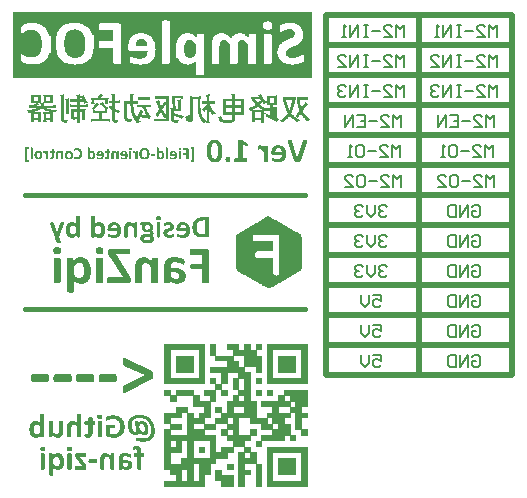
<source format=gbo>
G04*
G04 #@! TF.GenerationSoftware,Altium Limited,Altium Designer,21.5.1 (32)*
G04*
G04 Layer_Color=32896*
%FSLAX25Y25*%
%MOIN*%
G70*
G04*
G04 #@! TF.SameCoordinates,4ADBACA6-D99A-42C5-8304-42A3838A2759*
G04*
G04*
G04 #@! TF.FilePolarity,Positive*
G04*
G01*
G75*
%ADD14C,0.00800*%
%ADD17C,0.02000*%
%ADD75C,0.00200*%
%ADD76C,0.01500*%
G36*
X100832Y188000D02*
X1000D01*
Y210000D01*
X100832D01*
Y188000D01*
D02*
G37*
G36*
X35301Y89249D02*
X35405Y89228D01*
X35530Y89124D01*
X35613Y89020D01*
X35634Y88999D01*
Y88978D01*
X35676Y88853D01*
X35697Y88728D01*
X35738Y88416D01*
X35759Y88270D01*
Y88145D01*
Y88061D01*
Y88041D01*
Y87812D01*
X35738Y87603D01*
X35717Y87437D01*
X35697Y87291D01*
X35676Y87187D01*
X35655Y87124D01*
X35634Y87082D01*
Y87062D01*
X35572Y86978D01*
X35509Y86916D01*
X35363Y86833D01*
X35238Y86791D01*
X30218D01*
X30114Y86812D01*
X30031Y86833D01*
X29906Y86937D01*
X29822Y87020D01*
X29802Y87041D01*
Y87062D01*
X29760Y87187D01*
X29718Y87332D01*
X29677Y87645D01*
X29656Y87812D01*
Y87937D01*
Y88020D01*
Y88041D01*
Y88270D01*
X29677Y88457D01*
X29698Y88561D01*
Y88603D01*
X29718Y88770D01*
X29760Y88895D01*
X29781Y88978D01*
X29802Y88999D01*
X29843Y89103D01*
X29906Y89166D01*
X29948Y89186D01*
X29968Y89207D01*
X30052Y89249D01*
X30135Y89270D01*
X35197D01*
X35301Y89249D01*
D02*
G37*
G36*
X27781D02*
X27885Y89228D01*
X28010Y89124D01*
X28094Y89020D01*
X28115Y88999D01*
Y88978D01*
X28156Y88853D01*
X28177Y88728D01*
X28219Y88416D01*
X28240Y88270D01*
Y88145D01*
Y88061D01*
Y88041D01*
Y87812D01*
X28219Y87603D01*
X28198Y87437D01*
X28177Y87291D01*
X28156Y87187D01*
X28135Y87124D01*
X28115Y87082D01*
Y87062D01*
X28052Y86978D01*
X27990Y86916D01*
X27844Y86833D01*
X27719Y86791D01*
X22699D01*
X22594Y86812D01*
X22511Y86833D01*
X22386Y86937D01*
X22303Y87020D01*
X22282Y87041D01*
Y87062D01*
X22240Y87187D01*
X22199Y87332D01*
X22157Y87645D01*
X22136Y87812D01*
Y87937D01*
Y88020D01*
Y88041D01*
Y88270D01*
X22157Y88457D01*
X22178Y88561D01*
Y88603D01*
X22199Y88770D01*
X22240Y88895D01*
X22261Y88978D01*
X22282Y88999D01*
X22324Y89103D01*
X22386Y89166D01*
X22428Y89186D01*
X22449Y89207D01*
X22532Y89249D01*
X22615Y89270D01*
X27677D01*
X27781Y89249D01*
D02*
G37*
G36*
X20262Y89249D02*
X20366Y89228D01*
X20491Y89124D01*
X20574Y89020D01*
X20595Y88999D01*
Y88978D01*
X20637Y88853D01*
X20657Y88728D01*
X20699Y88416D01*
X20720Y88270D01*
Y88145D01*
Y88061D01*
Y88041D01*
Y87812D01*
X20699Y87603D01*
X20678Y87437D01*
X20657Y87291D01*
X20637Y87187D01*
X20616Y87124D01*
X20595Y87082D01*
Y87062D01*
X20532Y86978D01*
X20470Y86916D01*
X20324Y86833D01*
X20199Y86791D01*
X15179D01*
X15075Y86812D01*
X14992Y86833D01*
X14867Y86937D01*
X14783Y87020D01*
X14762Y87041D01*
Y87062D01*
X14721Y87187D01*
X14679Y87332D01*
X14638Y87645D01*
X14617Y87812D01*
Y87937D01*
Y88020D01*
Y88041D01*
Y88270D01*
X14638Y88457D01*
X14658Y88561D01*
Y88603D01*
X14679Y88770D01*
X14721Y88895D01*
X14742Y88978D01*
X14762Y88999D01*
X14804Y89103D01*
X14867Y89166D01*
X14908Y89186D01*
X14929Y89207D01*
X15012Y89249D01*
X15096Y89270D01*
X20157D01*
X20262Y89249D01*
D02*
G37*
G36*
X12742D02*
X12846Y89228D01*
X12971Y89124D01*
X13054Y89020D01*
X13075Y88999D01*
Y88978D01*
X13117Y88853D01*
X13138Y88728D01*
X13179Y88416D01*
X13200Y88270D01*
Y88145D01*
Y88061D01*
Y88041D01*
Y87812D01*
X13179Y87603D01*
X13159Y87437D01*
X13138Y87291D01*
X13117Y87187D01*
X13096Y87124D01*
X13075Y87082D01*
Y87062D01*
X13013Y86978D01*
X12950Y86916D01*
X12804Y86833D01*
X12679Y86791D01*
X7659D01*
X7555Y86812D01*
X7472Y86833D01*
X7347Y86937D01*
X7264Y87020D01*
X7243Y87041D01*
Y87062D01*
X7201Y87187D01*
X7159Y87332D01*
X7118Y87645D01*
X7097Y87812D01*
Y87937D01*
Y88020D01*
Y88041D01*
Y88270D01*
X7118Y88457D01*
X7139Y88561D01*
Y88603D01*
X7159Y88770D01*
X7201Y88895D01*
X7222Y88978D01*
X7243Y88999D01*
X7284Y89103D01*
X7347Y89166D01*
X7389Y89186D01*
X7410Y89207D01*
X7493Y89249D01*
X7576Y89270D01*
X12638D01*
X12742Y89249D01*
D02*
G37*
G36*
X38321Y94831D02*
X38363Y94810D01*
X38384D01*
X47570Y90249D01*
X47674Y90144D01*
X47715Y90124D01*
X47736Y90103D01*
X47778Y90020D01*
X47820Y89957D01*
X47840Y89874D01*
Y89853D01*
X47861Y89728D01*
Y89603D01*
X47882Y89520D01*
Y89499D01*
Y89478D01*
X47903Y89290D01*
Y89124D01*
Y88999D01*
Y88957D01*
Y88936D01*
Y88707D01*
X47882Y88520D01*
Y88374D01*
X47861Y88228D01*
Y88124D01*
X47840Y88061D01*
Y88020D01*
Y87999D01*
X47757Y87812D01*
X47674Y87707D01*
X47611Y87645D01*
X47591Y87624D01*
X38384Y83042D01*
X38259Y82979D01*
X38175Y82937D01*
X38113Y82916D01*
X38092D01*
X38009Y82937D01*
X37946Y82979D01*
X37925Y83000D01*
X37905Y83021D01*
X37842Y83125D01*
X37800Y83250D01*
X37780Y83354D01*
Y83396D01*
X37759Y83604D01*
X37738Y83833D01*
Y83937D01*
Y84021D01*
Y84062D01*
Y84083D01*
Y84271D01*
Y84416D01*
X37759Y84562D01*
Y84666D01*
Y84750D01*
X37780Y84812D01*
Y84854D01*
Y84874D01*
X37800Y85083D01*
X37821Y85229D01*
X37842Y85333D01*
X37863Y85354D01*
X37905Y85458D01*
X37967Y85541D01*
X38009Y85583D01*
X38030Y85604D01*
X38113Y85666D01*
X38217Y85729D01*
X38280Y85770D01*
X38321Y85791D01*
X45091Y88916D01*
X38196Y92165D01*
X38092Y92207D01*
X38030Y92248D01*
X37988Y92290D01*
X37967D01*
X37905Y92373D01*
X37863Y92457D01*
X37842Y92519D01*
Y92540D01*
X37800Y92686D01*
X37780Y92832D01*
X37759Y92957D01*
Y92977D01*
Y92998D01*
X37738Y93248D01*
Y93498D01*
Y93602D01*
Y93686D01*
Y93748D01*
Y93769D01*
Y94019D01*
X37759Y94227D01*
X37780Y94394D01*
X37800Y94519D01*
X37842Y94623D01*
X37863Y94686D01*
X37884Y94706D01*
Y94727D01*
X37946Y94810D01*
X38030Y94852D01*
X38113Y94873D01*
X38196D01*
X38321Y94831D01*
D02*
G37*
G36*
X30192Y75856D02*
X30329Y75836D01*
X30445Y75817D01*
X30533Y75788D01*
X30601Y75749D01*
X30640Y75729D01*
X30669Y75710D01*
X30678Y75700D01*
X30737Y75632D01*
X30776Y75535D01*
X30805Y75438D01*
X30824Y75340D01*
X30834Y75253D01*
X30844Y75175D01*
Y75127D01*
Y75117D01*
Y75107D01*
X30834Y74961D01*
X30814Y74845D01*
X30795Y74748D01*
X30766Y74670D01*
X30737Y74612D01*
X30708Y74573D01*
X30698Y74553D01*
X30688Y74543D01*
X30610Y74495D01*
X30513Y74456D01*
X30416Y74427D01*
X30309Y74407D01*
X30202Y74398D01*
X30124Y74388D01*
X30047D01*
X29881Y74398D01*
X29745Y74417D01*
X29629Y74436D01*
X29541Y74466D01*
X29473Y74495D01*
X29434Y74524D01*
X29405Y74534D01*
X29395Y74543D01*
X29337Y74621D01*
X29298Y74709D01*
X29259Y74806D01*
X29240Y74903D01*
X29230Y74990D01*
X29220Y75068D01*
Y75117D01*
Y75136D01*
X29230Y75282D01*
X29250Y75399D01*
X29279Y75496D01*
X29308Y75574D01*
X29337Y75632D01*
X29366Y75671D01*
X29386Y75690D01*
X29395Y75700D01*
X29473Y75758D01*
X29561Y75797D01*
X29668Y75827D01*
X29774Y75846D01*
X29872Y75856D01*
X29949Y75865D01*
X30027D01*
X30192Y75856D01*
D02*
G37*
G36*
X23486Y76040D02*
X23525D01*
X23554Y76031D01*
X23583D01*
X23670Y76011D01*
X23748Y76001D01*
X23787Y75992D01*
X23806Y75982D01*
X23855Y75963D01*
X23884Y75933D01*
X23904Y75914D01*
X23913Y75904D01*
X23933Y75875D01*
X23943Y75846D01*
Y75817D01*
Y75807D01*
Y68449D01*
X23933Y68410D01*
X23923Y68371D01*
X23913Y68352D01*
Y68342D01*
X23884Y68313D01*
X23845Y68293D01*
X23816Y68284D01*
X23806Y68274D01*
X23738Y68264D01*
X23661Y68255D01*
X23602Y68245D01*
X23583D01*
X23476Y68235D01*
X23359Y68225D01*
X23107D01*
X23000Y68235D01*
X22961D01*
X22922Y68245D01*
X22902D01*
X22815Y68255D01*
X22747Y68264D01*
X22698Y68274D01*
X22689D01*
X22630Y68293D01*
X22601Y68323D01*
X22582Y68332D01*
X22572Y68342D01*
X22553Y68381D01*
X22533Y68410D01*
Y68439D01*
Y68449D01*
Y71763D01*
X22426Y71890D01*
X22319Y72006D01*
X22222Y72104D01*
X22144Y72181D01*
X22066Y72250D01*
X22018Y72288D01*
X21979Y72317D01*
X21969Y72327D01*
X21872Y72395D01*
X21765Y72444D01*
X21678Y72483D01*
X21590Y72502D01*
X21522Y72522D01*
X21474Y72531D01*
X21425D01*
X21279Y72522D01*
X21211Y72502D01*
X21163Y72492D01*
X21114Y72473D01*
X21085Y72454D01*
X21065Y72444D01*
X21056D01*
X20949Y72376D01*
X20861Y72298D01*
X20813Y72240D01*
X20793Y72220D01*
Y72211D01*
X20725Y72094D01*
X20677Y71977D01*
X20657Y71929D01*
X20647Y71900D01*
X20638Y71870D01*
Y71861D01*
X20618Y71773D01*
X20599Y71686D01*
X20589Y71501D01*
X20579Y71414D01*
Y71346D01*
Y71307D01*
Y71287D01*
Y68449D01*
X20570Y68410D01*
X20560Y68371D01*
X20550Y68352D01*
Y68342D01*
X20521Y68313D01*
X20482Y68293D01*
X20453Y68284D01*
X20443Y68274D01*
X20375Y68264D01*
X20298Y68255D01*
X20239Y68245D01*
X20220D01*
X20113Y68235D01*
X19996Y68225D01*
X19743Y68225D01*
X19636Y68235D01*
X19598D01*
X19559Y68245D01*
X19539D01*
X19452Y68255D01*
X19384Y68264D01*
X19335Y68274D01*
X19326D01*
X19267Y68293D01*
X19238Y68323D01*
X19219Y68332D01*
X19209Y68342D01*
X19189Y68381D01*
X19170Y68410D01*
Y68439D01*
Y68449D01*
Y71501D01*
Y71705D01*
X19189Y71880D01*
X19199Y72045D01*
X19219Y72181D01*
X19238Y72288D01*
X19248Y72376D01*
X19267Y72425D01*
Y72444D01*
X19306Y72590D01*
X19355Y72716D01*
X19413Y72833D01*
X19462Y72930D01*
X19510Y73008D01*
X19549Y73076D01*
X19578Y73115D01*
X19588Y73124D01*
X19675Y73231D01*
X19763Y73319D01*
X19860Y73396D01*
X19948Y73465D01*
X20025Y73513D01*
X20093Y73552D01*
X20132Y73571D01*
X20152Y73581D01*
X20288Y73640D01*
X20434Y73678D01*
X20579Y73717D01*
X20706Y73737D01*
X20832Y73746D01*
X20920Y73756D01*
X21007D01*
X21163Y73746D01*
X21299Y73727D01*
X21435Y73698D01*
X21551Y73669D01*
X21649Y73630D01*
X21726Y73601D01*
X21775Y73581D01*
X21794Y73571D01*
X21930Y73503D01*
X22066Y73416D01*
X22193Y73328D01*
X22309Y73241D01*
X22397Y73163D01*
X22475Y73095D01*
X22514Y73056D01*
X22533Y73037D01*
Y75807D01*
X22543Y75846D01*
X22553Y75875D01*
X22562Y75894D01*
X22572Y75904D01*
X22601Y75933D01*
X22640Y75963D01*
X22679Y75972D01*
X22689Y75982D01*
X22757Y76001D01*
X22825Y76021D01*
X22883Y76031D01*
X22902D01*
X23009Y76040D01*
X23126Y76050D01*
X23379D01*
X23486Y76040D01*
D02*
G37*
G36*
X11180Y76040D02*
X11219D01*
X11248Y76031D01*
X11277D01*
X11365Y76011D01*
X11443Y76001D01*
X11481Y75992D01*
X11501Y75982D01*
X11549Y75963D01*
X11579Y75933D01*
X11598Y75914D01*
X11608Y75904D01*
X11627Y75875D01*
X11637Y75846D01*
Y75817D01*
Y75807D01*
Y68449D01*
Y68400D01*
X11627Y68371D01*
X11618Y68352D01*
Y68342D01*
X11588Y68313D01*
X11559Y68293D01*
X11530Y68284D01*
X11520Y68274D01*
X11462Y68264D01*
X11394Y68255D01*
X11355Y68245D01*
X11336D01*
X11238Y68235D01*
X11141Y68225D01*
X10927D01*
X10840Y68235D01*
X10782Y68245D01*
X10762D01*
X10684Y68255D01*
X10626Y68264D01*
X10587Y68274D01*
X10577D01*
X10529Y68293D01*
X10490Y68323D01*
X10480Y68332D01*
X10471Y68342D01*
X10451Y68371D01*
X10441Y68410D01*
Y68429D01*
Y68439D01*
Y68984D01*
X10296Y68828D01*
X10228Y68760D01*
X10169Y68702D01*
X10111Y68663D01*
X10072Y68624D01*
X10053Y68604D01*
X10043Y68595D01*
X9897Y68478D01*
X9771Y68400D01*
X9722Y68362D01*
X9683Y68342D01*
X9664Y68332D01*
X9654Y68323D01*
X9499Y68255D01*
X9372Y68216D01*
X9314Y68196D01*
X9275Y68186D01*
X9246Y68177D01*
X9236D01*
X9071Y68148D01*
X8993Y68138D01*
X8925D01*
X8857Y68128D01*
X8770D01*
X8585Y68138D01*
X8410Y68157D01*
X8254Y68186D01*
X8118Y68225D01*
X8011Y68264D01*
X7924Y68293D01*
X7875Y68313D01*
X7856Y68323D01*
X7710Y68410D01*
X7584Y68498D01*
X7467Y68595D01*
X7370Y68682D01*
X7292Y68770D01*
X7234Y68838D01*
X7195Y68877D01*
X7185Y68896D01*
X7088Y69042D01*
X7000Y69197D01*
X6923Y69353D01*
X6864Y69489D01*
X6816Y69615D01*
X6787Y69713D01*
X6777Y69751D01*
X6767Y69781D01*
X6758Y69790D01*
Y69800D01*
X6709Y70004D01*
X6670Y70218D01*
X6651Y70412D01*
X6631Y70607D01*
X6621Y70762D01*
X6612Y70830D01*
Y70889D01*
Y70937D01*
Y70976D01*
Y70996D01*
Y71005D01*
Y71210D01*
X6631Y71404D01*
X6651Y71579D01*
X6670Y71734D01*
X6690Y71870D01*
X6709Y71968D01*
X6719Y72006D01*
Y72036D01*
X6728Y72045D01*
Y72055D01*
X6777Y72240D01*
X6835Y72405D01*
X6894Y72551D01*
X6952Y72687D01*
X7000Y72784D01*
X7049Y72862D01*
X7078Y72910D01*
X7088Y72930D01*
X7185Y73066D01*
X7292Y73183D01*
X7399Y73290D01*
X7496Y73377D01*
X7584Y73445D01*
X7652Y73494D01*
X7700Y73523D01*
X7720Y73532D01*
X7866Y73610D01*
X8021Y73659D01*
X8177Y73698D01*
X8332Y73727D01*
X8459Y73746D01*
X8556Y73756D01*
X8653D01*
X8818Y73746D01*
X8886Y73737D01*
X8954D01*
X9003Y73727D01*
X9042Y73717D01*
X9071Y73707D01*
X9081D01*
X9226Y73669D01*
X9353Y73630D01*
X9411Y73610D01*
X9450Y73601D01*
X9469Y73581D01*
X9479D01*
X9615Y73513D01*
X9742Y73445D01*
X9790Y73416D01*
X9829Y73387D01*
X9849Y73377D01*
X9858Y73367D01*
X9994Y73260D01*
X10111Y73153D01*
X10159Y73105D01*
X10198Y73066D01*
X10218Y73046D01*
X10228Y73037D01*
Y75807D01*
X10237Y75846D01*
X10247Y75875D01*
X10257Y75894D01*
X10266Y75904D01*
X10296Y75933D01*
X10334Y75963D01*
X10373Y75972D01*
X10383Y75982D01*
X10451Y76001D01*
X10519Y76021D01*
X10577Y76031D01*
X10597D01*
X10704Y76040D01*
X10820Y76050D01*
X11073D01*
X11180Y76040D01*
D02*
G37*
G36*
X34887Y75613D02*
X35179Y75583D01*
X35441Y75535D01*
X35568Y75515D01*
X35675Y75486D01*
X35772Y75457D01*
X35869Y75438D01*
X35947Y75418D01*
X36005Y75389D01*
X36063Y75379D01*
X36102Y75360D01*
X36122Y75350D01*
X36131D01*
X36384Y75243D01*
X36617Y75117D01*
X36821Y74990D01*
X36987Y74874D01*
X37132Y74767D01*
X37191Y74718D01*
X37239Y74670D01*
X37278Y74641D01*
X37308Y74612D01*
X37317Y74602D01*
X37327Y74592D01*
X37502Y74398D01*
X37648Y74194D01*
X37784Y73989D01*
X37891Y73805D01*
X37968Y73640D01*
X38007Y73571D01*
X38037Y73503D01*
X38056Y73455D01*
X38075Y73416D01*
X38085Y73396D01*
Y73387D01*
X38173Y73115D01*
X38241Y72842D01*
X38280Y72580D01*
X38318Y72327D01*
X38328Y72211D01*
X38338Y72113D01*
Y72026D01*
X38348Y71948D01*
Y71880D01*
Y71832D01*
Y71802D01*
Y71793D01*
X38338Y71482D01*
X38309Y71190D01*
X38270Y70928D01*
X38250Y70801D01*
X38221Y70694D01*
X38202Y70597D01*
X38182Y70510D01*
X38163Y70432D01*
X38143Y70364D01*
X38124Y70315D01*
X38114Y70276D01*
X38105Y70257D01*
Y70247D01*
X37998Y70004D01*
X37881Y69781D01*
X37764Y69586D01*
X37648Y69411D01*
X37541Y69275D01*
X37453Y69178D01*
X37424Y69139D01*
X37395Y69110D01*
X37385Y69100D01*
X37376Y69090D01*
X37191Y68925D01*
X36996Y68779D01*
X36792Y68663D01*
X36617Y68556D01*
X36452Y68478D01*
X36384Y68449D01*
X36326Y68420D01*
X36277Y68400D01*
X36238Y68381D01*
X36219Y68371D01*
X36209D01*
X35947Y68293D01*
X35675Y68235D01*
X35412Y68186D01*
X35169Y68157D01*
X35062Y68148D01*
X34965Y68138D01*
X34877D01*
X34800Y68128D01*
X34654D01*
X34430Y68138D01*
X34333D01*
X34246Y68148D01*
X34168D01*
X34110Y68157D01*
X34061D01*
X33847Y68186D01*
X33750Y68196D01*
X33663Y68216D01*
X33585Y68225D01*
X33526Y68235D01*
X33487Y68245D01*
X33478D01*
X33264Y68284D01*
X33176Y68303D01*
X33089Y68323D01*
X33021Y68342D01*
X32972Y68362D01*
X32934Y68371D01*
X32924D01*
X32827Y68400D01*
X32739Y68429D01*
X32661Y68449D01*
X32593Y68478D01*
X32545Y68488D01*
X32506Y68507D01*
X32486Y68517D01*
X32477D01*
X32409Y68546D01*
X32360Y68585D01*
X32321Y68614D01*
X32282Y68653D01*
X32243Y68702D01*
X32234Y68711D01*
Y68721D01*
X32195Y68818D01*
X32175Y68915D01*
X32166Y68954D01*
Y68984D01*
Y69003D01*
Y69013D01*
Y71900D01*
Y71977D01*
X32175Y72045D01*
X32185Y72084D01*
X32195Y72094D01*
X32224Y72152D01*
X32253Y72201D01*
X32272Y72230D01*
X32282Y72240D01*
X32321Y72288D01*
X32360Y72317D01*
X32399Y72327D01*
X32409Y72337D01*
X32457Y72356D01*
X32515Y72376D01*
X35014D01*
X35043Y72366D01*
X35072Y72356D01*
X35091Y72347D01*
X35101Y72337D01*
X35130Y72308D01*
X35150Y72279D01*
X35159Y72250D01*
X35169Y72240D01*
X35188Y72191D01*
X35198Y72133D01*
X35208Y72094D01*
Y72084D01*
Y72075D01*
X35218Y71987D01*
Y71900D01*
Y71870D01*
Y71841D01*
Y71822D01*
Y71812D01*
Y71705D01*
X35208Y71618D01*
X35198Y71540D01*
X35188Y71482D01*
Y71443D01*
X35179Y71414D01*
X35169Y71394D01*
Y71384D01*
X35150Y71346D01*
X35120Y71316D01*
X35072Y71277D01*
X35033Y71258D01*
X33633D01*
Y69577D01*
X33799Y69499D01*
X33876Y69470D01*
X33944Y69450D01*
X34003Y69431D01*
X34051Y69411D01*
X34080Y69402D01*
X34090D01*
X34265Y69372D01*
X34343Y69363D01*
X34421D01*
X34479Y69353D01*
X34576D01*
X34761Y69363D01*
X34936Y69382D01*
X35091Y69402D01*
X35227Y69431D01*
X35344Y69460D01*
X35422Y69489D01*
X35480Y69499D01*
X35490Y69508D01*
X35500D01*
X35645Y69577D01*
X35781Y69654D01*
X35908Y69732D01*
X36005Y69810D01*
X36092Y69888D01*
X36151Y69946D01*
X36199Y69985D01*
X36209Y69994D01*
X36316Y70121D01*
X36404Y70257D01*
X36481Y70383D01*
X36549Y70510D01*
X36598Y70617D01*
X36637Y70704D01*
X36656Y70762D01*
X36666Y70772D01*
Y70782D01*
X36724Y70967D01*
X36763Y71151D01*
X36792Y71336D01*
X36812Y71511D01*
X36821Y71657D01*
Y71725D01*
X36831Y71773D01*
Y71822D01*
Y71851D01*
Y71870D01*
Y71880D01*
X36821Y72084D01*
X36802Y72279D01*
X36783Y72454D01*
X36753Y72609D01*
X36724Y72736D01*
X36695Y72833D01*
X36685Y72862D01*
Y72891D01*
X36676Y72901D01*
Y72910D01*
X36608Y73076D01*
X36530Y73231D01*
X36452Y73367D01*
X36384Y73484D01*
X36316Y73581D01*
X36258Y73649D01*
X36219Y73688D01*
X36209Y73707D01*
X36092Y73824D01*
X35966Y73931D01*
X35849Y74019D01*
X35733Y74096D01*
X35636Y74155D01*
X35548Y74203D01*
X35500Y74223D01*
X35480Y74232D01*
X35315Y74291D01*
X35150Y74339D01*
X34994Y74369D01*
X34839Y74398D01*
X34712Y74407D01*
X34615Y74417D01*
X34353D01*
X34187Y74398D01*
X34032Y74388D01*
X33906Y74369D01*
X33808Y74349D01*
X33731Y74330D01*
X33682Y74320D01*
X33663Y74310D01*
X33526Y74271D01*
X33410Y74232D01*
X33293Y74194D01*
X33206Y74164D01*
X33128Y74135D01*
X33070Y74106D01*
X33031Y74096D01*
X33021Y74087D01*
X32924Y74048D01*
X32836Y74009D01*
X32768Y73970D01*
X32700Y73941D01*
X32661Y73912D01*
X32622Y73892D01*
X32603Y73873D01*
X32593D01*
X32486Y73814D01*
X32409Y73785D01*
X32360Y73776D01*
X32350D01*
X32292Y73785D01*
X32282Y73795D01*
X32272D01*
X32243Y73824D01*
X32224Y73853D01*
X32204Y73883D01*
Y73892D01*
X32185Y73960D01*
X32175Y74019D01*
X32166Y74067D01*
Y74087D01*
X32156Y74174D01*
X32146Y74271D01*
Y74300D01*
Y74330D01*
Y74349D01*
Y74359D01*
Y74456D01*
X32156Y74543D01*
Y74621D01*
X32166Y74679D01*
X32175Y74728D01*
Y74757D01*
X32185Y74777D01*
Y74786D01*
X32214Y74884D01*
X32253Y74952D01*
X32282Y75000D01*
X32292Y75010D01*
X32321Y75039D01*
X32370Y75068D01*
X32457Y75136D01*
X32496Y75156D01*
X32535Y75175D01*
X32554Y75195D01*
X32564D01*
X32642Y75234D01*
X32720Y75272D01*
X32875Y75331D01*
X32934Y75360D01*
X32992Y75370D01*
X33031Y75389D01*
X33040D01*
X33274Y75457D01*
X33381Y75486D01*
X33487Y75506D01*
X33585Y75525D01*
X33653Y75545D01*
X33701Y75554D01*
X33721D01*
X34012Y75593D01*
X34158Y75603D01*
X34294Y75613D01*
X34401Y75622D01*
X34576D01*
X34887Y75613D01*
D02*
G37*
G36*
X17362Y73659D02*
X17401D01*
X17430Y73649D01*
X17459D01*
X17547Y73639D01*
X17625Y73630D01*
X17663Y73620D01*
X17683Y73610D01*
X17731Y73591D01*
X17761Y73562D01*
X17780Y73542D01*
X17790Y73532D01*
X17809Y73503D01*
X17819Y73474D01*
Y73445D01*
Y73435D01*
Y70383D01*
Y70179D01*
X17809Y69994D01*
X17790Y69829D01*
X17770Y69683D01*
X17761Y69577D01*
X17741Y69489D01*
X17731Y69440D01*
Y69421D01*
X17693Y69285D01*
X17644Y69159D01*
X17586Y69042D01*
X17537Y68945D01*
X17488Y68867D01*
X17459Y68799D01*
X17430Y68760D01*
X17420Y68750D01*
X17333Y68643D01*
X17245Y68556D01*
X17148Y68478D01*
X17061Y68410D01*
X16983Y68362D01*
X16915Y68323D01*
X16876Y68303D01*
X16857Y68293D01*
X16721Y68235D01*
X16575Y68196D01*
X16429Y68167D01*
X16293Y68148D01*
X16176Y68138D01*
X16079Y68128D01*
X15992D01*
X15826Y68138D01*
X15661Y68167D01*
X15515Y68196D01*
X15379Y68245D01*
X15262Y68284D01*
X15185Y68313D01*
X15126Y68342D01*
X15107Y68352D01*
X14952Y68449D01*
X14796Y68556D01*
X14650Y68663D01*
X14524Y68770D01*
X14417Y68867D01*
X14329Y68945D01*
X14281Y69003D01*
X14261Y69023D01*
Y68449D01*
Y68410D01*
X14252Y68371D01*
X14242Y68352D01*
Y68342D01*
X14213Y68313D01*
X14184Y68293D01*
X14154Y68284D01*
X14145Y68274D01*
X14086Y68264D01*
X14028Y68255D01*
X13980Y68245D01*
X13960D01*
X13863Y68235D01*
X13766Y68225D01*
X13542D01*
X13455Y68235D01*
X13396Y68245D01*
X13377D01*
X13299Y68255D01*
X13241Y68264D01*
X13202Y68274D01*
X13192D01*
X13144Y68293D01*
X13105Y68323D01*
X13095Y68332D01*
X13085Y68342D01*
X13066Y68381D01*
X13056Y68410D01*
Y68439D01*
Y68449D01*
Y73435D01*
X13066Y73474D01*
X13076Y73503D01*
X13085Y73523D01*
X13095Y73532D01*
X13124Y73562D01*
X13163Y73591D01*
X13202Y73601D01*
X13212Y73610D01*
X13280Y73630D01*
X13348Y73639D01*
X13406Y73649D01*
X13425D01*
X13532Y73659D01*
X13639Y73669D01*
X13902D01*
X13960Y73659D01*
X14048D01*
X14077Y73649D01*
X14106D01*
X14193Y73639D01*
X14261Y73630D01*
X14300Y73620D01*
X14320Y73610D01*
X14368Y73591D01*
X14397Y73562D01*
X14417Y73542D01*
X14427Y73532D01*
X14446Y73503D01*
X14456Y73474D01*
Y73445D01*
Y73435D01*
Y70121D01*
X14572Y69985D01*
X14679Y69868D01*
X14776Y69771D01*
X14864Y69693D01*
X14932Y69625D01*
X14990Y69586D01*
X15029Y69557D01*
X15039Y69547D01*
X15136Y69479D01*
X15233Y69431D01*
X15331Y69402D01*
X15408Y69382D01*
X15476Y69363D01*
X15525Y69353D01*
X15574D01*
X15719Y69363D01*
X15787Y69382D01*
X15846Y69392D01*
X15885Y69411D01*
X15924Y69421D01*
X15943Y69431D01*
X15953D01*
X16060Y69499D01*
X16137Y69577D01*
X16196Y69635D01*
X16205Y69644D01*
X16215Y69654D01*
X16283Y69781D01*
X16322Y69897D01*
X16341Y69946D01*
X16351Y69985D01*
X16361Y70004D01*
Y70014D01*
X16380Y70101D01*
X16390Y70199D01*
X16400Y70393D01*
X16409Y70480D01*
Y70548D01*
Y70597D01*
Y70617D01*
Y73435D01*
X16419Y73474D01*
X16429Y73503D01*
X16439Y73523D01*
X16448Y73532D01*
X16477Y73562D01*
X16516Y73591D01*
X16555Y73601D01*
X16565Y73610D01*
X16633Y73630D01*
X16701Y73639D01*
X16759Y73649D01*
X16779D01*
X16886Y73659D01*
X17002Y73669D01*
X17255D01*
X17362Y73659D01*
D02*
G37*
G36*
X27228Y74971D02*
X27267D01*
X27296Y74961D01*
X27325D01*
X27413Y74952D01*
X27490Y74932D01*
X27529Y74923D01*
X27549Y74913D01*
X27597Y74893D01*
X27626Y74864D01*
X27646Y74845D01*
X27656Y74835D01*
X27675Y74806D01*
X27685Y74777D01*
Y74748D01*
Y74738D01*
Y73630D01*
X28317D01*
X28355Y73620D01*
X28375Y73610D01*
X28385Y73601D01*
X28414Y73571D01*
X28433Y73542D01*
X28443Y73513D01*
X28453Y73503D01*
X28472Y73445D01*
X28482Y73387D01*
X28491Y73338D01*
Y73328D01*
Y73319D01*
X28501Y73231D01*
Y73144D01*
Y73115D01*
Y73085D01*
Y73066D01*
Y73056D01*
Y72949D01*
X28491Y72852D01*
X28482Y72774D01*
X28472Y72716D01*
Y72667D01*
X28462Y72638D01*
X28453Y72619D01*
Y72609D01*
X28433Y72570D01*
X28404Y72541D01*
X28346Y72502D01*
X28307Y72483D01*
X27685D01*
Y69917D01*
Y69752D01*
X27675Y69596D01*
X27656Y69460D01*
X27636Y69343D01*
X27626Y69256D01*
X27607Y69178D01*
X27597Y69139D01*
Y69120D01*
X27558Y69003D01*
X27510Y68896D01*
X27461Y68799D01*
X27413Y68721D01*
X27364Y68653D01*
X27325Y68604D01*
X27306Y68575D01*
X27296Y68566D01*
X27218Y68488D01*
X27131Y68420D01*
X27043Y68362D01*
X26965Y68323D01*
X26897Y68284D01*
X26839Y68264D01*
X26800Y68255D01*
X26790Y68245D01*
X26674Y68206D01*
X26547Y68186D01*
X26421Y68167D01*
X26304Y68148D01*
X26207D01*
X26120Y68138D01*
X25935D01*
X25838Y68148D01*
X25809D01*
X25780Y68157D01*
X25750D01*
X25644Y68177D01*
X25546Y68186D01*
X25507Y68196D01*
X25478Y68206D01*
X25459D01*
X25362Y68225D01*
X25294Y68255D01*
X25245Y68264D01*
X25225Y68274D01*
X25157Y68303D01*
X25119Y68332D01*
X25089Y68352D01*
X25080Y68362D01*
X25051Y68420D01*
X25021Y68478D01*
X25012Y68527D01*
X25002Y68537D01*
Y68546D01*
X24992Y68604D01*
X24983Y68663D01*
X24963Y68789D01*
Y68848D01*
Y68896D01*
Y68925D01*
Y68935D01*
Y69042D01*
X24973Y69120D01*
X24983Y69168D01*
Y69188D01*
X24992Y69256D01*
X25002Y69314D01*
X25012Y69343D01*
Y69353D01*
X25031Y69392D01*
X25041Y69411D01*
X25051Y69431D01*
X25060D01*
X25109Y69450D01*
X25128D01*
X25187Y69440D01*
X25206Y69431D01*
X25216D01*
X25255Y69411D01*
X25284Y69402D01*
X25323Y69392D01*
X25332Y69382D01*
X25381Y69372D01*
X25439Y69353D01*
X25469Y69343D01*
X25488D01*
X25556Y69333D01*
X25624Y69324D01*
X25692D01*
X25809Y69333D01*
X25906Y69353D01*
X25984Y69382D01*
X26042Y69421D01*
X26091Y69460D01*
X26120Y69489D01*
X26139Y69508D01*
X26149Y69518D01*
X26188Y69606D01*
X26217Y69703D01*
X26256Y69897D01*
X26266Y69994D01*
X26275Y70063D01*
Y70111D01*
Y70130D01*
Y72483D01*
X25187D01*
X25148Y72492D01*
X25119Y72502D01*
X25060Y72551D01*
X25031Y72590D01*
X25021Y72599D01*
Y72609D01*
X25002Y72667D01*
X24983Y72736D01*
X24973Y72881D01*
X24963Y72949D01*
Y73008D01*
Y73046D01*
Y73056D01*
Y73163D01*
X24973Y73251D01*
X24983Y73299D01*
Y73319D01*
X24992Y73396D01*
X25002Y73455D01*
X25012Y73494D01*
X25021Y73503D01*
X25041Y73552D01*
X25070Y73581D01*
X25089Y73591D01*
X25099Y73601D01*
X25128Y73620D01*
X25157Y73630D01*
X26275D01*
Y74738D01*
X26285Y74777D01*
X26295Y74806D01*
X26304Y74825D01*
X26314Y74835D01*
X26343Y74864D01*
X26382Y74893D01*
X26421Y74903D01*
X26431Y74913D01*
X26499Y74942D01*
X26567Y74952D01*
X26625Y74961D01*
X26645D01*
X26752Y74971D01*
X26868Y74981D01*
X27121D01*
X27228Y74971D01*
D02*
G37*
G36*
X30280Y73659D02*
X30319D01*
X30348Y73649D01*
X30377D01*
X30465Y73630D01*
X30542Y73620D01*
X30581Y73610D01*
X30601Y73601D01*
X30649Y73581D01*
X30678Y73552D01*
X30698Y73532D01*
X30708Y73523D01*
X30727Y73494D01*
X30737Y73465D01*
Y73435D01*
Y73426D01*
Y68449D01*
X30727Y68410D01*
X30717Y68371D01*
X30708Y68352D01*
Y68342D01*
X30678Y68313D01*
X30640Y68293D01*
X30610Y68284D01*
X30601Y68274D01*
X30533Y68264D01*
X30455Y68255D01*
X30397Y68245D01*
X30377D01*
X30270Y68235D01*
X30154Y68225D01*
X29901D01*
X29794Y68235D01*
X29755D01*
X29716Y68245D01*
X29697D01*
X29609Y68255D01*
X29541Y68264D01*
X29493Y68274D01*
X29483D01*
X29425Y68293D01*
X29395Y68323D01*
X29376Y68332D01*
X29366Y68342D01*
X29347Y68381D01*
X29327Y68410D01*
Y68439D01*
Y68449D01*
Y73426D01*
X29337Y73465D01*
X29347Y73494D01*
X29357Y73513D01*
X29366Y73523D01*
X29395Y73552D01*
X29434Y73581D01*
X29473Y73591D01*
X29483Y73601D01*
X29551Y73620D01*
X29619Y73640D01*
X29677Y73649D01*
X29697D01*
X29804Y73659D01*
X29920Y73669D01*
X30173D01*
X30280Y73659D01*
D02*
G37*
G36*
X43606Y75758D02*
X43849Y75749D01*
X44063Y75729D01*
X44257Y75700D01*
X44413Y75671D01*
X44481Y75661D01*
X44529Y75652D01*
X44578Y75642D01*
X44607D01*
X44627Y75632D01*
X44636D01*
X44850Y75583D01*
X45045Y75525D01*
X45229Y75467D01*
X45385Y75409D01*
X45521Y75350D01*
X45618Y75311D01*
X45657Y75292D01*
X45686Y75282D01*
X45696Y75272D01*
X45706D01*
X45880Y75185D01*
X46046Y75088D01*
X46192Y74990D01*
X46328Y74903D01*
X46435Y74825D01*
X46512Y74767D01*
X46561Y74728D01*
X46580Y74709D01*
X46726Y74582D01*
X46852Y74456D01*
X46969Y74330D01*
X47066Y74223D01*
X47154Y74125D01*
X47212Y74048D01*
X47261Y73999D01*
X47271Y73980D01*
X47377Y73834D01*
X47475Y73688D01*
X47562Y73552D01*
X47640Y73426D01*
X47698Y73309D01*
X47747Y73231D01*
X47776Y73173D01*
X47786Y73163D01*
Y73154D01*
X47931Y72833D01*
X47990Y72677D01*
X48038Y72541D01*
X48077Y72425D01*
X48106Y72327D01*
X48126Y72269D01*
X48136Y72259D01*
Y72250D01*
X48184Y72075D01*
X48223Y71909D01*
X48252Y71744D01*
X48281Y71608D01*
X48301Y71482D01*
X48320Y71384D01*
Y71355D01*
X48330Y71326D01*
Y71316D01*
Y71307D01*
X48349Y71132D01*
X48359Y70957D01*
X48379Y70801D01*
Y70665D01*
X48388Y70539D01*
Y70451D01*
Y70393D01*
Y70383D01*
Y70373D01*
X48379Y70072D01*
X48359Y69790D01*
X48320Y69547D01*
X48281Y69324D01*
X48262Y69227D01*
X48243Y69149D01*
X48223Y69071D01*
X48204Y69013D01*
X48194Y68964D01*
X48184Y68925D01*
X48174Y68906D01*
Y68896D01*
X48077Y68663D01*
X47970Y68449D01*
X47854Y68264D01*
X47737Y68099D01*
X47640Y67963D01*
X47552Y67866D01*
X47523Y67837D01*
X47494Y67808D01*
X47484Y67798D01*
X47475Y67788D01*
X47280Y67623D01*
X47076Y67477D01*
X46872Y67360D01*
X46678Y67263D01*
X46503Y67176D01*
X46425Y67146D01*
X46367Y67127D01*
X46308Y67108D01*
X46269Y67088D01*
X46250Y67079D01*
X46240D01*
X45949Y66991D01*
X45638Y66933D01*
X45336Y66884D01*
X45054Y66855D01*
X44928Y66845D01*
X44811Y66835D01*
X44704D01*
X44607Y66826D01*
X44257D01*
X44092Y66835D01*
X43946Y66845D01*
X43820Y66855D01*
X43713D01*
X43635Y66865D01*
X43587Y66874D01*
X43567D01*
X43421Y66894D01*
X43295Y66913D01*
X43169Y66933D01*
X43071Y66942D01*
X42994Y66962D01*
X42926Y66971D01*
X42887Y66981D01*
X42877D01*
X42770Y67001D01*
X42673Y67020D01*
X42595Y67040D01*
X42527Y67059D01*
X42469Y67079D01*
X42430Y67088D01*
X42410Y67098D01*
X42401D01*
X42342Y67117D01*
X42294Y67137D01*
X42255Y67156D01*
X42235Y67166D01*
X42206Y67185D01*
X42197Y67195D01*
X42148Y67244D01*
X42138Y67253D01*
Y67263D01*
X42129Y67292D01*
X42119Y67331D01*
X42109Y67360D01*
Y67370D01*
X42099Y67419D01*
X42090Y67467D01*
X42080Y67506D01*
Y67516D01*
X42070Y67584D01*
Y67642D01*
Y67691D01*
Y67710D01*
Y67808D01*
Y67885D01*
X42080Y67934D01*
Y67953D01*
X42090Y68021D01*
X42099Y68070D01*
X42109Y68099D01*
Y68109D01*
X42129Y68138D01*
X42138Y68157D01*
X42148Y68177D01*
X42158D01*
X42197Y68196D01*
X42216D01*
X42284Y68186D01*
X42362Y68177D01*
X42420Y68157D01*
X42440Y68148D01*
X42449D01*
X42517Y68128D01*
X42585Y68109D01*
X42731Y68080D01*
X42790Y68070D01*
X42838Y68060D01*
X42877Y68050D01*
X42887D01*
X43091Y68012D01*
X43198Y67992D01*
X43295Y67973D01*
X43382Y67963D01*
X43450Y67953D01*
X43489Y67944D01*
X43509D01*
X43781Y67914D01*
X43907Y67895D01*
X44034D01*
X44141Y67885D01*
X44296D01*
X44588Y67895D01*
X44860Y67914D01*
X45093Y67944D01*
X45297Y67982D01*
X45385Y67992D01*
X45453Y68012D01*
X45521Y68031D01*
X45579Y68041D01*
X45618Y68050D01*
X45647Y68060D01*
X45667Y68070D01*
X45676D01*
X45871Y68138D01*
X46046Y68225D01*
X46201Y68303D01*
X46328Y68391D01*
X46425Y68459D01*
X46503Y68517D01*
X46542Y68566D01*
X46561Y68575D01*
X46678Y68702D01*
X46775Y68838D01*
X46852Y68974D01*
X46921Y69100D01*
X46969Y69217D01*
X46998Y69304D01*
X47018Y69363D01*
X47028Y69372D01*
Y69382D01*
X47066Y69567D01*
X47096Y69761D01*
X47125Y69946D01*
X47134Y70111D01*
X47144Y70257D01*
X47154Y70325D01*
Y70373D01*
Y70422D01*
Y70451D01*
Y70471D01*
Y70481D01*
X47144Y70733D01*
Y70850D01*
X47134Y70957D01*
X47125Y71044D01*
Y71112D01*
X47115Y71151D01*
Y71171D01*
X47076Y71433D01*
X47057Y71559D01*
X47037Y71666D01*
X47028Y71754D01*
X47008Y71832D01*
X46998Y71870D01*
Y71890D01*
X46930Y72152D01*
X46891Y72269D01*
X46852Y72376D01*
X46823Y72473D01*
X46794Y72541D01*
X46784Y72580D01*
X46775Y72599D01*
X46716Y72726D01*
X46658Y72852D01*
X46600Y72959D01*
X46542Y73066D01*
X46493Y73144D01*
X46454Y73202D01*
X46435Y73251D01*
X46425Y73260D01*
X46260Y73484D01*
X46172Y73581D01*
X46094Y73669D01*
X46026Y73737D01*
X45978Y73785D01*
X45939Y73824D01*
X45929Y73834D01*
X45715Y74019D01*
X45608Y74096D01*
X45511Y74164D01*
X45424Y74213D01*
X45356Y74252D01*
X45317Y74281D01*
X45297Y74291D01*
X45015Y74417D01*
X44879Y74475D01*
X44763Y74514D01*
X44646Y74543D01*
X44568Y74573D01*
X44510Y74592D01*
X44491D01*
X44316Y74631D01*
X44141Y74660D01*
X43966Y74679D01*
X43810Y74699D01*
X43674D01*
X43577Y74709D01*
X43480D01*
X43188Y74699D01*
X42926Y74679D01*
X42692Y74650D01*
X42498Y74621D01*
X42420Y74602D01*
X42342Y74582D01*
X42284Y74563D01*
X42235Y74553D01*
X42197Y74543D01*
X42158Y74534D01*
X42148Y74524D01*
X42138D01*
X41944Y74456D01*
X41779Y74378D01*
X41633Y74291D01*
X41516Y74213D01*
X41419Y74145D01*
X41351Y74087D01*
X41302Y74048D01*
X41293Y74038D01*
X41186Y73921D01*
X41089Y73805D01*
X41021Y73688D01*
X40953Y73571D01*
X40914Y73484D01*
X40875Y73406D01*
X40865Y73358D01*
X40855Y73338D01*
X40816Y73192D01*
X40778Y73037D01*
X40758Y72891D01*
X40748Y72765D01*
X40739Y72658D01*
X40729Y72570D01*
Y72512D01*
Y72502D01*
Y72492D01*
Y72308D01*
X40739Y72220D01*
Y72143D01*
X40748Y72075D01*
Y72026D01*
X40758Y71987D01*
Y71977D01*
X40787Y71783D01*
X40797Y71696D01*
X40816Y71618D01*
X40826Y71550D01*
X40836Y71501D01*
X40846Y71462D01*
Y71452D01*
X40884Y71268D01*
X40914Y71180D01*
X40933Y71102D01*
X40953Y71034D01*
X40962Y70986D01*
X40982Y70957D01*
Y70947D01*
X41050Y70782D01*
X41079Y70714D01*
X41108Y70655D01*
X41137Y70597D01*
X41166Y70558D01*
X41176Y70539D01*
X41186Y70529D01*
X41283Y70403D01*
X41370Y70315D01*
X41409Y70286D01*
X41438Y70257D01*
X41458Y70247D01*
X41468Y70237D01*
X41584Y70179D01*
X41701Y70150D01*
X41750D01*
X41788Y70140D01*
X41827D01*
X41934Y70150D01*
X42022Y70169D01*
X42090Y70199D01*
X42148Y70237D01*
X42187Y70267D01*
X42216Y70296D01*
X42226Y70315D01*
X42235Y70325D01*
X42265Y70403D01*
X42274Y70500D01*
X42284Y70607D01*
Y70704D01*
X42274Y70792D01*
X42265Y70869D01*
X42255Y70918D01*
Y70937D01*
X41769Y73445D01*
X41779Y73503D01*
X41788Y73513D01*
Y73523D01*
X41798Y73552D01*
X41827Y73571D01*
X41847Y73591D01*
X41856D01*
X41905Y73610D01*
X41954Y73620D01*
X41993Y73630D01*
X42012D01*
X42090Y73640D01*
X42352D01*
X42440Y73630D01*
X42508Y73620D01*
X42566D01*
X42615Y73610D01*
X42644Y73601D01*
X42654Y73591D01*
X42663D01*
X42731Y73552D01*
X42770Y73503D01*
X42780Y73465D01*
X42790Y73445D01*
X42887Y73008D01*
X43003Y73144D01*
X43091Y73251D01*
X43130Y73290D01*
X43159Y73319D01*
X43178Y73328D01*
X43188Y73338D01*
X43295Y73426D01*
X43392Y73494D01*
X43431Y73523D01*
X43460Y73542D01*
X43480Y73552D01*
X43489D01*
X43596Y73610D01*
X43703Y73649D01*
X43742Y73659D01*
X43771Y73669D01*
X43791Y73678D01*
X43800D01*
X43917Y73707D01*
X44034Y73717D01*
X44082Y73727D01*
X44150D01*
X44306Y73717D01*
X44442Y73707D01*
X44568Y73678D01*
X44685Y73649D01*
X44772Y73620D01*
X44840Y73601D01*
X44879Y73581D01*
X44899Y73571D01*
X45015Y73513D01*
X45122Y73445D01*
X45220Y73377D01*
X45297Y73309D01*
X45365Y73251D01*
X45424Y73202D01*
X45453Y73173D01*
X45463Y73163D01*
X45618Y72969D01*
X45686Y72881D01*
X45744Y72794D01*
X45793Y72716D01*
X45832Y72658D01*
X45851Y72609D01*
X45861Y72599D01*
X45968Y72366D01*
X46017Y72259D01*
X46055Y72162D01*
X46085Y72075D01*
X46104Y72006D01*
X46123Y71968D01*
Y71948D01*
X46182Y71696D01*
X46211Y71588D01*
X46230Y71482D01*
X46240Y71404D01*
X46250Y71336D01*
X46260Y71297D01*
Y71277D01*
X46269Y71161D01*
X46279Y71054D01*
X46289Y70957D01*
Y70869D01*
X46299Y70792D01*
Y70743D01*
Y70704D01*
Y70694D01*
Y70548D01*
X46289Y70422D01*
Y70373D01*
X46279Y70335D01*
Y70306D01*
Y70296D01*
X46250Y70160D01*
X46221Y70033D01*
X46211Y69985D01*
X46201Y69946D01*
X46192Y69926D01*
Y69917D01*
X46143Y69790D01*
X46094Y69693D01*
X46065Y69654D01*
X46055Y69625D01*
X46036Y69606D01*
Y69596D01*
X45949Y69489D01*
X45871Y69411D01*
X45803Y69353D01*
X45793Y69343D01*
X45783Y69333D01*
X45667Y69266D01*
X45550Y69207D01*
X45501Y69188D01*
X45463Y69168D01*
X45443Y69159D01*
X45433D01*
X45278Y69129D01*
X45122Y69110D01*
X45064Y69100D01*
X44967D01*
X44821Y69110D01*
X44695Y69120D01*
X44636Y69129D01*
X44598D01*
X44578Y69139D01*
X44568D01*
X44423Y69178D01*
X44286Y69227D01*
X44238Y69256D01*
X44199Y69266D01*
X44170Y69285D01*
X44160D01*
X44005Y69363D01*
X43878Y69450D01*
X43820Y69479D01*
X43781Y69508D01*
X43752Y69528D01*
X43742Y69538D01*
X43587Y69664D01*
X43509Y69722D01*
X43450Y69790D01*
X43392Y69839D01*
X43353Y69878D01*
X43324Y69907D01*
X43314Y69917D01*
X43266Y69771D01*
X43207Y69664D01*
X43188Y69615D01*
X43169Y69586D01*
X43149Y69567D01*
Y69557D01*
X43062Y69460D01*
X42974Y69372D01*
X42935Y69343D01*
X42906Y69324D01*
X42887Y69314D01*
X42877Y69304D01*
X42741Y69236D01*
X42615Y69188D01*
X42556Y69168D01*
X42517Y69159D01*
X42488Y69149D01*
X42478D01*
X42304Y69120D01*
X42226Y69110D01*
X42148D01*
X42080Y69100D01*
X41983D01*
X41818Y69110D01*
X41652Y69120D01*
X41516Y69139D01*
X41390Y69168D01*
X41293Y69197D01*
X41215Y69217D01*
X41176Y69227D01*
X41157Y69236D01*
X41021Y69295D01*
X40904Y69363D01*
X40787Y69421D01*
X40700Y69489D01*
X40622Y69538D01*
X40564Y69586D01*
X40525Y69615D01*
X40515Y69625D01*
X40418Y69722D01*
X40321Y69819D01*
X40243Y69917D01*
X40175Y70014D01*
X40117Y70092D01*
X40078Y70150D01*
X40049Y70199D01*
X40039Y70208D01*
X39903Y70461D01*
X39854Y70587D01*
X39805Y70694D01*
X39767Y70792D01*
X39737Y70859D01*
X39728Y70908D01*
X39718Y70928D01*
X39640Y71219D01*
X39601Y71355D01*
X39582Y71482D01*
X39562Y71579D01*
X39543Y71666D01*
X39533Y71715D01*
Y71734D01*
X39514Y71890D01*
X39494Y72036D01*
X39485Y72181D01*
Y72308D01*
X39475Y72405D01*
Y72492D01*
Y72541D01*
Y72561D01*
X39485Y72823D01*
X39514Y73066D01*
X39543Y73290D01*
X39582Y73484D01*
X39611Y73571D01*
X39631Y73649D01*
X39650Y73717D01*
X39660Y73766D01*
X39679Y73814D01*
X39689Y73844D01*
X39699Y73863D01*
Y73873D01*
X39796Y74087D01*
X39903Y74281D01*
X40019Y74456D01*
X40136Y74602D01*
X40233Y74718D01*
X40321Y74806D01*
X40379Y74864D01*
X40389Y74884D01*
X40398D01*
X40583Y75029D01*
X40778Y75165D01*
X40982Y75272D01*
X41166Y75370D01*
X41341Y75438D01*
X41409Y75467D01*
X41468Y75496D01*
X41526Y75515D01*
X41565Y75525D01*
X41584Y75535D01*
X41594D01*
X41876Y75613D01*
X42177Y75671D01*
X42469Y75710D01*
X42751Y75739D01*
X42877Y75749D01*
X42984Y75758D01*
X43091D01*
X43178Y75768D01*
X43353D01*
X43606Y75758D01*
D02*
G37*
G36*
X20161Y65132D02*
X20298Y65113D01*
X20414Y65094D01*
X20502Y65065D01*
X20570Y65026D01*
X20608Y65006D01*
X20638Y64987D01*
X20647Y64977D01*
X20706Y64909D01*
X20745Y64812D01*
X20774Y64715D01*
X20793Y64617D01*
X20803Y64530D01*
X20813Y64452D01*
Y64403D01*
Y64394D01*
Y64384D01*
X20803Y64238D01*
X20784Y64122D01*
X20764Y64024D01*
X20735Y63947D01*
X20706Y63888D01*
X20677Y63850D01*
X20667Y63830D01*
X20657Y63820D01*
X20579Y63772D01*
X20482Y63733D01*
X20385Y63704D01*
X20278Y63684D01*
X20171Y63674D01*
X20093Y63665D01*
X20016D01*
X19850Y63674D01*
X19714Y63694D01*
X19598Y63713D01*
X19510Y63743D01*
X19442Y63772D01*
X19403Y63801D01*
X19374Y63811D01*
X19364Y63820D01*
X19306Y63898D01*
X19267Y63986D01*
X19228Y64083D01*
X19209Y64180D01*
X19199Y64267D01*
X19189Y64345D01*
Y64394D01*
Y64413D01*
X19199Y64559D01*
X19219Y64676D01*
X19248Y64773D01*
X19277Y64851D01*
X19306Y64909D01*
X19335Y64948D01*
X19355Y64967D01*
X19364Y64977D01*
X19442Y65035D01*
X19530Y65074D01*
X19636Y65103D01*
X19743Y65123D01*
X19841Y65132D01*
X19918Y65142D01*
X19996D01*
X20161Y65132D01*
D02*
G37*
G36*
X11190Y65132D02*
X11326Y65113D01*
X11443Y65094D01*
X11530Y65065D01*
X11598Y65026D01*
X11637Y65006D01*
X11666Y64987D01*
X11676Y64977D01*
X11734Y64909D01*
X11773Y64812D01*
X11802Y64714D01*
X11822Y64617D01*
X11831Y64530D01*
X11841Y64452D01*
Y64403D01*
Y64394D01*
Y64384D01*
X11831Y64238D01*
X11812Y64122D01*
X11793Y64024D01*
X11763Y63947D01*
X11734Y63888D01*
X11705Y63850D01*
X11695Y63830D01*
X11686Y63820D01*
X11608Y63772D01*
X11511Y63733D01*
X11413Y63704D01*
X11306Y63684D01*
X11200Y63674D01*
X11122Y63665D01*
X11044D01*
X10879Y63674D01*
X10743Y63694D01*
X10626Y63713D01*
X10539Y63743D01*
X10471Y63772D01*
X10432Y63801D01*
X10402Y63811D01*
X10393Y63820D01*
X10334Y63898D01*
X10296Y63986D01*
X10257Y64083D01*
X10237Y64180D01*
X10228Y64267D01*
X10218Y64345D01*
Y64394D01*
Y64413D01*
X10228Y64559D01*
X10247Y64676D01*
X10276Y64773D01*
X10305Y64851D01*
X10334Y64909D01*
X10364Y64948D01*
X10383Y64967D01*
X10393Y64977D01*
X10471Y65035D01*
X10558Y65074D01*
X10665Y65103D01*
X10772Y65123D01*
X10869Y65132D01*
X10947Y65142D01*
X11025D01*
X11190Y65132D01*
D02*
G37*
G36*
X16166Y63023D02*
X16351Y63004D01*
X16516Y62965D01*
X16653Y62936D01*
X16769Y62897D01*
X16857Y62858D01*
X16905Y62839D01*
X16925Y62829D01*
X17070Y62741D01*
X17207Y62654D01*
X17323Y62557D01*
X17420Y62459D01*
X17508Y62372D01*
X17566Y62304D01*
X17605Y62265D01*
X17615Y62246D01*
X17712Y62100D01*
X17799Y61944D01*
X17877Y61799D01*
X17935Y61653D01*
X17984Y61526D01*
X18013Y61429D01*
X18023Y61390D01*
X18033Y61361D01*
X18042Y61351D01*
Y61342D01*
X18091Y61138D01*
X18120Y60934D01*
X18149Y60729D01*
X18159Y60545D01*
X18169Y60389D01*
X18179Y60321D01*
Y60263D01*
Y60214D01*
Y60175D01*
Y60156D01*
Y60146D01*
X18169Y59942D01*
X18159Y59748D01*
X18140Y59563D01*
X18120Y59407D01*
X18101Y59271D01*
X18091Y59174D01*
X18081Y59135D01*
X18072Y59106D01*
Y59096D01*
Y59087D01*
X18023Y58912D01*
X17965Y58737D01*
X17906Y58591D01*
X17848Y58465D01*
X17799Y58358D01*
X17751Y58280D01*
X17722Y58231D01*
X17712Y58212D01*
X17615Y58086D01*
X17508Y57959D01*
X17411Y57862D01*
X17313Y57775D01*
X17226Y57706D01*
X17148Y57658D01*
X17109Y57629D01*
X17090Y57619D01*
X16934Y57551D01*
X16779Y57493D01*
X16623Y57454D01*
X16468Y57434D01*
X16341Y57415D01*
X16235Y57405D01*
X16147D01*
X15992Y57415D01*
X15914Y57424D01*
X15855Y57434D01*
X15807D01*
X15758Y57444D01*
X15739Y57454D01*
X15729D01*
X15583Y57493D01*
X15457Y57531D01*
X15399Y57541D01*
X15360Y57561D01*
X15340Y57570D01*
X15331D01*
X15185Y57638D01*
X15068Y57706D01*
X15020Y57736D01*
X14981Y57765D01*
X14961Y57775D01*
X14952Y57784D01*
X14806Y57901D01*
X14679Y58008D01*
X14631Y58047D01*
X14592Y58086D01*
X14563Y58105D01*
X14553Y58115D01*
Y55743D01*
X14543Y55704D01*
X14534Y55675D01*
X14524Y55655D01*
Y55646D01*
X14495Y55617D01*
X14456Y55588D01*
X14427Y55578D01*
X14417Y55568D01*
X14349Y55549D01*
X14281Y55529D01*
X14222Y55519D01*
X14203D01*
X14086Y55510D01*
X13980Y55500D01*
X13717D01*
X13610Y55510D01*
X13571D01*
X13542Y55519D01*
X13523D01*
X13435Y55539D01*
X13367Y55549D01*
X13318Y55568D01*
X13309D01*
X13250Y55597D01*
X13221Y55617D01*
X13202Y55636D01*
X13192Y55646D01*
X13173Y55685D01*
X13153Y55714D01*
Y55733D01*
Y55743D01*
Y62712D01*
Y62751D01*
X13163Y62780D01*
X13173Y62800D01*
X13182Y62809D01*
X13212Y62839D01*
X13241Y62868D01*
X13270Y62878D01*
X13280Y62887D01*
X13338Y62907D01*
X13396Y62916D01*
X13445Y62926D01*
X13464D01*
X13562Y62936D01*
X13649Y62945D01*
X13863D01*
X13960Y62936D01*
X14018Y62926D01*
X14038D01*
X14116Y62916D01*
X14174Y62907D01*
X14213Y62897D01*
X14222Y62887D01*
X14261Y62868D01*
X14300Y62839D01*
X14310Y62819D01*
X14320Y62809D01*
X14339Y62780D01*
X14349Y62751D01*
Y62722D01*
Y62712D01*
Y62168D01*
X14524Y62333D01*
X14602Y62401D01*
X14670Y62459D01*
X14728Y62508D01*
X14767Y62547D01*
X14796Y62566D01*
X14806Y62576D01*
X14952Y62683D01*
X15078Y62771D01*
X15136Y62800D01*
X15175Y62819D01*
X15194Y62839D01*
X15204D01*
X15340Y62907D01*
X15467Y62955D01*
X15515Y62965D01*
X15554Y62975D01*
X15574Y62984D01*
X15583D01*
X15719Y63013D01*
X15846Y63023D01*
X15894Y63033D01*
X15972D01*
X16166Y63023D01*
D02*
G37*
G36*
X38795Y63023D02*
X38902Y63014D01*
X38999Y63004D01*
X39077Y62994D01*
X39135Y62984D01*
X39183Y62975D01*
X39193D01*
X39417Y62936D01*
X39514Y62907D01*
X39592Y62887D01*
X39669Y62868D01*
X39718Y62858D01*
X39757Y62839D01*
X39767D01*
X39951Y62780D01*
X40029Y62751D01*
X40097Y62722D01*
X40155Y62703D01*
X40194Y62683D01*
X40224Y62664D01*
X40233D01*
X40301Y62625D01*
X40360Y62596D01*
X40408Y62566D01*
X40437Y62537D01*
X40486Y62498D01*
X40505Y62479D01*
X40554Y62421D01*
X40583Y62362D01*
X40603Y62314D01*
X40612Y62304D01*
Y62294D01*
X40622Y62207D01*
X40632Y62119D01*
Y62080D01*
Y62051D01*
Y62032D01*
Y62022D01*
Y61935D01*
X40622Y61857D01*
Y61808D01*
Y61799D01*
Y61789D01*
X40603Y61711D01*
X40593Y61653D01*
X40573Y61614D01*
Y61604D01*
X40544Y61556D01*
X40525Y61526D01*
X40505Y61507D01*
X40496Y61497D01*
X40457Y61478D01*
X40418Y61468D01*
X40389Y61458D01*
X40379D01*
X40311Y61468D01*
X40233Y61497D01*
X40175Y61526D01*
X40165Y61536D01*
X40155D01*
X40039Y61594D01*
X39922Y61653D01*
X39874Y61672D01*
X39835Y61692D01*
X39805Y61701D01*
X39796D01*
X39631Y61769D01*
X39543Y61799D01*
X39475Y61828D01*
X39407Y61847D01*
X39358Y61867D01*
X39320Y61876D01*
X39310D01*
X39086Y61925D01*
X38979Y61944D01*
X38882Y61954D01*
X38795Y61964D01*
X38571D01*
X38484Y61954D01*
X38406Y61944D01*
X38338Y61935D01*
X38289Y61925D01*
X38250Y61915D01*
X38231Y61905D01*
X38221D01*
X38095Y61857D01*
X38007Y61799D01*
X37949Y61750D01*
X37930Y61740D01*
Y61730D01*
X37852Y61633D01*
X37803Y61546D01*
X37784Y61497D01*
X37774Y61468D01*
X37764Y61449D01*
Y61439D01*
X37735Y61303D01*
X37725Y61167D01*
X37716Y61118D01*
Y61070D01*
Y61040D01*
Y61031D01*
Y60729D01*
X38454D01*
X38668Y60710D01*
X38872Y60700D01*
X39038Y60681D01*
X39183Y60661D01*
X39242Y60652D01*
X39290Y60642D01*
X39329Y60632D01*
X39358D01*
X39368Y60622D01*
X39378D01*
X39562Y60584D01*
X39718Y60535D01*
X39864Y60486D01*
X39990Y60428D01*
X40087Y60389D01*
X40165Y60350D01*
X40204Y60321D01*
X40224Y60311D01*
X40340Y60234D01*
X40447Y60146D01*
X40534Y60049D01*
X40612Y59971D01*
X40661Y59893D01*
X40709Y59835D01*
X40729Y59796D01*
X40739Y59777D01*
X40797Y59650D01*
X40836Y59524D01*
X40865Y59398D01*
X40884Y59281D01*
X40894Y59174D01*
X40904Y59096D01*
Y59038D01*
Y59028D01*
Y59019D01*
X40894Y58873D01*
X40884Y58737D01*
X40865Y58620D01*
X40836Y58523D01*
X40816Y58435D01*
X40797Y58377D01*
X40787Y58328D01*
X40778Y58319D01*
X40719Y58212D01*
X40661Y58115D01*
X40593Y58027D01*
X40534Y57949D01*
X40486Y57891D01*
X40437Y57852D01*
X40408Y57823D01*
X40398Y57813D01*
X40301Y57745D01*
X40204Y57677D01*
X40107Y57629D01*
X40019Y57590D01*
X39942Y57551D01*
X39883Y57531D01*
X39835Y57522D01*
X39825Y57512D01*
X39699Y57473D01*
X39562Y57454D01*
X39446Y57434D01*
X39329Y57415D01*
X39232D01*
X39154Y57405D01*
X39086D01*
X38911Y57415D01*
X38746Y57434D01*
X38600Y57463D01*
X38464Y57502D01*
X38357Y57531D01*
X38280Y57561D01*
X38231Y57580D01*
X38211Y57590D01*
X38066Y57668D01*
X37930Y57745D01*
X37813Y57833D01*
X37706Y57920D01*
X37618Y57988D01*
X37560Y58047D01*
X37512Y58095D01*
X37502Y58105D01*
Y57706D01*
X37492Y57658D01*
X37473Y57619D01*
X37463Y57590D01*
X37453Y57580D01*
X37405Y57551D01*
X37356Y57541D01*
X37317Y57522D01*
X37298D01*
X37249Y57512D01*
X37191D01*
X37064Y57502D01*
X36773D01*
X36715Y57512D01*
X36627D01*
X36598Y57522D01*
X36579D01*
X36501Y57541D01*
X36442Y57561D01*
X36404Y57570D01*
X36394Y57580D01*
X36355Y57619D01*
X36345Y57658D01*
X36336Y57697D01*
Y57706D01*
Y61060D01*
X36345Y61244D01*
X36355Y61419D01*
X36374Y61565D01*
X36394Y61692D01*
X36423Y61799D01*
X36442Y61876D01*
X36452Y61925D01*
X36462Y61944D01*
X36510Y62080D01*
X36579Y62197D01*
X36647Y62304D01*
X36705Y62392D01*
X36763Y62459D01*
X36812Y62518D01*
X36851Y62547D01*
X36860Y62557D01*
X36967Y62644D01*
X37074Y62712D01*
X37191Y62780D01*
X37298Y62829D01*
X37395Y62868D01*
X37473Y62897D01*
X37521Y62907D01*
X37531Y62916D01*
X37541D01*
X37706Y62955D01*
X37871Y62984D01*
X38046Y63004D01*
X38202Y63023D01*
X38338D01*
X38454Y63033D01*
X38552D01*
X38795Y63023D01*
D02*
G37*
G36*
X28939Y60914D02*
X28987Y60904D01*
X29046Y60856D01*
X29084Y60807D01*
X29094Y60797D01*
Y60788D01*
X29114Y60729D01*
X29123Y60671D01*
X29143Y60525D01*
X29152Y60457D01*
Y60399D01*
Y60360D01*
Y60350D01*
Y60243D01*
X29143Y60146D01*
X29133Y60068D01*
X29123Y60000D01*
X29114Y59952D01*
X29104Y59923D01*
X29094Y59903D01*
Y59893D01*
X29065Y59855D01*
X29036Y59825D01*
X28968Y59786D01*
X28909Y59767D01*
X26567D01*
X26518Y59777D01*
X26479Y59786D01*
X26421Y59835D01*
X26382Y59874D01*
X26373Y59884D01*
Y59893D01*
X26353Y59952D01*
X26334Y60020D01*
X26314Y60166D01*
X26304Y60243D01*
Y60302D01*
Y60341D01*
Y60350D01*
Y60457D01*
X26314Y60545D01*
X26324Y60593D01*
Y60613D01*
X26334Y60690D01*
X26353Y60749D01*
X26363Y60788D01*
X26373Y60797D01*
X26392Y60846D01*
X26421Y60875D01*
X26441Y60885D01*
X26450Y60895D01*
X26489Y60914D01*
X26528Y60924D01*
X28890D01*
X28939Y60914D01*
D02*
G37*
G36*
X25352Y62897D02*
X25371Y62887D01*
X25381Y62878D01*
X25410Y62848D01*
X25430Y62819D01*
X25439Y62790D01*
X25449Y62780D01*
X25469Y62732D01*
X25478Y62673D01*
X25488Y62625D01*
Y62615D01*
Y62605D01*
X25498Y62518D01*
Y62430D01*
Y62401D01*
Y62372D01*
Y62353D01*
Y62343D01*
Y62236D01*
X25488Y62148D01*
X25478Y62071D01*
X25469Y62012D01*
X25459Y61964D01*
X25449Y61935D01*
X25439Y61915D01*
Y61905D01*
X25410Y61867D01*
X25381Y61837D01*
X25323Y61799D01*
X25284Y61779D01*
X23495D01*
X25371Y58883D01*
X25420Y58815D01*
X25459Y58756D01*
X25478Y58717D01*
X25488Y58708D01*
X25517Y58649D01*
X25537Y58601D01*
X25546Y58562D01*
X25556Y58552D01*
X25566Y58494D01*
X25575Y58445D01*
X25585Y58406D01*
Y58397D01*
Y58338D01*
Y58280D01*
Y58231D01*
Y58222D01*
Y58212D01*
Y57959D01*
Y57881D01*
X25575Y57813D01*
X25556Y57755D01*
X25546Y57706D01*
X25527Y57668D01*
X25517Y57648D01*
X25507Y57638D01*
Y57629D01*
X25439Y57570D01*
X25362Y57541D01*
X25303Y57531D01*
X21979D01*
X21950Y57541D01*
X21930Y57551D01*
X21921D01*
X21892Y57580D01*
X21862Y57609D01*
X21853Y57629D01*
X21843Y57638D01*
X21824Y57697D01*
X21804Y57755D01*
X21794Y57804D01*
Y57823D01*
X21785Y57920D01*
X21775Y58008D01*
Y58047D01*
Y58076D01*
Y58095D01*
Y58105D01*
Y58222D01*
X21785Y58299D01*
X21794Y58358D01*
Y58377D01*
X21814Y58445D01*
X21824Y58504D01*
X21833Y58533D01*
X21843Y58542D01*
X21862Y58581D01*
X21892Y58610D01*
X21911Y58630D01*
X21921D01*
X21960Y58649D01*
X21989Y58659D01*
X23981D01*
X22125Y61546D01*
X22086Y61604D01*
X22057Y61663D01*
X22037Y61701D01*
X22028Y61711D01*
X21998Y61769D01*
X21979Y61818D01*
X21960Y61857D01*
Y61867D01*
X21950Y61925D01*
X21940Y61983D01*
X21930Y62022D01*
Y62032D01*
X21921Y62100D01*
X21911Y62168D01*
Y62217D01*
Y62226D01*
Y62236D01*
Y62508D01*
Y62586D01*
X21921Y62654D01*
X21930Y62693D01*
X21940Y62703D01*
X21960Y62751D01*
X21979Y62790D01*
X21989Y62809D01*
X21998Y62819D01*
X22028Y62848D01*
X22057Y62868D01*
X22076Y62887D01*
X22086D01*
X22135Y62897D01*
X22173Y62907D01*
X25313D01*
X25352Y62897D01*
D02*
G37*
G36*
X42362Y65366D02*
X42508Y65356D01*
X42644Y65337D01*
X42760Y65307D01*
X42858Y65278D01*
X42926Y65259D01*
X42965Y65249D01*
X42984Y65239D01*
X43101Y65191D01*
X43207Y65123D01*
X43305Y65065D01*
X43382Y64996D01*
X43450Y64938D01*
X43499Y64890D01*
X43528Y64860D01*
X43538Y64851D01*
X43616Y64753D01*
X43674Y64647D01*
X43732Y64540D01*
X43771Y64433D01*
X43810Y64345D01*
X43830Y64277D01*
X43839Y64229D01*
X43849Y64209D01*
X43878Y64063D01*
X43907Y63908D01*
X43927Y63762D01*
X43936Y63626D01*
Y63509D01*
X43946Y63412D01*
Y63373D01*
Y63344D01*
Y63334D01*
Y63325D01*
Y62907D01*
X44607D01*
X44636Y62897D01*
X44656Y62887D01*
X44666Y62878D01*
X44695Y62848D01*
X44714Y62819D01*
X44724Y62790D01*
X44734Y62780D01*
X44753Y62722D01*
X44763Y62664D01*
X44772Y62615D01*
Y62605D01*
Y62596D01*
X44782Y62508D01*
Y62421D01*
Y62392D01*
Y62362D01*
Y62343D01*
Y62333D01*
Y62226D01*
X44772Y62129D01*
X44763Y62051D01*
X44753Y61993D01*
Y61944D01*
X44743Y61915D01*
X44734Y61896D01*
Y61886D01*
X44714Y61847D01*
X44685Y61818D01*
X44636Y61779D01*
X44598Y61760D01*
X43946D01*
Y57716D01*
X43936Y57677D01*
X43927Y57648D01*
X43917Y57629D01*
Y57619D01*
X43888Y57590D01*
X43849Y57570D01*
X43820Y57561D01*
X43810Y57551D01*
X43742Y57541D01*
X43664Y57531D01*
X43606Y57522D01*
X43587D01*
X43480Y57512D01*
X43363Y57502D01*
X43110D01*
X43003Y57512D01*
X42965D01*
X42926Y57522D01*
X42906D01*
X42819Y57531D01*
X42751Y57541D01*
X42702Y57551D01*
X42692D01*
X42634Y57570D01*
X42605Y57600D01*
X42585Y57609D01*
X42576Y57619D01*
X42556Y57658D01*
X42537Y57687D01*
Y57706D01*
Y57716D01*
Y61760D01*
X41633D01*
X41594Y61769D01*
X41565Y61779D01*
X41506Y61828D01*
X41477Y61867D01*
X41468Y61876D01*
Y61886D01*
X41448Y61944D01*
X41429Y62012D01*
X41419Y62158D01*
X41409Y62226D01*
Y62285D01*
Y62323D01*
Y62333D01*
Y62440D01*
X41419Y62528D01*
X41429Y62576D01*
Y62596D01*
X41438Y62673D01*
X41448Y62732D01*
X41458Y62771D01*
X41468Y62780D01*
X41487Y62829D01*
X41516Y62858D01*
X41536Y62868D01*
X41545Y62878D01*
X41575Y62897D01*
X41604Y62907D01*
X42537D01*
Y63363D01*
X42527Y63529D01*
Y63597D01*
X42517Y63655D01*
Y63704D01*
X42508Y63743D01*
Y63762D01*
Y63772D01*
X42478Y63888D01*
X42449Y63966D01*
X42420Y64024D01*
X42410Y64044D01*
X42352Y64112D01*
X42284Y64161D01*
X42245Y64190D01*
X42226Y64199D01*
X42138Y64229D01*
X42051Y64238D01*
X41983Y64248D01*
X41866D01*
X41798Y64238D01*
X41759Y64229D01*
X41740Y64219D01*
X41672Y64209D01*
X41623Y64190D01*
X41584Y64180D01*
X41575D01*
X41526Y64170D01*
X41487Y64151D01*
X41468Y64141D01*
X41458D01*
X41400Y64122D01*
X41370D01*
X41322Y64131D01*
X41302Y64141D01*
X41283Y64161D01*
X41263Y64180D01*
X41254Y64199D01*
Y64209D01*
X41244Y64258D01*
X41234Y64306D01*
X41225Y64345D01*
Y64365D01*
X41215Y64442D01*
X41205Y64530D01*
Y64569D01*
Y64598D01*
Y64617D01*
Y64627D01*
Y64734D01*
X41215Y64821D01*
X41225Y64870D01*
Y64890D01*
X41234Y64967D01*
X41244Y65026D01*
X41254Y65065D01*
X41263Y65074D01*
X41283Y65123D01*
X41302Y65152D01*
X41312Y65162D01*
X41322Y65171D01*
X41361Y65201D01*
X41409Y65230D01*
X41458Y65239D01*
X41468Y65249D01*
X41477D01*
X41565Y65288D01*
X41672Y65307D01*
X41711Y65327D01*
X41750D01*
X41769Y65337D01*
X41779D01*
X41925Y65356D01*
X42061Y65376D01*
X42197D01*
X42362Y65366D01*
D02*
G37*
G36*
X32166Y63023D02*
X32331Y62994D01*
X32477Y62965D01*
X32613Y62926D01*
X32729Y62878D01*
X32807Y62848D01*
X32865Y62819D01*
X32875Y62809D01*
X32885D01*
X33040Y62712D01*
X33196Y62615D01*
X33342Y62498D01*
X33468Y62392D01*
X33575Y62294D01*
X33663Y62217D01*
X33711Y62158D01*
X33721Y62148D01*
X33731Y62139D01*
Y62712D01*
Y62751D01*
X33740Y62780D01*
X33750Y62800D01*
X33760Y62809D01*
X33789Y62839D01*
X33818Y62868D01*
X33847Y62878D01*
X33857Y62887D01*
X33906Y62907D01*
X33964Y62916D01*
X34012Y62926D01*
X34032D01*
X34129Y62936D01*
X34216Y62945D01*
X34440D01*
X34537Y62936D01*
X34596Y62926D01*
X34615D01*
X34693Y62916D01*
X34751Y62907D01*
X34800Y62897D01*
X34809Y62887D01*
X34848Y62868D01*
X34887Y62839D01*
X34897Y62819D01*
X34907Y62809D01*
X34926Y62751D01*
Y62722D01*
Y62712D01*
Y57726D01*
X34916Y57687D01*
X34907Y57648D01*
X34897Y57629D01*
Y57619D01*
X34868Y57590D01*
X34829Y57570D01*
X34800Y57561D01*
X34790Y57551D01*
X34722Y57541D01*
X34644Y57531D01*
X34586Y57522D01*
X34566D01*
X34459Y57512D01*
X34343Y57502D01*
X34090D01*
X33983Y57512D01*
X33944D01*
X33906Y57522D01*
X33886D01*
X33799Y57531D01*
X33731Y57541D01*
X33682Y57551D01*
X33672D01*
X33614Y57570D01*
X33585Y57600D01*
X33565Y57609D01*
X33556Y57619D01*
X33536Y57658D01*
X33517Y57687D01*
Y57716D01*
Y57726D01*
Y61040D01*
X33410Y61167D01*
X33303Y61283D01*
X33206Y61381D01*
X33128Y61458D01*
X33050Y61526D01*
X33002Y61565D01*
X32963Y61594D01*
X32953Y61604D01*
X32856Y61672D01*
X32749Y61721D01*
X32661Y61760D01*
X32574Y61779D01*
X32506Y61799D01*
X32457Y61808D01*
X32409D01*
X32263Y61799D01*
X32195Y61779D01*
X32146Y61769D01*
X32098Y61750D01*
X32068Y61730D01*
X32049Y61721D01*
X32039D01*
X31932Y61653D01*
X31845Y61575D01*
X31796Y61517D01*
X31777Y61497D01*
Y61488D01*
X31709Y61371D01*
X31660Y61254D01*
X31641Y61206D01*
X31631Y61177D01*
X31621Y61147D01*
Y61138D01*
X31602Y61050D01*
X31582Y60963D01*
X31573Y60778D01*
X31563Y60690D01*
Y60622D01*
Y60584D01*
Y60564D01*
Y57726D01*
X31553Y57687D01*
X31543Y57648D01*
X31534Y57629D01*
Y57619D01*
X31505Y57590D01*
X31466Y57570D01*
X31437Y57561D01*
X31427Y57551D01*
X31359Y57541D01*
X31281Y57531D01*
X31223Y57522D01*
X31203D01*
X31096Y57512D01*
X30980Y57502D01*
X30727D01*
X30620Y57512D01*
X30581D01*
X30542Y57522D01*
X30523D01*
X30435Y57531D01*
X30367Y57541D01*
X30319Y57551D01*
X30309D01*
X30251Y57570D01*
X30222Y57600D01*
X30202Y57609D01*
X30192Y57619D01*
X30173Y57658D01*
X30154Y57687D01*
Y57716D01*
Y57726D01*
Y60807D01*
Y61001D01*
X30173Y61177D01*
X30183Y61332D01*
X30202Y61468D01*
X30222Y61575D01*
X30231Y61663D01*
X30251Y61711D01*
Y61730D01*
X30290Y61867D01*
X30338Y62003D01*
X30387Y62110D01*
X30445Y62217D01*
X30484Y62294D01*
X30523Y62353D01*
X30552Y62392D01*
X30562Y62401D01*
X30649Y62508D01*
X30737Y62596D01*
X30834Y62673D01*
X30931Y62741D01*
X31009Y62790D01*
X31077Y62829D01*
X31116Y62848D01*
X31135Y62858D01*
X31271Y62916D01*
X31417Y62955D01*
X31563Y62994D01*
X31689Y63014D01*
X31816Y63023D01*
X31903Y63033D01*
X31991D01*
X32166Y63023D01*
D02*
G37*
G36*
X20249Y62936D02*
X20288D01*
X20317Y62926D01*
X20346D01*
X20434Y62907D01*
X20511Y62897D01*
X20550Y62887D01*
X20570Y62878D01*
X20618Y62858D01*
X20647Y62829D01*
X20667Y62809D01*
X20677Y62800D01*
X20696Y62771D01*
X20706Y62741D01*
Y62712D01*
Y62703D01*
Y57726D01*
X20696Y57687D01*
X20686Y57648D01*
X20677Y57629D01*
Y57619D01*
X20647Y57590D01*
X20608Y57570D01*
X20579Y57561D01*
X20570Y57551D01*
X20502Y57541D01*
X20424Y57531D01*
X20366Y57522D01*
X20346D01*
X20239Y57512D01*
X20122Y57502D01*
X19870D01*
X19763Y57512D01*
X19724D01*
X19685Y57522D01*
X19666D01*
X19578Y57531D01*
X19510Y57541D01*
X19462Y57551D01*
X19452D01*
X19394Y57570D01*
X19364Y57600D01*
X19345Y57609D01*
X19335Y57619D01*
X19316Y57658D01*
X19296Y57687D01*
Y57716D01*
Y57726D01*
Y62703D01*
X19306Y62741D01*
X19316Y62771D01*
X19326Y62790D01*
X19335Y62800D01*
X19364Y62829D01*
X19403Y62858D01*
X19442Y62868D01*
X19452Y62878D01*
X19520Y62897D01*
X19588Y62916D01*
X19646Y62926D01*
X19666D01*
X19773Y62936D01*
X19889Y62945D01*
X20142D01*
X20249Y62936D01*
D02*
G37*
G36*
X11277Y62936D02*
X11316D01*
X11345Y62926D01*
X11374D01*
X11462Y62907D01*
X11540Y62897D01*
X11579Y62887D01*
X11598Y62878D01*
X11647Y62858D01*
X11676Y62829D01*
X11695Y62809D01*
X11705Y62800D01*
X11724Y62771D01*
X11734Y62741D01*
Y62712D01*
Y62703D01*
Y57726D01*
X11724Y57687D01*
X11715Y57648D01*
X11705Y57629D01*
Y57619D01*
X11676Y57590D01*
X11637Y57570D01*
X11608Y57561D01*
X11598Y57551D01*
X11530Y57541D01*
X11452Y57531D01*
X11394Y57522D01*
X11374D01*
X11268Y57512D01*
X11151Y57502D01*
X10898D01*
X10791Y57512D01*
X10752D01*
X10714Y57522D01*
X10694D01*
X10607Y57531D01*
X10539Y57541D01*
X10490Y57551D01*
X10480D01*
X10422Y57570D01*
X10393Y57600D01*
X10373Y57609D01*
X10364Y57619D01*
X10344Y57658D01*
X10325Y57687D01*
Y57716D01*
Y57726D01*
Y62703D01*
X10334Y62741D01*
X10344Y62771D01*
X10354Y62790D01*
X10364Y62800D01*
X10393Y62829D01*
X10432Y62858D01*
X10471Y62868D01*
X10480Y62878D01*
X10548Y62897D01*
X10616Y62916D01*
X10675Y62926D01*
X10694D01*
X10801Y62936D01*
X10918Y62945D01*
X11170D01*
X11277Y62936D01*
D02*
G37*
G36*
X49782Y141948D02*
X49909Y141930D01*
X50017Y141912D01*
X50098Y141885D01*
X50161Y141849D01*
X50197Y141831D01*
X50224Y141813D01*
X50233Y141804D01*
X50287Y141740D01*
X50323Y141650D01*
X50350Y141560D01*
X50368Y141470D01*
X50378Y141389D01*
X50387Y141316D01*
Y141271D01*
Y141262D01*
Y141253D01*
X50378Y141118D01*
X50359Y141010D01*
X50341Y140920D01*
X50314Y140847D01*
X50287Y140793D01*
X50260Y140757D01*
X50251Y140739D01*
X50242Y140730D01*
X50170Y140685D01*
X50080Y140649D01*
X49990Y140622D01*
X49890Y140604D01*
X49791Y140595D01*
X49719Y140586D01*
X49647D01*
X49494Y140595D01*
X49367Y140613D01*
X49259Y140631D01*
X49178Y140658D01*
X49115Y140685D01*
X49079Y140712D01*
X49052Y140721D01*
X49042Y140730D01*
X48988Y140802D01*
X48952Y140884D01*
X48916Y140974D01*
X48898Y141064D01*
X48889Y141145D01*
X48880Y141217D01*
Y141262D01*
Y141280D01*
X48889Y141416D01*
X48907Y141524D01*
X48934Y141614D01*
X48961Y141686D01*
X48988Y141740D01*
X49016Y141777D01*
X49033Y141795D01*
X49042Y141804D01*
X49115Y141858D01*
X49196Y141894D01*
X49295Y141921D01*
X49394Y141939D01*
X49485Y141948D01*
X49557Y141957D01*
X49629D01*
X49782Y141948D01*
D02*
G37*
G36*
X23020Y142119D02*
X23056D01*
X23083Y142110D01*
X23110D01*
X23191Y142092D01*
X23263Y142083D01*
X23300Y142074D01*
X23317Y142065D01*
X23363Y142047D01*
X23390Y142020D01*
X23408Y142002D01*
X23417Y141993D01*
X23435Y141966D01*
X23444Y141939D01*
Y141912D01*
Y141903D01*
Y135075D01*
Y135029D01*
X23435Y135002D01*
X23426Y134984D01*
Y134975D01*
X23399Y134948D01*
X23372Y134930D01*
X23345Y134921D01*
X23336Y134912D01*
X23281Y134903D01*
X23218Y134894D01*
X23182Y134885D01*
X23164D01*
X23074Y134876D01*
X22984Y134867D01*
X22785D01*
X22704Y134876D01*
X22650Y134885D01*
X22632D01*
X22560Y134894D01*
X22506Y134903D01*
X22470Y134912D01*
X22461D01*
X22415Y134930D01*
X22379Y134957D01*
X22370Y134966D01*
X22361Y134975D01*
X22343Y135002D01*
X22334Y135038D01*
Y135056D01*
Y135066D01*
Y135571D01*
X22199Y135426D01*
X22136Y135363D01*
X22082Y135309D01*
X22028Y135273D01*
X21992Y135237D01*
X21973Y135219D01*
X21964Y135210D01*
X21829Y135102D01*
X21712Y135029D01*
X21667Y134993D01*
X21631Y134975D01*
X21613Y134966D01*
X21604Y134957D01*
X21459Y134894D01*
X21342Y134858D01*
X21288Y134840D01*
X21252Y134831D01*
X21225Y134822D01*
X21216D01*
X21062Y134795D01*
X20990Y134786D01*
X20927D01*
X20864Y134777D01*
X20783D01*
X20612Y134786D01*
X20449Y134804D01*
X20305Y134831D01*
X20179Y134867D01*
X20079Y134903D01*
X19998Y134930D01*
X19953Y134948D01*
X19935Y134957D01*
X19800Y135038D01*
X19682Y135120D01*
X19574Y135210D01*
X19484Y135291D01*
X19412Y135372D01*
X19358Y135435D01*
X19322Y135471D01*
X19313Y135489D01*
X19222Y135625D01*
X19141Y135769D01*
X19069Y135913D01*
X19015Y136040D01*
X18970Y136157D01*
X18943Y136247D01*
X18934Y136283D01*
X18925Y136310D01*
X18916Y136319D01*
Y136328D01*
X18871Y136518D01*
X18835Y136716D01*
X18816Y136897D01*
X18799Y137077D01*
X18789Y137221D01*
X18780Y137285D01*
Y137339D01*
Y137384D01*
Y137420D01*
Y137438D01*
Y137447D01*
Y137636D01*
X18799Y137817D01*
X18816Y137979D01*
X18835Y138123D01*
X18853Y138250D01*
X18871Y138340D01*
X18880Y138376D01*
Y138403D01*
X18889Y138412D01*
Y138421D01*
X18934Y138592D01*
X18988Y138746D01*
X19042Y138881D01*
X19096Y139007D01*
X19141Y139097D01*
X19186Y139170D01*
X19213Y139215D01*
X19222Y139233D01*
X19313Y139359D01*
X19412Y139467D01*
X19511Y139567D01*
X19601Y139648D01*
X19682Y139711D01*
X19746Y139756D01*
X19791Y139783D01*
X19809Y139792D01*
X19944Y139864D01*
X20088Y139909D01*
X20233Y139945D01*
X20377Y139972D01*
X20494Y139990D01*
X20584Y139999D01*
X20675D01*
X20828Y139990D01*
X20891Y139981D01*
X20954D01*
X20999Y139972D01*
X21035Y139963D01*
X21062Y139954D01*
X21071D01*
X21207Y139918D01*
X21324Y139882D01*
X21378Y139864D01*
X21414Y139855D01*
X21432Y139837D01*
X21441D01*
X21568Y139774D01*
X21685Y139711D01*
X21730Y139684D01*
X21766Y139657D01*
X21784Y139648D01*
X21793Y139639D01*
X21919Y139540D01*
X22028Y139440D01*
X22073Y139395D01*
X22109Y139359D01*
X22127Y139341D01*
X22136Y139332D01*
Y141903D01*
X22145Y141939D01*
X22154Y141966D01*
X22163Y141984D01*
X22172Y141993D01*
X22199Y142020D01*
X22235Y142047D01*
X22271Y142056D01*
X22280Y142065D01*
X22343Y142083D01*
X22407Y142101D01*
X22461Y142110D01*
X22479D01*
X22578Y142119D01*
X22686Y142128D01*
X22921D01*
X23020Y142119D01*
D02*
G37*
G36*
X17860Y139909D02*
X17914D01*
X17960Y139900D01*
X17996D01*
X18014Y139891D01*
X18023D01*
X18113Y139873D01*
X18176Y139846D01*
X18221Y139828D01*
X18230Y139819D01*
X18257Y139774D01*
X18275Y139720D01*
X18284Y139684D01*
Y139675D01*
Y139666D01*
X18275Y139585D01*
X18248Y139485D01*
X18239Y139449D01*
X18230Y139413D01*
X18221Y139395D01*
Y139386D01*
X16625Y135120D01*
X16598Y135066D01*
X16571Y135029D01*
X16553Y134993D01*
X16544Y134984D01*
X16498Y134948D01*
X16462Y134912D01*
X16426Y134903D01*
X16417Y134894D01*
X17040Y133343D01*
X17067Y133289D01*
X17076Y133244D01*
Y133207D01*
Y133198D01*
X17058Y133153D01*
X17040Y133126D01*
X17021Y133108D01*
X17012Y133099D01*
X16958Y133072D01*
X16895Y133054D01*
X16841Y133036D01*
X16823D01*
X16715Y133018D01*
X16607Y133009D01*
X16345D01*
X16228Y133018D01*
X16120Y133027D01*
X16038Y133045D01*
X15975Y133054D01*
X15921Y133063D01*
X15894Y133072D01*
X15885D01*
X15813Y133099D01*
X15759Y133126D01*
X15714Y133153D01*
X15678Y133189D01*
X15651Y133217D01*
X15632Y133244D01*
X15623Y133253D01*
Y133262D01*
X15055Y134894D01*
X13513Y139431D01*
X13486Y139522D01*
X13477Y139594D01*
X13468Y139639D01*
Y139657D01*
X13477Y139720D01*
X13504Y139774D01*
X13531Y139801D01*
X13540Y139810D01*
X13603Y139846D01*
X13675Y139873D01*
X13738Y139891D01*
X13765D01*
X13883Y139909D01*
X14000Y139918D01*
X14315D01*
X14388Y139909D01*
X14442D01*
X14478Y139900D01*
X14505D01*
X14523Y139891D01*
X14532D01*
X14604Y139873D01*
X14658Y139855D01*
X14694Y139837D01*
X14703Y139828D01*
X14730Y139783D01*
X14758Y139720D01*
X14767Y139666D01*
X14776Y139657D01*
Y139648D01*
X15777Y136482D01*
X15795D01*
X16886Y139585D01*
X16913Y139666D01*
X16931Y139720D01*
X16949Y139756D01*
X16958Y139765D01*
X16995Y139810D01*
X17021Y139846D01*
X17058Y139855D01*
X17067Y139864D01*
X17130Y139891D01*
X17193Y139900D01*
X17247Y139909D01*
X17328D01*
X17382Y139918D01*
X17788D01*
X17860Y139909D01*
D02*
G37*
G36*
X57999Y139990D02*
X58189Y139972D01*
X58360Y139936D01*
X58504Y139909D01*
X58622Y139873D01*
X58712Y139837D01*
X58748Y139828D01*
X58775Y139819D01*
X58784Y139810D01*
X58793D01*
X58956Y139738D01*
X59100Y139657D01*
X59226Y139567D01*
X59334Y139485D01*
X59425Y139404D01*
X59488Y139341D01*
X59524Y139305D01*
X59542Y139287D01*
X59650Y139152D01*
X59740Y139007D01*
X59821Y138872D01*
X59894Y138737D01*
X59939Y138619D01*
X59984Y138529D01*
X59993Y138493D01*
X60002Y138466D01*
X60011Y138457D01*
Y138448D01*
X60065Y138259D01*
X60101Y138060D01*
X60128Y137880D01*
X60146Y137699D01*
X60155Y137555D01*
Y137492D01*
X60164Y137438D01*
Y137393D01*
Y137357D01*
Y137339D01*
Y137330D01*
X60155Y137095D01*
X60137Y136879D01*
X60119Y136689D01*
X60083Y136518D01*
X60056Y136382D01*
X60047Y136328D01*
X60038Y136283D01*
X60029Y136238D01*
X60020Y136211D01*
X60011Y136202D01*
Y136193D01*
X59948Y136022D01*
X59876Y135868D01*
X59794Y135733D01*
X59722Y135616D01*
X59659Y135526D01*
X59605Y135453D01*
X59560Y135417D01*
X59551Y135399D01*
X59425Y135291D01*
X59298Y135192D01*
X59163Y135111D01*
X59046Y135047D01*
X58938Y134993D01*
X58847Y134957D01*
X58793Y134939D01*
X58784Y134930D01*
X58775D01*
X58595Y134876D01*
X58405Y134840D01*
X58225Y134813D01*
X58053Y134795D01*
X57909Y134786D01*
X57846D01*
X57792Y134777D01*
X57557D01*
X57440Y134786D01*
X57332Y134795D01*
X57233Y134804D01*
X57152D01*
X57097Y134813D01*
X57052Y134822D01*
X57043D01*
X56935Y134840D01*
X56827Y134858D01*
X56737Y134876D01*
X56664Y134885D01*
X56601Y134903D01*
X56547Y134912D01*
X56520Y134921D01*
X56511D01*
X56430Y134939D01*
X56349Y134966D01*
X56286Y134984D01*
X56231Y135002D01*
X56186Y135020D01*
X56150Y135029D01*
X56132Y135038D01*
X56123D01*
X56069Y135066D01*
X56033Y135084D01*
X55997Y135102D01*
X55979Y135111D01*
X55952Y135129D01*
X55943Y135138D01*
X55898Y135192D01*
X55889Y135201D01*
Y135210D01*
X55862Y135273D01*
X55853Y135291D01*
Y135300D01*
X55844Y135345D01*
Y135399D01*
X55835Y135435D01*
Y135444D01*
X55826Y135508D01*
Y135571D01*
Y135625D01*
Y135634D01*
Y135643D01*
Y135733D01*
Y135796D01*
X55835Y135832D01*
Y135850D01*
X55844Y135914D01*
X55853Y135950D01*
X55862Y135977D01*
X55871Y135986D01*
X55889Y136013D01*
X55907Y136031D01*
X55916Y136049D01*
X55925D01*
X55943Y136067D01*
X55970Y136076D01*
X55997D01*
X56060Y136067D01*
X56132Y136049D01*
X56186Y136031D01*
X56195Y136022D01*
X56204D01*
X56304Y135986D01*
X56403Y135950D01*
X56448Y135941D01*
X56475Y135923D01*
X56502Y135914D01*
X56511D01*
X56664Y135868D01*
X56809Y135832D01*
X56872Y135823D01*
X56917Y135814D01*
X56953Y135805D01*
X56962D01*
X57170Y135778D01*
X57269Y135769D01*
X57359D01*
X57440Y135760D01*
X57684D01*
X57801Y135769D01*
X57891Y135787D01*
X57981Y135805D01*
X58044Y135814D01*
X58099Y135832D01*
X58135Y135841D01*
X58144D01*
X58234Y135877D01*
X58306Y135923D01*
X58378Y135968D01*
X58432Y136004D01*
X58477Y136040D01*
X58513Y136076D01*
X58532Y136094D01*
X58541Y136103D01*
X58640Y136238D01*
X58712Y136373D01*
X58739Y136428D01*
X58748Y136482D01*
X58766Y136509D01*
Y136518D01*
X58802Y136707D01*
X58811Y136797D01*
X58820Y136879D01*
X58829Y136951D01*
Y137005D01*
Y137050D01*
Y137059D01*
X56015D01*
X55952Y137068D01*
X55889Y137077D01*
X55799Y137113D01*
X55762Y137131D01*
X55735Y137149D01*
X55726Y137167D01*
X55717D01*
X55681Y137212D01*
X55654Y137276D01*
X55618Y137384D01*
Y137438D01*
X55609Y137483D01*
Y137510D01*
Y137519D01*
Y137726D01*
X55618Y137907D01*
X55627Y138069D01*
X55645Y138223D01*
X55672Y138358D01*
X55699Y138475D01*
X55717Y138556D01*
X55726Y138610D01*
X55735Y138628D01*
X55790Y138782D01*
X55853Y138917D01*
X55916Y139043D01*
X55979Y139143D01*
X56042Y139233D01*
X56087Y139296D01*
X56123Y139332D01*
X56132Y139350D01*
X56240Y139458D01*
X56349Y139558D01*
X56457Y139639D01*
X56565Y139702D01*
X56664Y139756D01*
X56737Y139801D01*
X56791Y139819D01*
X56800Y139828D01*
X56809D01*
X56971Y139882D01*
X57143Y139927D01*
X57305Y139954D01*
X57458Y139981D01*
X57594Y139990D01*
X57657D01*
X57702Y139999D01*
X57801D01*
X57999Y139990D01*
D02*
G37*
G36*
X35026Y139990D02*
X35215Y139972D01*
X35386Y139936D01*
X35531Y139909D01*
X35648Y139873D01*
X35738Y139837D01*
X35774Y139828D01*
X35801Y139819D01*
X35810Y139810D01*
X35819D01*
X35982Y139738D01*
X36126Y139657D01*
X36252Y139567D01*
X36360Y139485D01*
X36451Y139404D01*
X36514Y139341D01*
X36550Y139305D01*
X36568Y139287D01*
X36676Y139152D01*
X36766Y139007D01*
X36847Y138872D01*
X36920Y138737D01*
X36965Y138619D01*
X37010Y138529D01*
X37019Y138493D01*
X37028Y138466D01*
X37037Y138457D01*
Y138448D01*
X37091Y138259D01*
X37127Y138060D01*
X37154Y137880D01*
X37172Y137699D01*
X37181Y137555D01*
Y137492D01*
X37190Y137438D01*
Y137393D01*
Y137357D01*
Y137339D01*
Y137330D01*
X37181Y137095D01*
X37163Y136879D01*
X37145Y136689D01*
X37109Y136518D01*
X37082Y136382D01*
X37073Y136328D01*
X37064Y136283D01*
X37055Y136238D01*
X37046Y136211D01*
X37037Y136202D01*
Y136193D01*
X36974Y136022D01*
X36902Y135868D01*
X36820Y135733D01*
X36748Y135616D01*
X36685Y135526D01*
X36631Y135453D01*
X36586Y135417D01*
X36577Y135399D01*
X36451Y135291D01*
X36324Y135192D01*
X36189Y135111D01*
X36072Y135047D01*
X35963Y134993D01*
X35873Y134957D01*
X35819Y134939D01*
X35810Y134930D01*
X35801D01*
X35621Y134876D01*
X35431Y134840D01*
X35251Y134813D01*
X35080Y134795D01*
X34935Y134786D01*
X34872D01*
X34818Y134777D01*
X34584D01*
X34466Y134786D01*
X34358Y134795D01*
X34259Y134804D01*
X34178D01*
X34124Y134813D01*
X34078Y134822D01*
X34069D01*
X33961Y134840D01*
X33853Y134858D01*
X33763Y134876D01*
X33691Y134885D01*
X33627Y134903D01*
X33573Y134912D01*
X33546Y134921D01*
X33537D01*
X33456Y134939D01*
X33375Y134966D01*
X33312Y134984D01*
X33257Y135002D01*
X33213Y135020D01*
X33176Y135029D01*
X33158Y135038D01*
X33149D01*
X33095Y135066D01*
X33059Y135084D01*
X33023Y135102D01*
X33005Y135111D01*
X32978Y135129D01*
X32969Y135138D01*
X32924Y135192D01*
X32915Y135201D01*
Y135210D01*
X32888Y135273D01*
X32879Y135291D01*
Y135300D01*
X32870Y135345D01*
Y135399D01*
X32861Y135435D01*
Y135444D01*
X32852Y135508D01*
Y135571D01*
Y135625D01*
Y135634D01*
Y135643D01*
Y135733D01*
Y135796D01*
X32861Y135832D01*
Y135850D01*
X32870Y135913D01*
X32879Y135950D01*
X32888Y135977D01*
X32897Y135986D01*
X32915Y136013D01*
X32933Y136031D01*
X32942Y136049D01*
X32951D01*
X32969Y136067D01*
X32996Y136076D01*
X33023D01*
X33086Y136067D01*
X33158Y136049D01*
X33213Y136031D01*
X33222Y136022D01*
X33231D01*
X33330Y135986D01*
X33429Y135950D01*
X33474Y135941D01*
X33501Y135923D01*
X33528Y135913D01*
X33537D01*
X33691Y135868D01*
X33835Y135832D01*
X33898Y135823D01*
X33943Y135814D01*
X33979Y135805D01*
X33988D01*
X34196Y135778D01*
X34295Y135769D01*
X34385D01*
X34466Y135760D01*
X34710D01*
X34827Y135769D01*
X34917Y135787D01*
X35007Y135805D01*
X35071Y135814D01*
X35125Y135832D01*
X35161Y135841D01*
X35170D01*
X35260Y135877D01*
X35332Y135923D01*
X35404Y135968D01*
X35458Y136004D01*
X35504Y136040D01*
X35540Y136076D01*
X35558Y136094D01*
X35567Y136103D01*
X35666Y136238D01*
X35738Y136373D01*
X35765Y136428D01*
X35774Y136482D01*
X35792Y136509D01*
Y136518D01*
X35828Y136707D01*
X35837Y136797D01*
X35846Y136879D01*
X35855Y136951D01*
Y137005D01*
Y137050D01*
Y137059D01*
X33041D01*
X32978Y137068D01*
X32915Y137077D01*
X32825Y137113D01*
X32789Y137131D01*
X32761Y137149D01*
X32752Y137167D01*
X32743D01*
X32707Y137212D01*
X32680Y137276D01*
X32644Y137384D01*
Y137438D01*
X32635Y137483D01*
Y137510D01*
Y137519D01*
Y137726D01*
X32644Y137907D01*
X32653Y138069D01*
X32671Y138223D01*
X32698Y138358D01*
X32725Y138475D01*
X32743Y138556D01*
X32752Y138610D01*
X32761Y138628D01*
X32816Y138782D01*
X32879Y138917D01*
X32942Y139043D01*
X33005Y139143D01*
X33068Y139233D01*
X33113Y139296D01*
X33149Y139332D01*
X33158Y139350D01*
X33267Y139458D01*
X33375Y139558D01*
X33483Y139639D01*
X33591Y139702D01*
X33691Y139756D01*
X33763Y139801D01*
X33817Y139819D01*
X33826Y139828D01*
X33835D01*
X33997Y139882D01*
X34169Y139927D01*
X34331Y139954D01*
X34484Y139981D01*
X34620Y139990D01*
X34683D01*
X34728Y139999D01*
X34827D01*
X35026Y139990D01*
D02*
G37*
G36*
X66253Y141605D02*
X66343Y141569D01*
X66379Y141551D01*
X66406Y141533D01*
X66415Y141524D01*
X66424Y141515D01*
X66460Y141470D01*
X66487Y141425D01*
X66514Y141316D01*
X66523Y141271D01*
X66532Y141226D01*
Y141199D01*
Y141190D01*
Y135318D01*
X66523Y135237D01*
X66514Y135174D01*
X66496Y135120D01*
X66478Y135075D01*
X66460Y135038D01*
X66442Y135011D01*
X66424Y135002D01*
Y134993D01*
X66379Y134957D01*
X66325Y134939D01*
X66235Y134903D01*
X66199D01*
X66163Y134894D01*
X64530D01*
X64205Y134903D01*
X63907Y134921D01*
X63772Y134939D01*
X63646Y134957D01*
X63529Y134975D01*
X63420Y134993D01*
X63330Y135002D01*
X63240Y135020D01*
X63168Y135038D01*
X63105Y135057D01*
X63051Y135066D01*
X63015Y135075D01*
X62997Y135084D01*
X62988D01*
X62753Y135165D01*
X62546Y135264D01*
X62356Y135363D01*
X62194Y135462D01*
X62067Y135553D01*
X62013Y135598D01*
X61968Y135634D01*
X61932Y135661D01*
X61905Y135679D01*
X61896Y135697D01*
X61887D01*
X61725Y135859D01*
X61589Y136040D01*
X61472Y136220D01*
X61373Y136391D01*
X61292Y136545D01*
X61265Y136608D01*
X61238Y136662D01*
X61220Y136707D01*
X61202Y136743D01*
X61193Y136761D01*
Y136770D01*
X61111Y137032D01*
X61048Y137294D01*
X61012Y137555D01*
X60976Y137808D01*
X60967Y137916D01*
X60958Y138024D01*
Y138114D01*
X60949Y138196D01*
Y138259D01*
Y138313D01*
Y138340D01*
Y138349D01*
X60958Y138637D01*
X60985Y138908D01*
X61021Y139152D01*
X61039Y139251D01*
X61057Y139350D01*
X61084Y139440D01*
X61102Y139522D01*
X61120Y139594D01*
X61138Y139648D01*
X61156Y139693D01*
X61165Y139729D01*
X61174Y139747D01*
Y139756D01*
X61265Y139972D01*
X61373Y140180D01*
X61481Y140351D01*
X61589Y140505D01*
X61680Y140622D01*
X61761Y140712D01*
X61788Y140739D01*
X61815Y140766D01*
X61824Y140775D01*
X61833Y140784D01*
X61995Y140929D01*
X62176Y141055D01*
X62356Y141163D01*
X62518Y141253D01*
X62663Y141316D01*
X62726Y141343D01*
X62780Y141371D01*
X62825Y141389D01*
X62861Y141398D01*
X62879Y141407D01*
X62888D01*
X63132Y141479D01*
X63384Y141533D01*
X63637Y141569D01*
X63880Y141596D01*
X63989Y141605D01*
X64088Y141614D01*
X64178D01*
X64250Y141623D01*
X66199D01*
X66253Y141605D01*
D02*
G37*
G36*
X49863Y139909D02*
X49900D01*
X49926Y139900D01*
X49954D01*
X50035Y139882D01*
X50107Y139873D01*
X50143Y139864D01*
X50161Y139855D01*
X50206Y139837D01*
X50233Y139810D01*
X50251Y139792D01*
X50260Y139783D01*
X50278Y139756D01*
X50287Y139729D01*
Y139702D01*
Y139693D01*
Y135075D01*
X50278Y135038D01*
X50269Y135002D01*
X50260Y134984D01*
Y134975D01*
X50233Y134948D01*
X50197Y134930D01*
X50170Y134921D01*
X50161Y134912D01*
X50098Y134903D01*
X50026Y134894D01*
X49972Y134885D01*
X49954D01*
X49854Y134876D01*
X49746Y134867D01*
X49512D01*
X49412Y134876D01*
X49376D01*
X49340Y134885D01*
X49322D01*
X49241Y134894D01*
X49178Y134903D01*
X49133Y134912D01*
X49124D01*
X49070Y134930D01*
X49042Y134957D01*
X49025Y134966D01*
X49016Y134975D01*
X48997Y135011D01*
X48979Y135038D01*
Y135066D01*
Y135075D01*
Y139693D01*
X48988Y139729D01*
X48997Y139756D01*
X49007Y139774D01*
X49016Y139783D01*
X49042Y139810D01*
X49079Y139837D01*
X49115Y139846D01*
X49124Y139855D01*
X49187Y139873D01*
X49250Y139891D01*
X49304Y139900D01*
X49322D01*
X49421Y139909D01*
X49530Y139918D01*
X49764D01*
X49863Y139909D01*
D02*
G37*
G36*
X40068Y139990D02*
X40221Y139963D01*
X40356Y139936D01*
X40483Y139900D01*
X40591Y139855D01*
X40663Y139828D01*
X40717Y139801D01*
X40726Y139792D01*
X40735D01*
X40879Y139702D01*
X41024Y139612D01*
X41159Y139503D01*
X41276Y139404D01*
X41375Y139314D01*
X41457Y139242D01*
X41502Y139188D01*
X41511Y139179D01*
X41520Y139170D01*
Y139702D01*
Y139738D01*
X41529Y139765D01*
X41538Y139783D01*
X41547Y139792D01*
X41574Y139819D01*
X41601Y139846D01*
X41628Y139855D01*
X41637Y139864D01*
X41682Y139882D01*
X41736Y139891D01*
X41781Y139900D01*
X41800D01*
X41890Y139909D01*
X41971Y139918D01*
X42178D01*
X42268Y139909D01*
X42323Y139900D01*
X42341D01*
X42413Y139891D01*
X42467Y139882D01*
X42512Y139873D01*
X42521Y139864D01*
X42557Y139846D01*
X42593Y139819D01*
X42602Y139801D01*
X42611Y139792D01*
X42629Y139738D01*
Y139711D01*
Y139702D01*
Y135075D01*
X42620Y135038D01*
X42611Y135002D01*
X42602Y134984D01*
Y134975D01*
X42575Y134948D01*
X42539Y134930D01*
X42512Y134921D01*
X42503Y134912D01*
X42440Y134903D01*
X42368Y134894D01*
X42314Y134885D01*
X42296D01*
X42196Y134876D01*
X42088Y134867D01*
X41854D01*
X41754Y134876D01*
X41718D01*
X41682Y134885D01*
X41664D01*
X41583Y134894D01*
X41520Y134903D01*
X41475Y134912D01*
X41466D01*
X41412Y134930D01*
X41385Y134957D01*
X41366Y134966D01*
X41357Y134975D01*
X41339Y135011D01*
X41321Y135038D01*
Y135066D01*
Y135075D01*
Y138150D01*
X41222Y138268D01*
X41123Y138376D01*
X41033Y138466D01*
X40961Y138538D01*
X40889Y138601D01*
X40843Y138637D01*
X40807Y138665D01*
X40798Y138674D01*
X40708Y138737D01*
X40609Y138782D01*
X40528Y138818D01*
X40446Y138836D01*
X40383Y138854D01*
X40338Y138863D01*
X40293D01*
X40158Y138854D01*
X40095Y138836D01*
X40050Y138827D01*
X40005Y138809D01*
X39977Y138791D01*
X39959Y138782D01*
X39950D01*
X39851Y138719D01*
X39770Y138646D01*
X39725Y138592D01*
X39707Y138574D01*
Y138565D01*
X39644Y138457D01*
X39599Y138349D01*
X39581Y138304D01*
X39572Y138277D01*
X39562Y138250D01*
Y138241D01*
X39544Y138159D01*
X39526Y138078D01*
X39517Y137907D01*
X39508Y137826D01*
Y137763D01*
Y137726D01*
Y137708D01*
Y135075D01*
X39499Y135038D01*
X39490Y135002D01*
X39481Y134984D01*
Y134975D01*
X39454Y134948D01*
X39418Y134930D01*
X39391Y134921D01*
X39382Y134912D01*
X39319Y134903D01*
X39247Y134894D01*
X39193Y134885D01*
X39175D01*
X39075Y134876D01*
X38967Y134867D01*
X38733D01*
X38633Y134876D01*
X38597D01*
X38561Y134885D01*
X38543D01*
X38462Y134894D01*
X38399Y134903D01*
X38354Y134912D01*
X38345D01*
X38291Y134930D01*
X38264Y134957D01*
X38246Y134966D01*
X38237Y134975D01*
X38219Y135011D01*
X38201Y135038D01*
Y135066D01*
Y135075D01*
Y137934D01*
Y138114D01*
X38219Y138277D01*
X38228Y138421D01*
X38246Y138547D01*
X38264Y138646D01*
X38273Y138728D01*
X38291Y138773D01*
Y138791D01*
X38327Y138917D01*
X38372Y139043D01*
X38417Y139143D01*
X38471Y139242D01*
X38507Y139314D01*
X38543Y139368D01*
X38570Y139404D01*
X38579Y139413D01*
X38660Y139512D01*
X38742Y139594D01*
X38832Y139666D01*
X38922Y139729D01*
X38994Y139774D01*
X39057Y139810D01*
X39094Y139828D01*
X39112Y139837D01*
X39238Y139891D01*
X39373Y139927D01*
X39508Y139963D01*
X39626Y139981D01*
X39743Y139990D01*
X39824Y139999D01*
X39905D01*
X40068Y139990D01*
D02*
G37*
G36*
X53066D02*
X53219Y139981D01*
X53354Y139963D01*
X53462Y139945D01*
X53562Y139918D01*
X53634Y139900D01*
X53679Y139891D01*
X53697Y139882D01*
X53823Y139837D01*
X53940Y139792D01*
X54040Y139738D01*
X54130Y139693D01*
X54193Y139648D01*
X54247Y139612D01*
X54283Y139585D01*
X54292Y139576D01*
X54373Y139503D01*
X54454Y139422D01*
X54518Y139341D01*
X54572Y139269D01*
X54608Y139206D01*
X54635Y139152D01*
X54653Y139116D01*
X54662Y139107D01*
X54707Y138998D01*
X54734Y138890D01*
X54761Y138791D01*
X54770Y138692D01*
X54779Y138610D01*
X54788Y138547D01*
Y138511D01*
Y138493D01*
Y138376D01*
X54770Y138268D01*
X54761Y138178D01*
X54743Y138096D01*
X54725Y138024D01*
X54716Y137979D01*
X54698Y137943D01*
Y137934D01*
X54617Y137772D01*
X54572Y137699D01*
X54536Y137645D01*
X54500Y137591D01*
X54473Y137555D01*
X54454Y137537D01*
X54445Y137528D01*
X54319Y137420D01*
X54202Y137330D01*
X54157Y137294D01*
X54121Y137267D01*
X54094Y137257D01*
X54085Y137248D01*
X53940Y137176D01*
X53868Y137140D01*
X53805Y137113D01*
X53751Y137086D01*
X53715Y137068D01*
X53688Y137050D01*
X53679D01*
X53526Y136987D01*
X53453Y136960D01*
X53390Y136933D01*
X53336Y136915D01*
X53300Y136897D01*
X53273Y136888D01*
X53264D01*
X53129Y136834D01*
X53066Y136806D01*
X53011Y136788D01*
X52975Y136761D01*
X52939Y136752D01*
X52921Y136734D01*
X52912D01*
X52804Y136671D01*
X52723Y136608D01*
X52669Y136554D01*
X52650Y136545D01*
Y136536D01*
X52614Y136491D01*
X52596Y136446D01*
X52560Y136364D01*
Y136328D01*
X52551Y136301D01*
Y136283D01*
Y136274D01*
X52560Y136175D01*
X52578Y136103D01*
X52596Y136049D01*
X52605Y136040D01*
Y136031D01*
X52650Y135959D01*
X52705Y135904D01*
X52741Y135868D01*
X52750Y135859D01*
X52759D01*
X52840Y135814D01*
X52921Y135787D01*
X52948Y135778D01*
X52975Y135769D01*
X52993Y135760D01*
X53002D01*
X53111Y135742D01*
X53210Y135733D01*
X53255Y135724D01*
X53417D01*
X53517Y135733D01*
X53598Y135742D01*
X53679Y135760D01*
X53733Y135769D01*
X53787Y135778D01*
X53814Y135787D01*
X53823D01*
X53977Y135841D01*
X54040Y135868D01*
X54094Y135886D01*
X54139Y135904D01*
X54175Y135923D01*
X54193Y135932D01*
X54202D01*
X54310Y135986D01*
X54400Y136031D01*
X54436Y136049D01*
X54464Y136067D01*
X54473Y136076D01*
X54482D01*
X54554Y136121D01*
X54599Y136139D01*
X54635Y136148D01*
X54680D01*
X54707Y136139D01*
X54725Y136130D01*
X54734Y136121D01*
X54752Y136103D01*
X54770Y136076D01*
X54779Y136058D01*
Y136049D01*
X54788Y136004D01*
X54797Y135959D01*
X54806Y135923D01*
Y135904D01*
X54815Y135832D01*
Y135751D01*
Y135697D01*
Y135679D01*
Y135670D01*
Y135589D01*
X54806Y135517D01*
Y135453D01*
X54797Y135408D01*
Y135372D01*
X54788Y135336D01*
Y135327D01*
Y135318D01*
X54761Y135246D01*
X54734Y135192D01*
X54716Y135156D01*
X54707Y135147D01*
X54653Y135102D01*
X54590Y135066D01*
X54536Y135038D01*
X54527Y135029D01*
X54518D01*
X54418Y134984D01*
X54319Y134948D01*
X54274Y134930D01*
X54238Y134921D01*
X54220Y134912D01*
X54211D01*
X54067Y134876D01*
X53931Y134849D01*
X53868Y134840D01*
X53823Y134831D01*
X53796Y134822D01*
X53787D01*
X53607Y134795D01*
X53526Y134786D01*
X53444D01*
X53381Y134777D01*
X53291D01*
X53129Y134786D01*
X52984Y134795D01*
X52849Y134813D01*
X52723Y134831D01*
X52623Y134849D01*
X52551Y134858D01*
X52506Y134876D01*
X52488D01*
X52353Y134921D01*
X52236Y134966D01*
X52118Y135011D01*
X52028Y135066D01*
X51956Y135102D01*
X51893Y135138D01*
X51857Y135165D01*
X51848Y135174D01*
X51749Y135255D01*
X51667Y135336D01*
X51595Y135426D01*
X51541Y135508D01*
X51496Y135571D01*
X51460Y135634D01*
X51442Y135670D01*
X51433Y135679D01*
X51379Y135796D01*
X51343Y135914D01*
X51316Y136031D01*
X51298Y136139D01*
X51288Y136238D01*
X51279Y136310D01*
Y136355D01*
Y136373D01*
Y136491D01*
X51298Y136590D01*
X51307Y136689D01*
X51325Y136770D01*
X51343Y136834D01*
X51361Y136879D01*
X51370Y136915D01*
X51379Y136924D01*
X51460Y137086D01*
X51505Y137149D01*
X51550Y137212D01*
X51586Y137257D01*
X51613Y137294D01*
X51631Y137312D01*
X51640Y137321D01*
X51767Y137438D01*
X51884Y137528D01*
X51938Y137555D01*
X51974Y137582D01*
X52001Y137591D01*
X52010Y137600D01*
X52154Y137681D01*
X52227Y137717D01*
X52290Y137744D01*
X52344Y137763D01*
X52389Y137781D01*
X52416Y137799D01*
X52425D01*
X52578Y137862D01*
X52650Y137889D01*
X52714Y137916D01*
X52759Y137934D01*
X52804Y137952D01*
X52831Y137961D01*
X52840D01*
X52975Y138015D01*
X53038Y138042D01*
X53092Y138069D01*
X53138Y138087D01*
X53174Y138105D01*
X53192Y138114D01*
X53201D01*
X53309Y138178D01*
X53390Y138241D01*
X53444Y138286D01*
X53453Y138295D01*
X53462Y138304D01*
X53517Y138394D01*
X53544Y138484D01*
Y138520D01*
X53553Y138547D01*
Y138565D01*
Y138574D01*
X53544Y138655D01*
X53535Y138719D01*
X53526Y138755D01*
X53517Y138773D01*
X53480Y138836D01*
X53435Y138881D01*
X53399Y138917D01*
X53390Y138926D01*
X53327Y138971D01*
X53255Y139007D01*
X53201Y139025D01*
X53192Y139034D01*
X53183D01*
X53075Y139052D01*
X52975Y139070D01*
X52876D01*
X52696Y139061D01*
X52623Y139052D01*
X52560Y139043D01*
X52506Y139025D01*
X52470Y139016D01*
X52443Y139007D01*
X52434D01*
X52299Y138962D01*
X52236Y138944D01*
X52191Y138926D01*
X52145Y138917D01*
X52118Y138899D01*
X52100Y138890D01*
X52091D01*
X51992Y138854D01*
X51911Y138818D01*
X51866Y138791D01*
X51848Y138782D01*
X51785Y138755D01*
X51740Y138737D01*
X51713Y138728D01*
X51703D01*
X51649Y138737D01*
X51640Y138746D01*
X51631D01*
X51604Y138764D01*
X51586Y138782D01*
X51577Y138800D01*
Y138809D01*
X51568Y138854D01*
X51559Y138899D01*
X51550Y138935D01*
Y138953D01*
X51541Y139025D01*
Y139097D01*
Y139161D01*
Y139170D01*
Y139179D01*
Y139269D01*
Y139332D01*
X51550Y139368D01*
Y139386D01*
X51559Y139440D01*
X51568Y139485D01*
X51577Y139512D01*
Y139522D01*
X51586Y139558D01*
X51595Y139585D01*
X51604Y139603D01*
Y139612D01*
X51622Y139648D01*
X51649Y139666D01*
X51667Y139684D01*
X51676Y139693D01*
X51722Y139720D01*
X51776Y139756D01*
X51821Y139774D01*
X51830Y139783D01*
X51839D01*
X51929Y139819D01*
X52019Y139855D01*
X52055Y139864D01*
X52091Y139873D01*
X52109Y139882D01*
X52118D01*
X52245Y139918D01*
X52362Y139945D01*
X52416Y139954D01*
X52452D01*
X52479Y139963D01*
X52488D01*
X52641Y139981D01*
X52714Y139990D01*
X52777Y139999D01*
X52912D01*
X53066Y139990D01*
D02*
G37*
G36*
X28008Y142101D02*
X28089D01*
X28116Y142092D01*
X28143D01*
X28224Y142074D01*
X28288Y142065D01*
X28324Y142056D01*
X28342Y142047D01*
X28387Y142029D01*
X28414Y142002D01*
X28432Y141984D01*
X28441Y141975D01*
X28459Y141939D01*
X28468Y141912D01*
Y141894D01*
Y141885D01*
Y139368D01*
X28585Y139476D01*
X28702Y139576D01*
X28802Y139648D01*
X28901Y139720D01*
X28982Y139774D01*
X29045Y139810D01*
X29081Y139828D01*
X29099Y139837D01*
X29217Y139891D01*
X29343Y139927D01*
X29460Y139963D01*
X29577Y139981D01*
X29668Y139990D01*
X29749Y139999D01*
X29812D01*
X29992Y139990D01*
X30155Y139972D01*
X30299Y139936D01*
X30434Y139909D01*
X30542Y139873D01*
X30615Y139837D01*
X30669Y139819D01*
X30678Y139810D01*
X30687D01*
X30822Y139729D01*
X30948Y139648D01*
X31057Y139558D01*
X31147Y139467D01*
X31219Y139386D01*
X31273Y139323D01*
X31309Y139287D01*
X31318Y139269D01*
X31408Y139134D01*
X31481Y138989D01*
X31553Y138854D01*
X31607Y138719D01*
X31652Y138601D01*
X31679Y138511D01*
X31688Y138475D01*
X31697Y138448D01*
X31706Y138439D01*
Y138430D01*
X31751Y138241D01*
X31778Y138051D01*
X31805Y137862D01*
X31814Y137690D01*
X31823Y137546D01*
X31832Y137483D01*
Y137429D01*
Y137384D01*
Y137348D01*
Y137330D01*
Y137321D01*
X31823Y137131D01*
X31814Y136951D01*
X31796Y136779D01*
X31778Y136635D01*
X31760Y136509D01*
X31751Y136419D01*
X31742Y136382D01*
X31733Y136355D01*
Y136346D01*
Y136337D01*
X31688Y136175D01*
X31634Y136013D01*
X31580Y135877D01*
X31526Y135760D01*
X31481Y135661D01*
X31435Y135589D01*
X31408Y135544D01*
X31399Y135526D01*
X31309Y135408D01*
X31210Y135291D01*
X31111Y135201D01*
X31012Y135120D01*
X30930Y135056D01*
X30867Y135011D01*
X30822Y134984D01*
X30804Y134975D01*
X30660Y134912D01*
X30507Y134858D01*
X30353Y134822D01*
X30218Y134804D01*
X30092Y134786D01*
X29992Y134777D01*
X29902D01*
X29731Y134786D01*
X29568Y134813D01*
X29415Y134840D01*
X29289Y134885D01*
X29180Y134921D01*
X29108Y134948D01*
X29054Y134975D01*
X29036Y134984D01*
X28892Y135075D01*
X28748Y135165D01*
X28621Y135264D01*
X28504Y135363D01*
X28414Y135444D01*
X28342Y135517D01*
X28297Y135562D01*
X28278Y135580D01*
Y135066D01*
X28269Y135029D01*
X28260Y135002D01*
X28251Y134984D01*
Y134975D01*
X28224Y134948D01*
X28197Y134930D01*
X28170Y134921D01*
X28161Y134912D01*
X28107Y134903D01*
X28044Y134894D01*
X28008Y134885D01*
X27990D01*
X27900Y134876D01*
X27810Y134867D01*
X27611D01*
X27530Y134876D01*
X27476Y134885D01*
X27458D01*
X27386Y134894D01*
X27331Y134903D01*
X27295Y134912D01*
X27286D01*
X27241Y134930D01*
X27214Y134957D01*
X27205Y134966D01*
X27196Y134975D01*
X27178Y135002D01*
X27169Y135038D01*
Y135066D01*
Y135075D01*
Y141885D01*
X27178Y141921D01*
X27187Y141948D01*
X27196Y141966D01*
X27205Y141975D01*
X27232Y142002D01*
X27268Y142029D01*
X27304Y142038D01*
X27313Y142047D01*
X27376Y142065D01*
X27440Y142083D01*
X27494Y142092D01*
X27512D01*
X27611Y142101D01*
X27710Y142110D01*
X27954D01*
X28008Y142101D01*
D02*
G37*
G36*
X46111Y139972D02*
X46255Y139963D01*
X46391Y139945D01*
X46508Y139927D01*
X46607Y139900D01*
X46679Y139882D01*
X46724Y139873D01*
X46742Y139864D01*
X46869Y139819D01*
X46986Y139765D01*
X47085Y139702D01*
X47175Y139648D01*
X47248Y139603D01*
X47302Y139558D01*
X47338Y139531D01*
X47347Y139522D01*
X47437Y139440D01*
X47518Y139350D01*
X47581Y139260D01*
X47635Y139170D01*
X47681Y139097D01*
X47717Y139034D01*
X47735Y138998D01*
X47744Y138980D01*
X47789Y138863D01*
X47825Y138737D01*
X47852Y138610D01*
X47870Y138502D01*
X47879Y138403D01*
X47888Y138331D01*
Y138277D01*
Y138268D01*
Y138259D01*
X47879Y138123D01*
X47870Y137997D01*
X47852Y137889D01*
X47834Y137799D01*
X47816Y137717D01*
X47798Y137663D01*
X47780Y137627D01*
Y137618D01*
X47735Y137528D01*
X47690Y137447D01*
X47644Y137375D01*
X47590Y137312D01*
X47554Y137257D01*
X47518Y137221D01*
X47500Y137194D01*
X47491Y137185D01*
X47635Y137023D01*
X47699Y136951D01*
X47753Y136879D01*
X47798Y136816D01*
X47825Y136770D01*
X47843Y136734D01*
X47852Y136725D01*
X47897Y136635D01*
X47933Y136536D01*
X47951Y136446D01*
X47969Y136355D01*
X47978Y136283D01*
X47987Y136229D01*
Y136193D01*
Y136175D01*
X47978Y136085D01*
X47969Y136004D01*
X47951Y135923D01*
X47924Y135859D01*
X47906Y135805D01*
X47888Y135760D01*
X47879Y135733D01*
X47870Y135724D01*
X47816Y135652D01*
X47762Y135589D01*
X47708Y135535D01*
X47653Y135480D01*
X47599Y135444D01*
X47563Y135417D01*
X47536Y135408D01*
X47527Y135399D01*
X47635Y135309D01*
X47726Y135228D01*
X47762Y135192D01*
X47789Y135174D01*
X47798Y135156D01*
X47807Y135147D01*
X47897Y135057D01*
X47960Y134966D01*
X47987Y134939D01*
X48005Y134912D01*
X48023Y134894D01*
Y134885D01*
X48077Y134777D01*
X48114Y134687D01*
X48131Y134642D01*
X48141Y134615D01*
X48150Y134597D01*
Y134588D01*
X48177Y134470D01*
X48186Y134371D01*
X48195Y134326D01*
Y134290D01*
Y134272D01*
Y134263D01*
X48186Y134164D01*
X48177Y134064D01*
X48159Y133983D01*
X48131Y133902D01*
X48114Y133848D01*
X48095Y133794D01*
X48086Y133767D01*
X48077Y133758D01*
X48023Y133677D01*
X47960Y133595D01*
X47897Y133532D01*
X47834Y133469D01*
X47780Y133424D01*
X47735Y133388D01*
X47699Y133370D01*
X47690Y133361D01*
X47581Y133298D01*
X47464Y133244D01*
X47356Y133207D01*
X47248Y133162D01*
X47148Y133135D01*
X47076Y133117D01*
X47022Y133099D01*
X47004D01*
X46842Y133063D01*
X46661Y133045D01*
X46499Y133027D01*
X46336Y133009D01*
X46192D01*
X46138Y133000D01*
X45985D01*
X45768Y133009D01*
X45561Y133018D01*
X45389Y133045D01*
X45227Y133072D01*
X45101Y133090D01*
X45011Y133117D01*
X44974Y133126D01*
X44947D01*
X44938Y133135D01*
X44929D01*
X44767Y133189D01*
X44614Y133244D01*
X44488Y133307D01*
X44379Y133361D01*
X44289Y133406D01*
X44226Y133451D01*
X44181Y133478D01*
X44172Y133487D01*
X44063Y133577D01*
X43973Y133668D01*
X43892Y133758D01*
X43829Y133839D01*
X43784Y133911D01*
X43748Y133965D01*
X43730Y134010D01*
X43721Y134019D01*
X43667Y134136D01*
X43630Y134245D01*
X43604Y134353D01*
X43585Y134452D01*
X43576Y134533D01*
X43567Y134606D01*
Y134642D01*
Y134660D01*
Y134768D01*
X43585Y134867D01*
X43604Y134966D01*
X43622Y135038D01*
X43640Y135111D01*
X43658Y135156D01*
X43667Y135192D01*
X43676Y135201D01*
X43721Y135291D01*
X43775Y135372D01*
X43829Y135435D01*
X43874Y135498D01*
X43928Y135553D01*
X43964Y135589D01*
X43991Y135607D01*
X44000Y135616D01*
X44082Y135679D01*
X44172Y135733D01*
X44253Y135778D01*
X44343Y135823D01*
X44415Y135850D01*
X44469Y135868D01*
X44506Y135886D01*
X44524D01*
X44758Y135950D01*
X44875Y135968D01*
X44984Y135986D01*
X45083Y135995D01*
X45155Y136004D01*
X45218D01*
X46346Y136049D01*
X46436Y136058D01*
X46508Y136067D01*
X46571Y136085D01*
X46625Y136103D01*
X46670Y136121D01*
X46697Y136130D01*
X46715Y136148D01*
X46724D01*
X46769Y136184D01*
X46797Y136229D01*
X46833Y136310D01*
X46842Y136346D01*
X46851Y136373D01*
Y136391D01*
Y136400D01*
X46842Y136482D01*
X46824Y136545D01*
X46815Y136581D01*
X46806Y136599D01*
X46760Y136671D01*
X46724Y136725D01*
X46697Y136761D01*
X46688Y136770D01*
X46598Y136716D01*
X46490Y136680D01*
X46454Y136662D01*
X46418Y136653D01*
X46391Y136644D01*
X46382D01*
X46228Y136617D01*
X46156Y136599D01*
X46093D01*
X46039Y136590D01*
X45958D01*
X45795Y136599D01*
X45651Y136608D01*
X45516Y136626D01*
X45399Y136644D01*
X45299Y136662D01*
X45227Y136680D01*
X45182Y136698D01*
X45164D01*
X45038Y136743D01*
X44911Y136797D01*
X44812Y136852D01*
X44722Y136906D01*
X44650Y136951D01*
X44596Y136987D01*
X44560Y137014D01*
X44551Y137023D01*
X44460Y137104D01*
X44379Y137194D01*
X44316Y137285D01*
X44262Y137375D01*
X44217Y137447D01*
X44190Y137501D01*
X44172Y137537D01*
X44163Y137555D01*
X44118Y137681D01*
X44082Y137799D01*
X44063Y137925D01*
X44045Y138033D01*
X44036Y138132D01*
X44027Y138205D01*
Y138259D01*
Y138277D01*
X44036Y138403D01*
X44054Y138511D01*
X44063Y138547D01*
X44072Y138583D01*
X44082Y138601D01*
Y138610D01*
X44127Y138728D01*
X44181Y138818D01*
X44208Y138854D01*
X44226Y138881D01*
X44235Y138890D01*
X44244Y138899D01*
X43703D01*
X43667Y138908D01*
X43640Y138917D01*
X43595Y138962D01*
X43567Y138998D01*
X43558Y139007D01*
Y139016D01*
X43540Y139061D01*
X43522Y139125D01*
X43513Y139242D01*
X43504Y139296D01*
Y139341D01*
Y139368D01*
Y139377D01*
Y139467D01*
X43513Y139549D01*
X43522Y139621D01*
X43531Y139675D01*
X43540Y139711D01*
X43549Y139747D01*
X43558Y139756D01*
Y139765D01*
X43576Y139801D01*
X43604Y139837D01*
X43649Y139864D01*
X43685Y139882D01*
X45173D01*
X45299Y139909D01*
X45426Y139936D01*
X45471Y139945D01*
X45507D01*
X45534Y139954D01*
X45543D01*
X45687Y139972D01*
X45759D01*
X45822Y139981D01*
X45958D01*
X46111Y139972D01*
D02*
G37*
G36*
X56815Y164801D02*
X56883Y164791D01*
X56941Y164781D01*
X56985Y164767D01*
X57019Y164747D01*
X57038Y164737D01*
X57053Y164728D01*
X57058Y164723D01*
X57087Y164689D01*
X57107Y164640D01*
X57121Y164592D01*
X57131Y164543D01*
X57136Y164499D01*
X57141Y164460D01*
Y164436D01*
Y164431D01*
Y164426D01*
X57136Y164353D01*
X57126Y164295D01*
X57116Y164246D01*
X57102Y164208D01*
X57087Y164178D01*
X57073Y164159D01*
X57068Y164149D01*
X57063Y164144D01*
X57024Y164120D01*
X56975Y164101D01*
X56927Y164086D01*
X56873Y164076D01*
X56820Y164072D01*
X56781Y164067D01*
X56742D01*
X56659Y164072D01*
X56591Y164081D01*
X56533Y164091D01*
X56489Y164105D01*
X56455Y164120D01*
X56436Y164135D01*
X56421Y164140D01*
X56416Y164144D01*
X56387Y164183D01*
X56368Y164227D01*
X56348Y164276D01*
X56339Y164324D01*
X56334Y164368D01*
X56329Y164407D01*
Y164431D01*
Y164441D01*
X56334Y164514D01*
X56344Y164572D01*
X56358Y164621D01*
X56373Y164660D01*
X56387Y164689D01*
X56402Y164708D01*
X56412Y164718D01*
X56416Y164723D01*
X56455Y164752D01*
X56499Y164771D01*
X56552Y164786D01*
X56606Y164796D01*
X56655Y164801D01*
X56694Y164805D01*
X56732D01*
X56815Y164801D01*
D02*
G37*
G36*
X40364D02*
X40432Y164791D01*
X40490Y164781D01*
X40534Y164767D01*
X40568Y164747D01*
X40587Y164737D01*
X40602Y164728D01*
X40607Y164723D01*
X40636Y164689D01*
X40655Y164640D01*
X40670Y164592D01*
X40680Y164543D01*
X40685Y164499D01*
X40690Y164460D01*
Y164436D01*
Y164431D01*
Y164426D01*
X40685Y164353D01*
X40675Y164295D01*
X40665Y164246D01*
X40651Y164208D01*
X40636Y164178D01*
X40621Y164159D01*
X40617Y164149D01*
X40612Y164144D01*
X40573Y164120D01*
X40524Y164101D01*
X40476Y164086D01*
X40422Y164076D01*
X40369Y164072D01*
X40330Y164067D01*
X40291D01*
X40208Y164072D01*
X40140Y164081D01*
X40082Y164091D01*
X40038Y164105D01*
X40004Y164120D01*
X39985Y164135D01*
X39970Y164140D01*
X39965Y164144D01*
X39936Y164183D01*
X39917Y164227D01*
X39897Y164276D01*
X39888Y164324D01*
X39883Y164368D01*
X39878Y164407D01*
Y164431D01*
Y164441D01*
X39883Y164514D01*
X39892Y164572D01*
X39907Y164621D01*
X39922Y164660D01*
X39936Y164689D01*
X39951Y164708D01*
X39961Y164718D01*
X39965Y164723D01*
X40004Y164752D01*
X40048Y164771D01*
X40101Y164786D01*
X40155Y164796D01*
X40203Y164801D01*
X40242Y164805D01*
X40281D01*
X40364Y164801D01*
D02*
G37*
G36*
X48388Y162691D02*
X48412Y162686D01*
X48441Y162662D01*
X48461Y162638D01*
X48465Y162633D01*
Y162628D01*
X48475Y162599D01*
X48480Y162570D01*
X48490Y162497D01*
X48495Y162463D01*
Y162434D01*
Y162414D01*
Y162409D01*
Y162356D01*
X48490Y162307D01*
X48485Y162268D01*
X48480Y162234D01*
X48475Y162210D01*
X48470Y162196D01*
X48465Y162186D01*
Y162181D01*
X48451Y162162D01*
X48436Y162147D01*
X48402Y162127D01*
X48373Y162118D01*
X47202D01*
X47178Y162123D01*
X47158Y162127D01*
X47129Y162152D01*
X47109Y162171D01*
X47105Y162176D01*
Y162181D01*
X47095Y162210D01*
X47085Y162244D01*
X47076Y162317D01*
X47071Y162356D01*
Y162385D01*
Y162405D01*
Y162409D01*
Y162463D01*
X47076Y162507D01*
X47080Y162531D01*
Y162541D01*
X47085Y162580D01*
X47095Y162609D01*
X47100Y162628D01*
X47105Y162633D01*
X47114Y162657D01*
X47129Y162672D01*
X47139Y162677D01*
X47144Y162682D01*
X47163Y162691D01*
X47182Y162696D01*
X48363D01*
X48388Y162691D01*
D02*
G37*
G36*
X22605Y164679D02*
X22732Y164664D01*
X22848Y164645D01*
X22946Y164621D01*
X22994Y164611D01*
X23033Y164596D01*
X23067Y164587D01*
X23096Y164577D01*
X23121Y164567D01*
X23135Y164562D01*
X23145Y164558D01*
X23150D01*
X23261Y164504D01*
X23364Y164446D01*
X23456Y164383D01*
X23534Y164324D01*
X23597Y164271D01*
X23645Y164222D01*
X23675Y164193D01*
X23679Y164188D01*
X23684Y164183D01*
X23762Y164086D01*
X23830Y163989D01*
X23889Y163887D01*
X23937Y163790D01*
X23976Y163707D01*
X23990Y163673D01*
X24000Y163639D01*
X24010Y163615D01*
X24020Y163595D01*
X24024Y163585D01*
Y163581D01*
X24063Y163445D01*
X24093Y163304D01*
X24117Y163168D01*
X24132Y163041D01*
X24136Y162983D01*
X24141Y162929D01*
Y162881D01*
X24146Y162842D01*
Y162808D01*
Y162784D01*
Y162769D01*
Y162764D01*
X24141Y162599D01*
X24127Y162448D01*
X24112Y162312D01*
X24102Y162249D01*
X24088Y162196D01*
X24078Y162142D01*
X24068Y162098D01*
X24059Y162059D01*
X24054Y162025D01*
X24044Y162001D01*
X24039Y161982D01*
X24034Y161972D01*
Y161967D01*
X23990Y161846D01*
X23937Y161734D01*
X23884Y161637D01*
X23830Y161554D01*
X23786Y161491D01*
X23747Y161437D01*
X23733Y161423D01*
X23723Y161408D01*
X23713Y161403D01*
Y161398D01*
X23631Y161316D01*
X23548Y161248D01*
X23461Y161189D01*
X23383Y161141D01*
X23315Y161102D01*
X23257Y161078D01*
X23237Y161068D01*
X23223Y161058D01*
X23213Y161054D01*
X23208D01*
X23091Y161015D01*
X22975Y160990D01*
X22863Y160971D01*
X22756Y160956D01*
X22669Y160947D01*
X22630D01*
X22596Y160942D01*
X22465D01*
X22396Y160947D01*
X22338Y160951D01*
X22285Y160956D01*
X22241Y160961D01*
X22212Y160966D01*
X22187Y160971D01*
X22183D01*
X22124Y160981D01*
X22066Y160995D01*
X22017Y161005D01*
X21974Y161019D01*
X21940Y161029D01*
X21915Y161039D01*
X21896Y161044D01*
X21891D01*
X21842Y161063D01*
X21803Y161078D01*
X21765Y161097D01*
X21731Y161112D01*
X21706Y161121D01*
X21687Y161131D01*
X21677Y161141D01*
X21672D01*
X21643Y161160D01*
X21619Y161175D01*
X21580Y161204D01*
X21561Y161224D01*
X21556Y161228D01*
X21536Y161253D01*
X21522Y161272D01*
X21512Y161282D01*
Y161287D01*
X21493Y161326D01*
X21488Y161340D01*
Y161345D01*
X21483Y161374D01*
X21478Y161398D01*
X21473Y161418D01*
Y161428D01*
X21468Y161467D01*
Y161505D01*
Y161539D01*
Y161544D01*
Y161549D01*
Y161612D01*
X21473Y161666D01*
Y161680D01*
X21478Y161695D01*
Y161700D01*
Y161705D01*
X21483Y161748D01*
X21488Y161778D01*
X21493Y161797D01*
Y161802D01*
X21502Y161821D01*
X21512Y161836D01*
X21517Y161846D01*
X21522D01*
X21536Y161855D01*
X21551Y161860D01*
X21565D01*
X21599Y161851D01*
X21633Y161836D01*
X21663Y161821D01*
X21667Y161812D01*
X21672D01*
X21726Y161778D01*
X21779Y161744D01*
X21803Y161729D01*
X21818Y161719D01*
X21833Y161714D01*
X21837Y161710D01*
X21920Y161671D01*
X21998Y161637D01*
X22032Y161627D01*
X22056Y161617D01*
X22076Y161608D01*
X22081D01*
X22134Y161593D01*
X22192Y161583D01*
X22251Y161574D01*
X22299Y161569D01*
X22348D01*
X22382Y161564D01*
X22416D01*
X22494Y161569D01*
X22567Y161574D01*
X22635Y161588D01*
X22693Y161603D01*
X22741Y161612D01*
X22775Y161627D01*
X22795Y161632D01*
X22805Y161637D01*
X22868Y161666D01*
X22921Y161705D01*
X22970Y161739D01*
X23014Y161778D01*
X23048Y161807D01*
X23077Y161836D01*
X23091Y161855D01*
X23096Y161860D01*
X23140Y161918D01*
X23179Y161982D01*
X23208Y162050D01*
X23237Y162108D01*
X23257Y162162D01*
X23271Y162205D01*
X23281Y162234D01*
X23286Y162239D01*
Y162244D01*
X23305Y162337D01*
X23320Y162434D01*
X23334Y162526D01*
X23339Y162613D01*
X23344Y162691D01*
X23349Y162720D01*
Y162750D01*
Y162774D01*
Y162788D01*
Y162798D01*
Y162803D01*
X23344Y162910D01*
X23339Y163007D01*
X23330Y163100D01*
X23320Y163177D01*
X23310Y163241D01*
X23300Y163289D01*
X23295Y163304D01*
X23291Y163318D01*
Y163323D01*
Y163328D01*
X23266Y163411D01*
X23237Y163488D01*
X23208Y163556D01*
X23179Y163615D01*
X23150Y163658D01*
X23130Y163692D01*
X23116Y163717D01*
X23111Y163722D01*
X23062Y163780D01*
X23014Y163833D01*
X22965Y163872D01*
X22921Y163911D01*
X22882Y163940D01*
X22853Y163960D01*
X22829Y163970D01*
X22824Y163974D01*
X22756Y164004D01*
X22693Y164028D01*
X22625Y164042D01*
X22567Y164057D01*
X22513Y164062D01*
X22474Y164067D01*
X22367D01*
X22299Y164057D01*
X22246Y164052D01*
X22192Y164042D01*
X22153Y164033D01*
X22124Y164023D01*
X22105Y164018D01*
X22100Y164013D01*
X22047Y163994D01*
X22003Y163974D01*
X21959Y163960D01*
X21925Y163940D01*
X21896Y163926D01*
X21876Y163916D01*
X21862Y163911D01*
X21857Y163906D01*
X21789Y163867D01*
X21735Y163833D01*
X21716Y163819D01*
X21701Y163809D01*
X21697Y163799D01*
X21692D01*
X21648Y163770D01*
X21614Y163756D01*
X21590Y163751D01*
X21585D01*
X21565Y163756D01*
X21556Y163760D01*
X21546Y163765D01*
X21541D01*
X21527Y163780D01*
X21517Y163795D01*
X21507Y163809D01*
Y163814D01*
X21497Y163848D01*
X21493Y163877D01*
X21488Y163901D01*
Y163911D01*
X21483Y163960D01*
X21478Y164008D01*
Y164028D01*
Y164042D01*
Y164052D01*
Y164057D01*
Y164110D01*
Y164154D01*
X21483Y164178D01*
Y164188D01*
X21488Y164227D01*
X21493Y164256D01*
X21497Y164276D01*
Y164280D01*
X21507Y164305D01*
X21512Y164329D01*
X21517Y164339D01*
X21522Y164344D01*
X21531Y164368D01*
X21551Y164387D01*
X21565Y164402D01*
X21570Y164407D01*
X21585Y164421D01*
X21609Y164436D01*
X21653Y164470D01*
X21672Y164480D01*
X21692Y164489D01*
X21701Y164499D01*
X21706D01*
X21779Y164538D01*
X21847Y164567D01*
X21876Y164577D01*
X21901Y164587D01*
X21915Y164592D01*
X21920D01*
X22008Y164616D01*
X22051Y164630D01*
X22090Y164640D01*
X22129Y164645D01*
X22153Y164650D01*
X22173Y164655D01*
X22178D01*
X22285Y164674D01*
X22333Y164679D01*
X22377D01*
X22416Y164684D01*
X22469D01*
X22605Y164679D01*
D02*
G37*
G36*
X32918Y164358D02*
X32938D01*
X32952Y164353D01*
X32967D01*
X33011Y164348D01*
X33050Y164339D01*
X33069Y164334D01*
X33079Y164329D01*
X33103Y164319D01*
X33118Y164305D01*
X33127Y164295D01*
X33132Y164290D01*
X33142Y164276D01*
X33147Y164261D01*
Y164246D01*
Y164242D01*
Y163688D01*
X33463D01*
X33482Y163683D01*
X33492Y163678D01*
X33497Y163673D01*
X33511Y163658D01*
X33521Y163644D01*
X33526Y163629D01*
X33531Y163624D01*
X33540Y163595D01*
X33545Y163566D01*
X33550Y163542D01*
Y163537D01*
Y163532D01*
X33555Y163488D01*
Y163445D01*
Y163430D01*
Y163415D01*
Y163406D01*
Y163401D01*
Y163347D01*
X33550Y163299D01*
X33545Y163260D01*
X33540Y163231D01*
Y163206D01*
X33536Y163192D01*
X33531Y163182D01*
Y163177D01*
X33521Y163158D01*
X33506Y163143D01*
X33477Y163124D01*
X33458Y163114D01*
X33147D01*
Y161831D01*
Y161748D01*
X33142Y161671D01*
X33132Y161603D01*
X33123Y161544D01*
X33118Y161501D01*
X33108Y161462D01*
X33103Y161442D01*
Y161433D01*
X33084Y161374D01*
X33059Y161321D01*
X33035Y161272D01*
X33011Y161233D01*
X32986Y161199D01*
X32967Y161175D01*
X32957Y161160D01*
X32952Y161155D01*
X32914Y161117D01*
X32870Y161083D01*
X32826Y161054D01*
X32787Y161034D01*
X32753Y161015D01*
X32724Y161005D01*
X32704Y161000D01*
X32700Y160995D01*
X32641Y160976D01*
X32578Y160966D01*
X32515Y160956D01*
X32457Y160947D01*
X32408D01*
X32364Y160942D01*
X32272D01*
X32223Y160947D01*
X32209D01*
X32194Y160951D01*
X32180D01*
X32126Y160961D01*
X32078Y160966D01*
X32058Y160971D01*
X32043Y160976D01*
X32034D01*
X31985Y160985D01*
X31951Y161000D01*
X31927Y161005D01*
X31917Y161010D01*
X31883Y161024D01*
X31864Y161039D01*
X31849Y161049D01*
X31844Y161054D01*
X31830Y161083D01*
X31815Y161112D01*
X31810Y161136D01*
X31805Y161141D01*
Y161146D01*
X31800Y161175D01*
X31796Y161204D01*
X31786Y161267D01*
Y161296D01*
Y161321D01*
Y161335D01*
Y161340D01*
Y161394D01*
X31791Y161433D01*
X31796Y161457D01*
Y161467D01*
X31800Y161501D01*
X31805Y161530D01*
X31810Y161544D01*
Y161549D01*
X31820Y161569D01*
X31825Y161578D01*
X31830Y161588D01*
X31835D01*
X31859Y161598D01*
X31869D01*
X31898Y161593D01*
X31907Y161588D01*
X31912D01*
X31932Y161578D01*
X31946Y161574D01*
X31966Y161569D01*
X31971Y161564D01*
X31995Y161559D01*
X32024Y161549D01*
X32039Y161544D01*
X32048D01*
X32082Y161539D01*
X32116Y161535D01*
X32151D01*
X32209Y161539D01*
X32257Y161549D01*
X32296Y161564D01*
X32325Y161583D01*
X32350Y161603D01*
X32364Y161617D01*
X32374Y161627D01*
X32379Y161632D01*
X32398Y161676D01*
X32413Y161724D01*
X32432Y161821D01*
X32437Y161870D01*
X32442Y161904D01*
Y161928D01*
Y161938D01*
Y163114D01*
X31898D01*
X31878Y163119D01*
X31864Y163124D01*
X31835Y163148D01*
X31820Y163168D01*
X31815Y163172D01*
Y163177D01*
X31805Y163206D01*
X31796Y163241D01*
X31791Y163313D01*
X31786Y163347D01*
Y163376D01*
Y163396D01*
Y163401D01*
Y163454D01*
X31791Y163498D01*
X31796Y163522D01*
Y163532D01*
X31800Y163571D01*
X31805Y163600D01*
X31810Y163619D01*
X31815Y163624D01*
X31825Y163649D01*
X31839Y163663D01*
X31849Y163668D01*
X31854Y163673D01*
X31869Y163683D01*
X31883Y163688D01*
X32442D01*
Y164242D01*
X32447Y164261D01*
X32452Y164276D01*
X32457Y164285D01*
X32462Y164290D01*
X32476Y164305D01*
X32495Y164319D01*
X32515Y164324D01*
X32520Y164329D01*
X32554Y164344D01*
X32588Y164348D01*
X32617Y164353D01*
X32627D01*
X32680Y164358D01*
X32739Y164363D01*
X32865D01*
X32918Y164358D01*
D02*
G37*
G36*
X14475D02*
X14494D01*
X14509Y164353D01*
X14523D01*
X14567Y164348D01*
X14606Y164339D01*
X14625Y164334D01*
X14635Y164329D01*
X14659Y164319D01*
X14674Y164305D01*
X14684Y164295D01*
X14688Y164290D01*
X14698Y164276D01*
X14703Y164261D01*
Y164246D01*
Y164242D01*
Y163688D01*
X15019D01*
X15038Y163683D01*
X15048Y163678D01*
X15053Y163673D01*
X15068Y163658D01*
X15077Y163644D01*
X15082Y163629D01*
X15087Y163624D01*
X15097Y163595D01*
X15102Y163566D01*
X15106Y163542D01*
Y163537D01*
Y163532D01*
X15111Y163488D01*
Y163445D01*
Y163430D01*
Y163415D01*
Y163406D01*
Y163401D01*
Y163347D01*
X15106Y163299D01*
X15102Y163260D01*
X15097Y163231D01*
Y163206D01*
X15092Y163192D01*
X15087Y163182D01*
Y163177D01*
X15077Y163158D01*
X15063Y163143D01*
X15033Y163124D01*
X15014Y163114D01*
X14703D01*
Y161831D01*
Y161748D01*
X14698Y161671D01*
X14688Y161603D01*
X14679Y161544D01*
X14674Y161501D01*
X14664Y161462D01*
X14659Y161442D01*
Y161433D01*
X14640Y161374D01*
X14616Y161321D01*
X14591Y161272D01*
X14567Y161233D01*
X14543Y161199D01*
X14523Y161175D01*
X14514Y161160D01*
X14509Y161155D01*
X14470Y161117D01*
X14426Y161083D01*
X14382Y161054D01*
X14343Y161034D01*
X14309Y161015D01*
X14280Y161005D01*
X14261Y161000D01*
X14256Y160995D01*
X14198Y160976D01*
X14134Y160966D01*
X14071Y160956D01*
X14013Y160947D01*
X13964D01*
X13921Y160942D01*
X13828D01*
X13780Y160947D01*
X13765D01*
X13750Y160951D01*
X13736D01*
X13682Y160961D01*
X13634Y160966D01*
X13614Y160971D01*
X13600Y160976D01*
X13590D01*
X13542Y160985D01*
X13508Y161000D01*
X13483Y161005D01*
X13474Y161010D01*
X13440Y161024D01*
X13420Y161039D01*
X13405Y161049D01*
X13401Y161054D01*
X13386Y161083D01*
X13371Y161112D01*
X13367Y161136D01*
X13362Y161141D01*
Y161146D01*
X13357Y161175D01*
X13352Y161204D01*
X13342Y161267D01*
Y161296D01*
Y161321D01*
Y161335D01*
Y161340D01*
Y161394D01*
X13347Y161433D01*
X13352Y161457D01*
Y161467D01*
X13357Y161501D01*
X13362Y161530D01*
X13367Y161544D01*
Y161549D01*
X13376Y161569D01*
X13381Y161578D01*
X13386Y161588D01*
X13391D01*
X13415Y161598D01*
X13425D01*
X13454Y161593D01*
X13464Y161588D01*
X13469D01*
X13488Y161578D01*
X13503Y161574D01*
X13522Y161569D01*
X13527Y161564D01*
X13551Y161559D01*
X13580Y161549D01*
X13595Y161544D01*
X13605D01*
X13639Y161539D01*
X13673Y161535D01*
X13707D01*
X13765Y161539D01*
X13814Y161549D01*
X13853Y161564D01*
X13882Y161583D01*
X13906Y161603D01*
X13921Y161617D01*
X13930Y161627D01*
X13935Y161632D01*
X13955Y161676D01*
X13969Y161724D01*
X13989Y161821D01*
X13994Y161870D01*
X13998Y161904D01*
Y161928D01*
Y161938D01*
Y163114D01*
X13454D01*
X13435Y163119D01*
X13420Y163124D01*
X13391Y163148D01*
X13376Y163168D01*
X13371Y163172D01*
Y163177D01*
X13362Y163206D01*
X13352Y163241D01*
X13347Y163313D01*
X13342Y163347D01*
Y163376D01*
Y163396D01*
Y163401D01*
Y163454D01*
X13347Y163498D01*
X13352Y163522D01*
Y163532D01*
X13357Y163571D01*
X13362Y163600D01*
X13367Y163619D01*
X13371Y163624D01*
X13381Y163649D01*
X13396Y163663D01*
X13405Y163668D01*
X13410Y163673D01*
X13425Y163683D01*
X13440Y163688D01*
X13998D01*
Y164242D01*
X14003Y164261D01*
X14008Y164276D01*
X14013Y164285D01*
X14018Y164290D01*
X14032Y164305D01*
X14052Y164319D01*
X14071Y164324D01*
X14076Y164329D01*
X14110Y164344D01*
X14144Y164348D01*
X14173Y164353D01*
X14183D01*
X14236Y164358D01*
X14295Y164363D01*
X14421D01*
X14475Y164358D01*
D02*
G37*
G36*
X54657Y163746D02*
X54759Y163736D01*
X54852Y163717D01*
X54929Y163702D01*
X54993Y163683D01*
X55041Y163663D01*
X55060Y163658D01*
X55075Y163654D01*
X55080Y163649D01*
X55085D01*
X55172Y163610D01*
X55250Y163566D01*
X55318Y163517D01*
X55376Y163474D01*
X55425Y163430D01*
X55459Y163396D01*
X55479Y163376D01*
X55488Y163367D01*
X55546Y163294D01*
X55595Y163216D01*
X55639Y163143D01*
X55678Y163070D01*
X55702Y163007D01*
X55726Y162959D01*
X55731Y162939D01*
X55736Y162925D01*
X55741Y162920D01*
Y162915D01*
X55770Y162813D01*
X55790Y162706D01*
X55804Y162609D01*
X55814Y162512D01*
X55819Y162434D01*
Y162400D01*
X55823Y162371D01*
Y162346D01*
Y162327D01*
Y162317D01*
Y162312D01*
X55819Y162186D01*
X55809Y162069D01*
X55799Y161967D01*
X55780Y161875D01*
X55765Y161802D01*
X55760Y161773D01*
X55756Y161748D01*
X55751Y161724D01*
X55746Y161710D01*
X55741Y161705D01*
Y161700D01*
X55707Y161608D01*
X55668Y161525D01*
X55624Y161452D01*
X55585Y161389D01*
X55551Y161340D01*
X55522Y161301D01*
X55498Y161282D01*
X55493Y161272D01*
X55425Y161214D01*
X55357Y161160D01*
X55284Y161117D01*
X55221Y161083D01*
X55163Y161054D01*
X55114Y161034D01*
X55085Y161024D01*
X55080Y161019D01*
X55075D01*
X54978Y160990D01*
X54876Y160971D01*
X54779Y160956D01*
X54686Y160947D01*
X54609Y160942D01*
X54575D01*
X54545Y160937D01*
X54419D01*
X54356Y160942D01*
X54298Y160947D01*
X54244Y160951D01*
X54200D01*
X54171Y160956D01*
X54147Y160961D01*
X54142D01*
X54084Y160971D01*
X54025Y160981D01*
X53977Y160990D01*
X53938Y160995D01*
X53904Y161005D01*
X53875Y161010D01*
X53860Y161015D01*
X53855D01*
X53812Y161024D01*
X53768Y161039D01*
X53734Y161049D01*
X53705Y161058D01*
X53680Y161068D01*
X53661Y161073D01*
X53651Y161078D01*
X53646D01*
X53617Y161092D01*
X53598Y161102D01*
X53578Y161112D01*
X53569Y161117D01*
X53554Y161126D01*
X53549Y161131D01*
X53525Y161160D01*
X53520Y161165D01*
Y161170D01*
X53505Y161204D01*
X53500Y161214D01*
Y161219D01*
X53496Y161243D01*
Y161272D01*
X53491Y161292D01*
Y161296D01*
X53486Y161330D01*
Y161364D01*
Y161394D01*
Y161398D01*
Y161403D01*
Y161452D01*
Y161486D01*
X53491Y161505D01*
Y161515D01*
X53496Y161549D01*
X53500Y161569D01*
X53505Y161583D01*
X53510Y161588D01*
X53520Y161603D01*
X53530Y161612D01*
X53535Y161622D01*
X53539D01*
X53549Y161632D01*
X53564Y161637D01*
X53578D01*
X53612Y161632D01*
X53651Y161622D01*
X53680Y161612D01*
X53685Y161608D01*
X53690D01*
X53743Y161588D01*
X53797Y161569D01*
X53821Y161564D01*
X53836Y161554D01*
X53850Y161549D01*
X53855D01*
X53938Y161525D01*
X54016Y161505D01*
X54050Y161501D01*
X54074Y161496D01*
X54093Y161491D01*
X54098D01*
X54210Y161476D01*
X54264Y161471D01*
X54312D01*
X54356Y161467D01*
X54487D01*
X54550Y161471D01*
X54599Y161481D01*
X54647Y161491D01*
X54681Y161496D01*
X54711Y161505D01*
X54730Y161510D01*
X54735D01*
X54783Y161530D01*
X54822Y161554D01*
X54861Y161578D01*
X54890Y161598D01*
X54915Y161617D01*
X54934Y161637D01*
X54944Y161646D01*
X54949Y161651D01*
X55002Y161724D01*
X55041Y161797D01*
X55056Y161826D01*
X55060Y161855D01*
X55070Y161870D01*
Y161875D01*
X55090Y161977D01*
X55094Y162025D01*
X55099Y162069D01*
X55104Y162108D01*
Y162137D01*
Y162162D01*
Y162166D01*
X53588D01*
X53554Y162171D01*
X53520Y162176D01*
X53471Y162196D01*
X53452Y162205D01*
X53437Y162215D01*
X53432Y162225D01*
X53427D01*
X53408Y162249D01*
X53394Y162283D01*
X53374Y162341D01*
Y162371D01*
X53369Y162395D01*
Y162409D01*
Y162414D01*
Y162526D01*
X53374Y162623D01*
X53379Y162711D01*
X53389Y162793D01*
X53403Y162866D01*
X53418Y162929D01*
X53427Y162973D01*
X53432Y163002D01*
X53437Y163012D01*
X53466Y163095D01*
X53500Y163168D01*
X53535Y163236D01*
X53569Y163289D01*
X53602Y163338D01*
X53627Y163372D01*
X53646Y163391D01*
X53651Y163401D01*
X53709Y163459D01*
X53768Y163513D01*
X53826Y163556D01*
X53884Y163590D01*
X53938Y163619D01*
X53977Y163644D01*
X54006Y163654D01*
X54011Y163658D01*
X54016D01*
X54103Y163688D01*
X54195Y163712D01*
X54283Y163726D01*
X54365Y163741D01*
X54438Y163746D01*
X54472D01*
X54497Y163751D01*
X54550D01*
X54657Y163746D01*
D02*
G37*
G36*
X38206D02*
X38308Y163736D01*
X38400Y163717D01*
X38478Y163702D01*
X38541Y163683D01*
X38590Y163663D01*
X38609Y163658D01*
X38624Y163654D01*
X38629Y163649D01*
X38634D01*
X38721Y163610D01*
X38799Y163566D01*
X38867Y163517D01*
X38925Y163474D01*
X38974Y163430D01*
X39008Y163396D01*
X39027Y163376D01*
X39037Y163367D01*
X39095Y163294D01*
X39144Y163216D01*
X39188Y163143D01*
X39227Y163070D01*
X39251Y163007D01*
X39275Y162959D01*
X39280Y162939D01*
X39285Y162925D01*
X39290Y162920D01*
Y162915D01*
X39319Y162813D01*
X39338Y162706D01*
X39353Y162609D01*
X39363Y162512D01*
X39368Y162434D01*
Y162400D01*
X39372Y162371D01*
Y162346D01*
Y162327D01*
Y162317D01*
Y162312D01*
X39368Y162186D01*
X39358Y162069D01*
X39348Y161967D01*
X39329Y161875D01*
X39314Y161802D01*
X39309Y161773D01*
X39304Y161748D01*
X39299Y161724D01*
X39295Y161710D01*
X39290Y161705D01*
Y161700D01*
X39256Y161608D01*
X39217Y161525D01*
X39173Y161452D01*
X39134Y161389D01*
X39100Y161340D01*
X39071Y161301D01*
X39047Y161282D01*
X39042Y161272D01*
X38974Y161214D01*
X38906Y161160D01*
X38833Y161117D01*
X38770Y161083D01*
X38712Y161054D01*
X38663Y161034D01*
X38634Y161024D01*
X38629Y161019D01*
X38624D01*
X38527Y160990D01*
X38425Y160971D01*
X38328Y160956D01*
X38235Y160947D01*
X38157Y160942D01*
X38123D01*
X38094Y160937D01*
X37968D01*
X37905Y160942D01*
X37846Y160947D01*
X37793Y160951D01*
X37749D01*
X37720Y160956D01*
X37696Y160961D01*
X37691D01*
X37633Y160971D01*
X37574Y160981D01*
X37526Y160990D01*
X37487Y160995D01*
X37453Y161005D01*
X37424Y161010D01*
X37409Y161015D01*
X37404D01*
X37360Y161024D01*
X37317Y161039D01*
X37283Y161049D01*
X37253Y161058D01*
X37229Y161068D01*
X37210Y161073D01*
X37200Y161078D01*
X37195D01*
X37166Y161092D01*
X37146Y161102D01*
X37127Y161112D01*
X37117Y161117D01*
X37103Y161126D01*
X37098Y161131D01*
X37074Y161160D01*
X37069Y161165D01*
Y161170D01*
X37054Y161204D01*
X37049Y161214D01*
Y161219D01*
X37045Y161243D01*
Y161272D01*
X37040Y161292D01*
Y161296D01*
X37035Y161330D01*
Y161364D01*
Y161394D01*
Y161398D01*
Y161403D01*
Y161452D01*
Y161486D01*
X37040Y161505D01*
Y161515D01*
X37045Y161549D01*
X37049Y161569D01*
X37054Y161583D01*
X37059Y161588D01*
X37069Y161603D01*
X37078Y161612D01*
X37083Y161622D01*
X37088D01*
X37098Y161632D01*
X37113Y161637D01*
X37127D01*
X37161Y161632D01*
X37200Y161622D01*
X37229Y161612D01*
X37234Y161608D01*
X37239D01*
X37292Y161588D01*
X37346Y161569D01*
X37370Y161564D01*
X37385Y161554D01*
X37399Y161549D01*
X37404D01*
X37487Y161525D01*
X37565Y161505D01*
X37598Y161501D01*
X37623Y161496D01*
X37642Y161491D01*
X37647D01*
X37759Y161476D01*
X37812Y161471D01*
X37861D01*
X37905Y161467D01*
X38036D01*
X38099Y161471D01*
X38148Y161481D01*
X38196Y161491D01*
X38230Y161496D01*
X38260Y161505D01*
X38279Y161510D01*
X38284D01*
X38332Y161530D01*
X38371Y161554D01*
X38410Y161578D01*
X38439Y161598D01*
X38464Y161617D01*
X38483Y161637D01*
X38493Y161646D01*
X38498Y161651D01*
X38551Y161724D01*
X38590Y161797D01*
X38605Y161826D01*
X38609Y161855D01*
X38619Y161870D01*
Y161875D01*
X38639Y161977D01*
X38643Y162025D01*
X38648Y162069D01*
X38653Y162108D01*
Y162137D01*
Y162162D01*
Y162166D01*
X37137D01*
X37103Y162171D01*
X37069Y162176D01*
X37020Y162196D01*
X37001Y162205D01*
X36986Y162215D01*
X36981Y162225D01*
X36976D01*
X36957Y162249D01*
X36942Y162283D01*
X36923Y162341D01*
Y162371D01*
X36918Y162395D01*
Y162409D01*
Y162414D01*
Y162526D01*
X36923Y162623D01*
X36928Y162711D01*
X36938Y162793D01*
X36952Y162866D01*
X36967Y162929D01*
X36976Y162973D01*
X36981Y163002D01*
X36986Y163012D01*
X37015Y163095D01*
X37049Y163168D01*
X37083Y163236D01*
X37117Y163289D01*
X37151Y163338D01*
X37176Y163372D01*
X37195Y163391D01*
X37200Y163401D01*
X37258Y163459D01*
X37317Y163513D01*
X37375Y163556D01*
X37433Y163590D01*
X37487Y163619D01*
X37526Y163644D01*
X37555Y163654D01*
X37560Y163658D01*
X37565D01*
X37652Y163688D01*
X37744Y163712D01*
X37832Y163726D01*
X37914Y163741D01*
X37987Y163746D01*
X38021D01*
X38046Y163751D01*
X38099D01*
X38206Y163746D01*
D02*
G37*
G36*
X30255D02*
X30357Y163736D01*
X30450Y163717D01*
X30527Y163702D01*
X30590Y163683D01*
X30639Y163663D01*
X30658Y163658D01*
X30673Y163654D01*
X30678Y163649D01*
X30683D01*
X30770Y163610D01*
X30848Y163566D01*
X30916Y163517D01*
X30974Y163474D01*
X31023Y163430D01*
X31057Y163396D01*
X31076Y163376D01*
X31086Y163367D01*
X31144Y163294D01*
X31193Y163216D01*
X31237Y163143D01*
X31276Y163070D01*
X31300Y163007D01*
X31324Y162959D01*
X31329Y162939D01*
X31334Y162925D01*
X31339Y162920D01*
Y162915D01*
X31368Y162813D01*
X31387Y162706D01*
X31402Y162609D01*
X31412Y162512D01*
X31417Y162434D01*
Y162400D01*
X31422Y162371D01*
Y162346D01*
Y162327D01*
Y162317D01*
Y162312D01*
X31417Y162186D01*
X31407Y162069D01*
X31397Y161967D01*
X31378Y161875D01*
X31363Y161802D01*
X31358Y161773D01*
X31353Y161748D01*
X31349Y161724D01*
X31344Y161710D01*
X31339Y161705D01*
Y161700D01*
X31305Y161608D01*
X31266Y161525D01*
X31222Y161452D01*
X31183Y161389D01*
X31149Y161340D01*
X31120Y161301D01*
X31096Y161282D01*
X31091Y161272D01*
X31023Y161214D01*
X30955Y161160D01*
X30882Y161117D01*
X30819Y161083D01*
X30760Y161054D01*
X30712Y161034D01*
X30683Y161024D01*
X30678Y161019D01*
X30673D01*
X30576Y160990D01*
X30474Y160971D01*
X30377Y160956D01*
X30284Y160947D01*
X30207Y160942D01*
X30172D01*
X30143Y160937D01*
X30017D01*
X29954Y160942D01*
X29895Y160947D01*
X29842Y160951D01*
X29798D01*
X29769Y160956D01*
X29745Y160961D01*
X29740D01*
X29682Y160971D01*
X29623Y160981D01*
X29575Y160990D01*
X29536Y160995D01*
X29502Y161005D01*
X29473Y161010D01*
X29458Y161015D01*
X29453D01*
X29409Y161024D01*
X29366Y161039D01*
X29332Y161049D01*
X29302Y161058D01*
X29278Y161068D01*
X29259Y161073D01*
X29249Y161078D01*
X29244D01*
X29215Y161092D01*
X29196Y161102D01*
X29176Y161112D01*
X29166Y161117D01*
X29152Y161126D01*
X29147Y161131D01*
X29123Y161160D01*
X29118Y161165D01*
Y161170D01*
X29103Y161204D01*
X29098Y161214D01*
Y161219D01*
X29094Y161243D01*
Y161272D01*
X29089Y161292D01*
Y161296D01*
X29084Y161330D01*
Y161364D01*
Y161394D01*
Y161398D01*
Y161403D01*
Y161452D01*
Y161486D01*
X29089Y161505D01*
Y161515D01*
X29094Y161549D01*
X29098Y161569D01*
X29103Y161583D01*
X29108Y161588D01*
X29118Y161603D01*
X29127Y161612D01*
X29132Y161622D01*
X29137D01*
X29147Y161632D01*
X29162Y161637D01*
X29176D01*
X29210Y161632D01*
X29249Y161622D01*
X29278Y161612D01*
X29283Y161608D01*
X29288D01*
X29341Y161588D01*
X29395Y161569D01*
X29419Y161564D01*
X29434Y161554D01*
X29448Y161549D01*
X29453D01*
X29536Y161525D01*
X29614Y161505D01*
X29648Y161501D01*
X29672Y161496D01*
X29691Y161491D01*
X29696D01*
X29808Y161476D01*
X29861Y161471D01*
X29910D01*
X29954Y161467D01*
X30085D01*
X30148Y161471D01*
X30197Y161481D01*
X30245Y161491D01*
X30279Y161496D01*
X30308Y161505D01*
X30328Y161510D01*
X30333D01*
X30381Y161530D01*
X30420Y161554D01*
X30459Y161578D01*
X30488Y161598D01*
X30513Y161617D01*
X30532Y161637D01*
X30542Y161646D01*
X30547Y161651D01*
X30600Y161724D01*
X30639Y161797D01*
X30654Y161826D01*
X30658Y161855D01*
X30668Y161870D01*
Y161875D01*
X30688Y161977D01*
X30692Y162025D01*
X30697Y162069D01*
X30702Y162108D01*
Y162137D01*
Y162162D01*
Y162166D01*
X29186D01*
X29152Y162171D01*
X29118Y162176D01*
X29069Y162196D01*
X29050Y162205D01*
X29035Y162215D01*
X29030Y162225D01*
X29026D01*
X29006Y162249D01*
X28991Y162283D01*
X28972Y162341D01*
Y162371D01*
X28967Y162395D01*
Y162409D01*
Y162414D01*
Y162526D01*
X28972Y162623D01*
X28977Y162711D01*
X28987Y162793D01*
X29001Y162866D01*
X29016Y162929D01*
X29026Y162973D01*
X29030Y163002D01*
X29035Y163012D01*
X29064Y163095D01*
X29098Y163168D01*
X29132Y163236D01*
X29166Y163289D01*
X29200Y163338D01*
X29225Y163372D01*
X29244Y163391D01*
X29249Y163401D01*
X29307Y163459D01*
X29366Y163513D01*
X29424Y163556D01*
X29482Y163590D01*
X29536Y163619D01*
X29575Y163644D01*
X29604Y163654D01*
X29609Y163658D01*
X29614D01*
X29701Y163688D01*
X29793Y163712D01*
X29881Y163726D01*
X29963Y163741D01*
X30036Y163746D01*
X30070D01*
X30095Y163751D01*
X30148D01*
X30255Y163746D01*
D02*
G37*
G36*
X59532Y164616D02*
X59580Y164596D01*
X59600Y164587D01*
X59614Y164577D01*
X59619Y164572D01*
X59624Y164567D01*
X59644Y164543D01*
X59658Y164519D01*
X59673Y164460D01*
X59677Y164436D01*
X59682Y164412D01*
Y164397D01*
Y164392D01*
Y161107D01*
X59677Y161088D01*
X59673Y161068D01*
X59668Y161058D01*
Y161054D01*
X59648Y161039D01*
X59629Y161024D01*
X59614Y161019D01*
X59610Y161015D01*
X59571Y161005D01*
X59537Y161000D01*
X59503Y160995D01*
X59493D01*
X59434Y160990D01*
X59376Y160985D01*
X59240D01*
X59211Y160990D01*
X59167D01*
X59148Y160995D01*
X59138D01*
X59089Y161000D01*
X59051Y161005D01*
X59031Y161015D01*
X59021D01*
X58992Y161029D01*
X58978Y161039D01*
X58968Y161049D01*
X58963Y161054D01*
X58953Y161073D01*
X58944Y161088D01*
Y161102D01*
Y161107D01*
Y162458D01*
X57836D01*
X57816Y162463D01*
X57806Y162468D01*
X57797Y162473D01*
X57792D01*
X57777Y162487D01*
X57767Y162502D01*
X57758Y162516D01*
Y162521D01*
X57743Y162550D01*
X57738Y162584D01*
X57734Y162604D01*
Y162613D01*
X57729Y162662D01*
X57724Y162706D01*
Y162725D01*
Y162740D01*
Y162750D01*
Y162754D01*
Y162813D01*
X57729Y162856D01*
X57734Y162886D01*
Y162895D01*
X57738Y162934D01*
X57748Y162963D01*
X57753Y162983D01*
X57758Y162988D01*
X57767Y163012D01*
X57782Y163027D01*
X57787Y163031D01*
X57792Y163036D01*
X57806Y163046D01*
X57821Y163051D01*
X58944D01*
Y164023D01*
X57763D01*
X57743Y164028D01*
X57734Y164033D01*
X57724Y164038D01*
X57719D01*
X57704Y164052D01*
X57695Y164067D01*
X57685Y164081D01*
Y164086D01*
X57670Y164115D01*
X57665Y164144D01*
X57661Y164169D01*
Y164178D01*
X57656Y164227D01*
X57651Y164271D01*
Y164290D01*
Y164305D01*
Y164314D01*
Y164319D01*
Y164378D01*
X57656Y164426D01*
X57661Y164455D01*
Y164460D01*
Y164465D01*
X57665Y164504D01*
X57675Y164533D01*
X57680Y164553D01*
X57685Y164558D01*
X57695Y164582D01*
X57709Y164596D01*
X57714Y164601D01*
X57719Y164606D01*
X57734Y164616D01*
X57748Y164626D01*
X59503D01*
X59532Y164616D01*
D02*
G37*
G36*
X56859Y163702D02*
X56878D01*
X56893Y163697D01*
X56907D01*
X56951Y163688D01*
X56990Y163683D01*
X57009Y163678D01*
X57019Y163673D01*
X57043Y163663D01*
X57058Y163649D01*
X57068Y163639D01*
X57073Y163634D01*
X57082Y163619D01*
X57087Y163605D01*
Y163590D01*
Y163585D01*
Y161097D01*
X57082Y161078D01*
X57077Y161058D01*
X57073Y161049D01*
Y161044D01*
X57058Y161029D01*
X57038Y161019D01*
X57024Y161015D01*
X57019Y161010D01*
X56985Y161005D01*
X56946Y161000D01*
X56917Y160995D01*
X56907D01*
X56854Y160990D01*
X56796Y160985D01*
X56669D01*
X56616Y160990D01*
X56596D01*
X56577Y160995D01*
X56567D01*
X56523Y161000D01*
X56489Y161005D01*
X56465Y161010D01*
X56460D01*
X56431Y161019D01*
X56416Y161034D01*
X56407Y161039D01*
X56402Y161044D01*
X56392Y161063D01*
X56382Y161078D01*
Y161092D01*
Y161097D01*
Y163585D01*
X56387Y163605D01*
X56392Y163619D01*
X56397Y163629D01*
X56402Y163634D01*
X56416Y163649D01*
X56436Y163663D01*
X56455Y163668D01*
X56460Y163673D01*
X56494Y163683D01*
X56528Y163692D01*
X56557Y163697D01*
X56567D01*
X56621Y163702D01*
X56679Y163707D01*
X56805D01*
X56859Y163702D01*
D02*
G37*
G36*
X52562Y164893D02*
X52582D01*
X52596Y164888D01*
X52611D01*
X52655Y164878D01*
X52694Y164873D01*
X52713Y164869D01*
X52723Y164864D01*
X52747Y164854D01*
X52762Y164839D01*
X52771Y164830D01*
X52776Y164825D01*
X52786Y164810D01*
X52791Y164796D01*
Y164781D01*
Y164776D01*
Y161097D01*
X52786Y161078D01*
X52781Y161058D01*
X52776Y161049D01*
Y161044D01*
X52762Y161029D01*
X52742Y161019D01*
X52728Y161015D01*
X52723Y161010D01*
X52689Y161005D01*
X52650Y161000D01*
X52621Y160995D01*
X52611D01*
X52558Y160990D01*
X52499Y160985D01*
X52373D01*
X52320Y160990D01*
X52300D01*
X52281Y160995D01*
X52271D01*
X52227Y161000D01*
X52193Y161005D01*
X52169Y161010D01*
X52164D01*
X52135Y161019D01*
X52120Y161034D01*
X52110Y161039D01*
X52106Y161044D01*
X52096Y161063D01*
X52086Y161078D01*
Y161092D01*
Y161097D01*
Y164776D01*
X52091Y164796D01*
X52096Y164810D01*
X52101Y164820D01*
X52106Y164825D01*
X52120Y164839D01*
X52140Y164854D01*
X52159Y164859D01*
X52164Y164864D01*
X52198Y164873D01*
X52232Y164883D01*
X52261Y164888D01*
X52271D01*
X52324Y164893D01*
X52383Y164898D01*
X52509D01*
X52562Y164893D01*
D02*
G37*
G36*
X41467Y163746D02*
X41516Y163741D01*
X41540Y163736D01*
X41555Y163731D01*
X41564Y163726D01*
X41569D01*
X41627Y163707D01*
X41676Y163683D01*
X41695Y163673D01*
X41710Y163663D01*
X41720Y163658D01*
X41725Y163654D01*
X41783Y163610D01*
X41836Y163561D01*
X41856Y163542D01*
X41875Y163522D01*
X41885Y163513D01*
X41890Y163508D01*
X41953Y163435D01*
X42016Y163362D01*
X42041Y163333D01*
X42060Y163309D01*
X42070Y163289D01*
X42075Y163284D01*
Y163590D01*
Y163610D01*
X42079Y163624D01*
X42084Y163634D01*
X42089Y163639D01*
X42104Y163654D01*
X42118Y163668D01*
X42133Y163673D01*
X42138Y163678D01*
X42162Y163688D01*
X42191Y163692D01*
X42215Y163697D01*
X42225D01*
X42274Y163702D01*
X42318Y163707D01*
X42429D01*
X42478Y163702D01*
X42507Y163697D01*
X42517D01*
X42556Y163692D01*
X42585Y163688D01*
X42609Y163683D01*
X42614Y163678D01*
X42634Y163668D01*
X42653Y163654D01*
X42658Y163644D01*
X42663Y163639D01*
X42672Y163610D01*
Y163595D01*
Y163590D01*
Y161097D01*
X42667Y161078D01*
X42663Y161058D01*
X42658Y161049D01*
Y161044D01*
X42643Y161029D01*
X42624Y161019D01*
X42609Y161015D01*
X42604Y161010D01*
X42570Y161005D01*
X42531Y161000D01*
X42502Y160995D01*
X42492D01*
X42439Y160990D01*
X42381Y160985D01*
X42254D01*
X42201Y160990D01*
X42182D01*
X42162Y160995D01*
X42152D01*
X42109Y161000D01*
X42075Y161005D01*
X42050Y161010D01*
X42045D01*
X42016Y161019D01*
X42002Y161034D01*
X41992Y161039D01*
X41987Y161044D01*
X41977Y161063D01*
X41968Y161078D01*
Y161092D01*
Y161097D01*
Y162652D01*
X41914Y162735D01*
X41885Y162769D01*
X41866Y162798D01*
X41846Y162822D01*
X41832Y162842D01*
X41827Y162852D01*
X41822Y162856D01*
X41773Y162910D01*
X41730Y162954D01*
X41700Y162978D01*
X41695Y162988D01*
X41691D01*
X41647Y163022D01*
X41608Y163046D01*
X41579Y163061D01*
X41574Y163066D01*
X41569D01*
X41525Y163080D01*
X41486Y163085D01*
X41462Y163090D01*
X41414D01*
X41385Y163085D01*
X41365Y163080D01*
X41360Y163075D01*
X41331Y163070D01*
X41307Y163061D01*
X41287Y163056D01*
X41282D01*
X41258Y163051D01*
X41239Y163041D01*
X41224Y163036D01*
X41219D01*
X41200Y163031D01*
X41185Y163027D01*
X41171D01*
X41151Y163031D01*
X41137Y163036D01*
X41127Y163041D01*
X41122D01*
X41107Y163056D01*
X41098Y163070D01*
X41093Y163085D01*
Y163090D01*
X41088Y163124D01*
X41083Y163158D01*
X41078Y163182D01*
Y163187D01*
Y163192D01*
X41073Y163245D01*
X41069Y163299D01*
Y163323D01*
Y163342D01*
Y163352D01*
Y163357D01*
Y163425D01*
Y163474D01*
X41073Y163493D01*
Y163508D01*
Y163513D01*
Y163517D01*
X41078Y163556D01*
Y163585D01*
X41083Y163600D01*
Y163605D01*
X41088Y163624D01*
X41093Y163639D01*
X41098Y163644D01*
Y163649D01*
X41107Y163673D01*
X41112Y163683D01*
X41117D01*
X41132Y163692D01*
X41146Y163702D01*
X41161Y163707D01*
X41166D01*
X41190Y163717D01*
X41219Y163726D01*
X41234Y163731D01*
X41243D01*
X41278Y163736D01*
X41302Y163741D01*
X41321Y163746D01*
X41331D01*
X41360Y163751D01*
X41409D01*
X41467Y163746D01*
D02*
G37*
G36*
X40408Y163702D02*
X40427D01*
X40442Y163697D01*
X40456D01*
X40500Y163688D01*
X40539Y163683D01*
X40558Y163678D01*
X40568Y163673D01*
X40592Y163663D01*
X40607Y163649D01*
X40617Y163639D01*
X40621Y163634D01*
X40631Y163619D01*
X40636Y163605D01*
Y163590D01*
Y163585D01*
Y161097D01*
X40631Y161078D01*
X40626Y161058D01*
X40621Y161049D01*
Y161044D01*
X40607Y161029D01*
X40587Y161019D01*
X40573Y161015D01*
X40568Y161010D01*
X40534Y161005D01*
X40495Y161000D01*
X40466Y160995D01*
X40456D01*
X40403Y160990D01*
X40344Y160985D01*
X40218D01*
X40165Y160990D01*
X40145D01*
X40126Y160995D01*
X40116D01*
X40072Y161000D01*
X40038Y161005D01*
X40014Y161010D01*
X40009D01*
X39980Y161019D01*
X39965Y161034D01*
X39956Y161039D01*
X39951Y161044D01*
X39941Y161063D01*
X39931Y161078D01*
Y161092D01*
Y161097D01*
Y163585D01*
X39936Y163605D01*
X39941Y163619D01*
X39946Y163629D01*
X39951Y163634D01*
X39965Y163649D01*
X39985Y163663D01*
X40004Y163668D01*
X40009Y163673D01*
X40043Y163683D01*
X40077Y163692D01*
X40106Y163697D01*
X40116D01*
X40170Y163702D01*
X40228Y163707D01*
X40354D01*
X40408Y163702D01*
D02*
G37*
G36*
X34960Y163746D02*
X35042Y163731D01*
X35115Y163717D01*
X35183Y163697D01*
X35241Y163673D01*
X35280Y163658D01*
X35309Y163644D01*
X35314Y163639D01*
X35319D01*
X35397Y163590D01*
X35475Y163542D01*
X35548Y163484D01*
X35611Y163430D01*
X35664Y163381D01*
X35708Y163342D01*
X35732Y163313D01*
X35737Y163309D01*
X35742Y163304D01*
Y163590D01*
Y163610D01*
X35747Y163624D01*
X35752Y163634D01*
X35757Y163639D01*
X35771Y163654D01*
X35786Y163668D01*
X35800Y163673D01*
X35805Y163678D01*
X35829Y163688D01*
X35859Y163692D01*
X35883Y163697D01*
X35893D01*
X35941Y163702D01*
X35985Y163707D01*
X36097D01*
X36145Y163702D01*
X36174Y163697D01*
X36184D01*
X36223Y163692D01*
X36252Y163688D01*
X36277Y163683D01*
X36281Y163678D01*
X36301Y163668D01*
X36320Y163654D01*
X36325Y163644D01*
X36330Y163639D01*
X36340Y163610D01*
Y163595D01*
Y163590D01*
Y161097D01*
X36335Y161078D01*
X36330Y161058D01*
X36325Y161049D01*
Y161044D01*
X36311Y161029D01*
X36291Y161019D01*
X36277Y161015D01*
X36272Y161010D01*
X36238Y161005D01*
X36199Y161000D01*
X36170Y160995D01*
X36160D01*
X36107Y160990D01*
X36048Y160985D01*
X35922D01*
X35868Y160990D01*
X35849D01*
X35829Y160995D01*
X35820D01*
X35776Y161000D01*
X35742Y161005D01*
X35718Y161010D01*
X35713D01*
X35684Y161019D01*
X35669Y161034D01*
X35659Y161039D01*
X35655Y161044D01*
X35645Y161063D01*
X35635Y161078D01*
Y161092D01*
Y161097D01*
Y162754D01*
X35582Y162818D01*
X35528Y162876D01*
X35480Y162925D01*
X35441Y162963D01*
X35402Y162997D01*
X35377Y163017D01*
X35358Y163031D01*
X35353Y163036D01*
X35305Y163070D01*
X35251Y163095D01*
X35207Y163114D01*
X35164Y163124D01*
X35130Y163134D01*
X35105Y163138D01*
X35081D01*
X35008Y163134D01*
X34974Y163124D01*
X34950Y163119D01*
X34925Y163109D01*
X34911Y163100D01*
X34901Y163095D01*
X34896D01*
X34843Y163061D01*
X34799Y163022D01*
X34775Y162993D01*
X34765Y162983D01*
Y162978D01*
X34731Y162920D01*
X34707Y162861D01*
X34697Y162837D01*
X34692Y162822D01*
X34687Y162808D01*
Y162803D01*
X34678Y162759D01*
X34668Y162716D01*
X34663Y162623D01*
X34658Y162580D01*
Y162546D01*
Y162526D01*
Y162516D01*
Y161097D01*
X34653Y161078D01*
X34648Y161058D01*
X34644Y161049D01*
Y161044D01*
X34629Y161029D01*
X34610Y161019D01*
X34595Y161015D01*
X34590Y161010D01*
X34556Y161005D01*
X34517Y161000D01*
X34488Y160995D01*
X34478D01*
X34425Y160990D01*
X34367Y160985D01*
X34240D01*
X34187Y160990D01*
X34167D01*
X34148Y160995D01*
X34138D01*
X34095Y161000D01*
X34060Y161005D01*
X34036Y161010D01*
X34031D01*
X34002Y161019D01*
X33988Y161034D01*
X33978Y161039D01*
X33973Y161044D01*
X33963Y161063D01*
X33953Y161078D01*
Y161092D01*
Y161097D01*
Y162638D01*
Y162735D01*
X33963Y162822D01*
X33968Y162900D01*
X33978Y162968D01*
X33988Y163022D01*
X33992Y163066D01*
X34002Y163090D01*
Y163100D01*
X34022Y163168D01*
X34046Y163236D01*
X34070Y163289D01*
X34099Y163342D01*
X34119Y163381D01*
X34138Y163411D01*
X34153Y163430D01*
X34158Y163435D01*
X34201Y163488D01*
X34245Y163532D01*
X34294Y163571D01*
X34342Y163605D01*
X34381Y163629D01*
X34415Y163649D01*
X34435Y163658D01*
X34444Y163663D01*
X34512Y163692D01*
X34585Y163712D01*
X34658Y163731D01*
X34721Y163741D01*
X34785Y163746D01*
X34828Y163751D01*
X34872D01*
X34960Y163746D01*
D02*
G37*
G36*
X16516D02*
X16599Y163731D01*
X16671Y163717D01*
X16739Y163697D01*
X16798Y163673D01*
X16837Y163658D01*
X16866Y163644D01*
X16871Y163639D01*
X16875D01*
X16953Y163590D01*
X17031Y163542D01*
X17104Y163484D01*
X17167Y163430D01*
X17221Y163381D01*
X17264Y163342D01*
X17289Y163313D01*
X17293Y163309D01*
X17298Y163304D01*
Y163590D01*
Y163610D01*
X17303Y163624D01*
X17308Y163634D01*
X17313Y163639D01*
X17327Y163654D01*
X17342Y163668D01*
X17357Y163673D01*
X17361Y163678D01*
X17386Y163688D01*
X17415Y163692D01*
X17439Y163697D01*
X17449D01*
X17498Y163702D01*
X17541Y163707D01*
X17653D01*
X17702Y163702D01*
X17731Y163697D01*
X17741D01*
X17779Y163692D01*
X17809Y163688D01*
X17833Y163683D01*
X17838Y163678D01*
X17857Y163668D01*
X17877Y163654D01*
X17882Y163644D01*
X17886Y163639D01*
X17896Y163610D01*
Y163595D01*
Y163590D01*
Y161097D01*
X17891Y161078D01*
X17886Y161058D01*
X17882Y161049D01*
Y161044D01*
X17867Y161029D01*
X17848Y161019D01*
X17833Y161015D01*
X17828Y161010D01*
X17794Y161005D01*
X17755Y161000D01*
X17726Y160995D01*
X17716D01*
X17663Y160990D01*
X17605Y160985D01*
X17478D01*
X17425Y160990D01*
X17405D01*
X17386Y160995D01*
X17376D01*
X17332Y161000D01*
X17298Y161005D01*
X17274Y161010D01*
X17269D01*
X17240Y161019D01*
X17225Y161034D01*
X17216Y161039D01*
X17211Y161044D01*
X17201Y161063D01*
X17191Y161078D01*
Y161092D01*
Y161097D01*
Y162754D01*
X17138Y162818D01*
X17085Y162876D01*
X17036Y162925D01*
X16997Y162963D01*
X16958Y162997D01*
X16934Y163017D01*
X16914Y163031D01*
X16909Y163036D01*
X16861Y163070D01*
X16807Y163095D01*
X16764Y163114D01*
X16720Y163124D01*
X16686Y163134D01*
X16662Y163138D01*
X16637D01*
X16564Y163134D01*
X16530Y163124D01*
X16506Y163119D01*
X16482Y163109D01*
X16467Y163100D01*
X16457Y163095D01*
X16453D01*
X16399Y163061D01*
X16355Y163022D01*
X16331Y162993D01*
X16321Y162983D01*
Y162978D01*
X16287Y162920D01*
X16263Y162861D01*
X16253Y162837D01*
X16249Y162822D01*
X16244Y162808D01*
Y162803D01*
X16234Y162759D01*
X16224Y162716D01*
X16219Y162623D01*
X16215Y162580D01*
Y162546D01*
Y162526D01*
Y162516D01*
Y161097D01*
X16210Y161078D01*
X16205Y161058D01*
X16200Y161049D01*
Y161044D01*
X16185Y161029D01*
X16166Y161019D01*
X16151Y161015D01*
X16147Y161010D01*
X16113Y161005D01*
X16074Y161000D01*
X16044Y160995D01*
X16035D01*
X15981Y160990D01*
X15923Y160985D01*
X15797D01*
X15743Y160990D01*
X15724D01*
X15704Y160995D01*
X15695D01*
X15651Y161000D01*
X15617Y161005D01*
X15592Y161010D01*
X15588D01*
X15558Y161019D01*
X15544Y161034D01*
X15534Y161039D01*
X15529Y161044D01*
X15519Y161063D01*
X15510Y161078D01*
Y161092D01*
Y161097D01*
Y162638D01*
Y162735D01*
X15519Y162822D01*
X15524Y162900D01*
X15534Y162968D01*
X15544Y163022D01*
X15549Y163066D01*
X15558Y163090D01*
Y163100D01*
X15578Y163168D01*
X15602Y163236D01*
X15627Y163289D01*
X15656Y163342D01*
X15675Y163381D01*
X15695Y163411D01*
X15709Y163430D01*
X15714Y163435D01*
X15758Y163488D01*
X15801Y163532D01*
X15850Y163571D01*
X15899Y163605D01*
X15937Y163629D01*
X15971Y163649D01*
X15991Y163658D01*
X16001Y163663D01*
X16069Y163692D01*
X16142Y163712D01*
X16215Y163731D01*
X16278Y163741D01*
X16341Y163746D01*
X16385Y163751D01*
X16428D01*
X16516Y163746D01*
D02*
G37*
G36*
X11627D02*
X11675Y163741D01*
X11700Y163736D01*
X11714Y163731D01*
X11724Y163726D01*
X11729D01*
X11787Y163707D01*
X11836Y163683D01*
X11855Y163673D01*
X11870Y163663D01*
X11879Y163658D01*
X11884Y163654D01*
X11943Y163610D01*
X11996Y163561D01*
X12015Y163542D01*
X12035Y163522D01*
X12045Y163513D01*
X12049Y163508D01*
X12113Y163435D01*
X12176Y163362D01*
X12200Y163333D01*
X12220Y163309D01*
X12229Y163289D01*
X12234Y163284D01*
Y163590D01*
Y163610D01*
X12239Y163624D01*
X12244Y163634D01*
X12249Y163639D01*
X12263Y163654D01*
X12278Y163668D01*
X12292Y163673D01*
X12297Y163678D01*
X12322Y163688D01*
X12351Y163692D01*
X12375Y163697D01*
X12385D01*
X12433Y163702D01*
X12477Y163707D01*
X12589D01*
X12638Y163702D01*
X12667Y163697D01*
X12676D01*
X12715Y163692D01*
X12744Y163688D01*
X12769Y163683D01*
X12774Y163678D01*
X12793Y163668D01*
X12812Y163654D01*
X12817Y163644D01*
X12822Y163639D01*
X12832Y163610D01*
Y163595D01*
Y163590D01*
Y161097D01*
X12827Y161078D01*
X12822Y161058D01*
X12817Y161049D01*
Y161044D01*
X12803Y161029D01*
X12783Y161019D01*
X12769Y161015D01*
X12764Y161010D01*
X12730Y161005D01*
X12691Y161000D01*
X12662Y160995D01*
X12652D01*
X12599Y160990D01*
X12540Y160985D01*
X12414D01*
X12360Y160990D01*
X12341D01*
X12322Y160995D01*
X12312D01*
X12268Y161000D01*
X12234Y161005D01*
X12210Y161010D01*
X12205D01*
X12176Y161019D01*
X12161Y161034D01*
X12152Y161039D01*
X12147Y161044D01*
X12137Y161063D01*
X12127Y161078D01*
Y161092D01*
Y161097D01*
Y162652D01*
X12074Y162735D01*
X12045Y162769D01*
X12025Y162798D01*
X12006Y162822D01*
X11991Y162842D01*
X11986Y162852D01*
X11981Y162856D01*
X11933Y162910D01*
X11889Y162954D01*
X11860Y162978D01*
X11855Y162988D01*
X11850D01*
X11806Y163022D01*
X11768Y163046D01*
X11738Y163061D01*
X11734Y163066D01*
X11729D01*
X11685Y163080D01*
X11646Y163085D01*
X11622Y163090D01*
X11573D01*
X11544Y163085D01*
X11525Y163080D01*
X11520Y163075D01*
X11491Y163070D01*
X11466Y163061D01*
X11447Y163056D01*
X11442D01*
X11418Y163051D01*
X11398Y163041D01*
X11384Y163036D01*
X11379D01*
X11359Y163031D01*
X11345Y163027D01*
X11330D01*
X11311Y163031D01*
X11296Y163036D01*
X11287Y163041D01*
X11282D01*
X11267Y163056D01*
X11257Y163070D01*
X11253Y163085D01*
Y163090D01*
X11248Y163124D01*
X11243Y163158D01*
X11238Y163182D01*
Y163187D01*
Y163192D01*
X11233Y163245D01*
X11228Y163299D01*
Y163323D01*
Y163342D01*
Y163352D01*
Y163357D01*
Y163425D01*
Y163474D01*
X11233Y163493D01*
Y163508D01*
Y163513D01*
Y163517D01*
X11238Y163556D01*
Y163585D01*
X11243Y163600D01*
Y163605D01*
X11248Y163624D01*
X11253Y163639D01*
X11257Y163644D01*
Y163649D01*
X11267Y163673D01*
X11272Y163683D01*
X11277D01*
X11291Y163692D01*
X11306Y163702D01*
X11321Y163707D01*
X11325D01*
X11350Y163717D01*
X11379Y163726D01*
X11393Y163731D01*
X11403D01*
X11437Y163736D01*
X11461Y163741D01*
X11481Y163746D01*
X11491D01*
X11520Y163751D01*
X11568D01*
X11627Y163746D01*
D02*
G37*
G36*
X7486Y164893D02*
X7505D01*
X7520Y164888D01*
X7535D01*
X7578Y164878D01*
X7617Y164873D01*
X7637Y164869D01*
X7646Y164864D01*
X7671Y164854D01*
X7685Y164839D01*
X7695Y164830D01*
X7700Y164825D01*
X7710Y164810D01*
X7714Y164796D01*
Y164781D01*
Y164776D01*
Y161097D01*
X7710Y161078D01*
X7705Y161058D01*
X7700Y161049D01*
Y161044D01*
X7685Y161029D01*
X7666Y161019D01*
X7651Y161015D01*
X7646Y161010D01*
X7612Y161005D01*
X7573Y161000D01*
X7544Y160995D01*
X7535D01*
X7481Y160990D01*
X7423Y160985D01*
X7296D01*
X7243Y160990D01*
X7224D01*
X7204Y160995D01*
X7194D01*
X7151Y161000D01*
X7117Y161005D01*
X7092Y161010D01*
X7087D01*
X7058Y161019D01*
X7044Y161034D01*
X7034Y161039D01*
X7029Y161044D01*
X7019Y161063D01*
X7010Y161078D01*
Y161092D01*
Y161097D01*
Y164776D01*
X7015Y164796D01*
X7019Y164810D01*
X7024Y164820D01*
X7029Y164825D01*
X7044Y164839D01*
X7063Y164854D01*
X7083Y164859D01*
X7087Y164864D01*
X7121Y164873D01*
X7156Y164883D01*
X7185Y164888D01*
X7194D01*
X7248Y164893D01*
X7306Y164898D01*
X7433D01*
X7486Y164893D01*
D02*
G37*
G36*
X49467Y164883D02*
X49510D01*
X49525Y164878D01*
X49540D01*
X49583Y164869D01*
X49617Y164864D01*
X49637Y164859D01*
X49646Y164854D01*
X49671Y164844D01*
X49685Y164830D01*
X49695Y164820D01*
X49700Y164815D01*
X49710Y164796D01*
X49714Y164781D01*
Y164771D01*
Y164767D01*
Y163411D01*
X49778Y163469D01*
X49841Y163522D01*
X49894Y163561D01*
X49948Y163600D01*
X49992Y163629D01*
X50025Y163649D01*
X50045Y163658D01*
X50055Y163663D01*
X50118Y163692D01*
X50186Y163712D01*
X50249Y163731D01*
X50312Y163741D01*
X50361Y163746D01*
X50405Y163751D01*
X50439D01*
X50536Y163746D01*
X50623Y163736D01*
X50701Y163717D01*
X50774Y163702D01*
X50832Y163683D01*
X50871Y163663D01*
X50900Y163654D01*
X50905Y163649D01*
X50910D01*
X50983Y163605D01*
X51051Y163561D01*
X51109Y163513D01*
X51158Y163464D01*
X51197Y163420D01*
X51226Y163386D01*
X51245Y163367D01*
X51250Y163357D01*
X51299Y163284D01*
X51338Y163206D01*
X51377Y163134D01*
X51406Y163061D01*
X51430Y162997D01*
X51445Y162949D01*
X51450Y162929D01*
X51454Y162915D01*
X51459Y162910D01*
Y162905D01*
X51484Y162803D01*
X51498Y162701D01*
X51513Y162599D01*
X51518Y162507D01*
X51522Y162429D01*
X51527Y162395D01*
Y162366D01*
Y162341D01*
Y162322D01*
Y162312D01*
Y162307D01*
X51522Y162205D01*
X51518Y162108D01*
X51508Y162016D01*
X51498Y161938D01*
X51488Y161870D01*
X51484Y161821D01*
X51479Y161802D01*
X51474Y161787D01*
Y161783D01*
Y161778D01*
X51450Y161690D01*
X51420Y161603D01*
X51391Y161530D01*
X51362Y161467D01*
X51338Y161413D01*
X51313Y161374D01*
X51299Y161350D01*
X51294Y161340D01*
X51245Y161277D01*
X51192Y161214D01*
X51139Y161165D01*
X51085Y161121D01*
X51041Y161088D01*
X51007Y161063D01*
X50983Y161049D01*
X50973Y161044D01*
X50896Y161010D01*
X50813Y160981D01*
X50730Y160961D01*
X50657Y160951D01*
X50589Y160942D01*
X50536Y160937D01*
X50487D01*
X50395Y160942D01*
X50307Y160956D01*
X50225Y160971D01*
X50157Y160995D01*
X50098Y161015D01*
X50060Y161029D01*
X50030Y161044D01*
X50021Y161049D01*
X49943Y161097D01*
X49865Y161146D01*
X49797Y161199D01*
X49734Y161253D01*
X49685Y161296D01*
X49646Y161335D01*
X49622Y161360D01*
X49612Y161369D01*
Y161092D01*
X49608Y161073D01*
X49603Y161058D01*
X49598Y161049D01*
Y161044D01*
X49583Y161029D01*
X49569Y161019D01*
X49554Y161015D01*
X49549Y161010D01*
X49520Y161005D01*
X49486Y161000D01*
X49467Y160995D01*
X49457D01*
X49408Y160990D01*
X49360Y160985D01*
X49253D01*
X49209Y160990D01*
X49180Y160995D01*
X49170D01*
X49131Y161000D01*
X49102Y161005D01*
X49083Y161010D01*
X49078D01*
X49053Y161019D01*
X49039Y161034D01*
X49034Y161039D01*
X49029Y161044D01*
X49020Y161058D01*
X49015Y161078D01*
Y161092D01*
Y161097D01*
Y164767D01*
X49020Y164786D01*
X49024Y164801D01*
X49029Y164810D01*
X49034Y164815D01*
X49049Y164830D01*
X49068Y164844D01*
X49088Y164849D01*
X49092Y164854D01*
X49126Y164864D01*
X49161Y164873D01*
X49190Y164878D01*
X49199D01*
X49253Y164883D01*
X49306Y164888D01*
X49437D01*
X49467Y164883D01*
D02*
G37*
G36*
X45088Y164684D02*
X45234Y164669D01*
X45360Y164645D01*
X45418Y164635D01*
X45472Y164621D01*
X45520Y164606D01*
X45564Y164596D01*
X45603Y164587D01*
X45632Y164572D01*
X45656Y164567D01*
X45676Y164558D01*
X45686Y164553D01*
X45690D01*
X45807Y164499D01*
X45914Y164436D01*
X46006Y164373D01*
X46089Y164314D01*
X46152Y164261D01*
X46201Y164213D01*
X46215Y164198D01*
X46230Y164183D01*
X46235Y164178D01*
X46240Y164174D01*
X46317Y164076D01*
X46385Y163979D01*
X46439Y163877D01*
X46488Y163785D01*
X46521Y163702D01*
X46536Y163663D01*
X46551Y163634D01*
X46560Y163610D01*
X46565Y163590D01*
X46570Y163581D01*
Y163576D01*
X46609Y163440D01*
X46633Y163304D01*
X46653Y163172D01*
X46667Y163051D01*
X46672Y162997D01*
X46677Y162944D01*
Y162900D01*
X46682Y162861D01*
Y162832D01*
Y162808D01*
Y162793D01*
Y162788D01*
X46677Y162613D01*
X46667Y162458D01*
X46658Y162385D01*
X46648Y162312D01*
X46638Y162249D01*
X46628Y162191D01*
X46624Y162142D01*
X46614Y162093D01*
X46604Y162055D01*
X46594Y162021D01*
X46589Y161991D01*
X46585Y161972D01*
X46580Y161962D01*
Y161957D01*
X46536Y161831D01*
X46488Y161719D01*
X46434Y161622D01*
X46380Y161539D01*
X46337Y161471D01*
X46298Y161423D01*
X46283Y161403D01*
X46274Y161389D01*
X46264Y161384D01*
Y161379D01*
X46181Y161301D01*
X46094Y161233D01*
X46006Y161175D01*
X45924Y161126D01*
X45851Y161092D01*
X45817Y161078D01*
X45792Y161063D01*
X45768Y161054D01*
X45754Y161049D01*
X45744Y161044D01*
X45739D01*
X45617Y161010D01*
X45491Y160981D01*
X45365Y160961D01*
X45253Y160951D01*
X45200Y160947D01*
X45151Y160942D01*
X45107D01*
X45073Y160937D01*
X45000D01*
X44845Y160942D01*
X44704Y160956D01*
X44573Y160976D01*
X44514Y160990D01*
X44461Y161000D01*
X44417Y161010D01*
X44373Y161024D01*
X44335Y161034D01*
X44305Y161044D01*
X44281Y161054D01*
X44262Y161058D01*
X44252Y161063D01*
X44247D01*
X44130Y161117D01*
X44023Y161180D01*
X43931Y161243D01*
X43853Y161301D01*
X43790Y161355D01*
X43742Y161403D01*
X43712Y161433D01*
X43703Y161437D01*
Y161442D01*
X43625Y161539D01*
X43557Y161642D01*
X43499Y161744D01*
X43450Y161836D01*
X43416Y161918D01*
X43401Y161957D01*
X43387Y161987D01*
X43377Y162011D01*
X43372Y162030D01*
X43367Y162040D01*
Y162045D01*
X43328Y162181D01*
X43299Y162322D01*
X43280Y162458D01*
X43265Y162580D01*
X43260Y162638D01*
X43256Y162691D01*
Y162735D01*
X43251Y162774D01*
Y162808D01*
Y162832D01*
Y162847D01*
Y162852D01*
X43256Y163022D01*
X43270Y163177D01*
X43275Y163250D01*
X43285Y163318D01*
X43294Y163381D01*
X43304Y163435D01*
X43319Y163488D01*
X43328Y163532D01*
X43338Y163576D01*
X43343Y163605D01*
X43353Y163634D01*
X43358Y163654D01*
X43363Y163663D01*
Y163668D01*
X43406Y163790D01*
X43460Y163901D01*
X43513Y164004D01*
X43562Y164086D01*
X43610Y164149D01*
X43649Y164203D01*
X43664Y164217D01*
X43674Y164232D01*
X43678Y164237D01*
X43683Y164242D01*
X43766Y164319D01*
X43853Y164392D01*
X43941Y164451D01*
X44023Y164494D01*
X44096Y164533D01*
X44130Y164543D01*
X44155Y164558D01*
X44179Y164567D01*
X44194Y164572D01*
X44203Y164577D01*
X44208D01*
X44330Y164616D01*
X44456Y164640D01*
X44578Y164660D01*
X44689Y164674D01*
X44738Y164679D01*
X44787Y164684D01*
X44830D01*
X44864Y164689D01*
X44932D01*
X45088Y164684D01*
D02*
G37*
G36*
X26474Y164883D02*
X26518D01*
X26532Y164878D01*
X26547D01*
X26591Y164869D01*
X26625Y164864D01*
X26644Y164859D01*
X26654Y164854D01*
X26678Y164844D01*
X26693Y164830D01*
X26702Y164820D01*
X26707Y164815D01*
X26717Y164796D01*
X26722Y164781D01*
Y164771D01*
Y164767D01*
Y163411D01*
X26785Y163469D01*
X26848Y163522D01*
X26902Y163561D01*
X26955Y163600D01*
X26999Y163629D01*
X27033Y163649D01*
X27052Y163658D01*
X27062Y163663D01*
X27125Y163692D01*
X27193Y163712D01*
X27256Y163731D01*
X27320Y163741D01*
X27368Y163746D01*
X27412Y163751D01*
X27446D01*
X27543Y163746D01*
X27631Y163736D01*
X27708Y163717D01*
X27781Y163702D01*
X27840Y163683D01*
X27878Y163663D01*
X27908Y163654D01*
X27913Y163649D01*
X27917D01*
X27990Y163605D01*
X28058Y163561D01*
X28117Y163513D01*
X28165Y163464D01*
X28204Y163420D01*
X28233Y163386D01*
X28253Y163367D01*
X28258Y163357D01*
X28306Y163284D01*
X28345Y163206D01*
X28384Y163134D01*
X28413Y163061D01*
X28437Y162997D01*
X28452Y162949D01*
X28457Y162929D01*
X28462Y162915D01*
X28467Y162910D01*
Y162905D01*
X28491Y162803D01*
X28506Y162701D01*
X28520Y162599D01*
X28525Y162507D01*
X28530Y162429D01*
X28535Y162395D01*
Y162366D01*
Y162341D01*
Y162322D01*
Y162312D01*
Y162307D01*
X28530Y162205D01*
X28525Y162108D01*
X28515Y162016D01*
X28506Y161938D01*
X28496Y161870D01*
X28491Y161821D01*
X28486Y161802D01*
X28481Y161787D01*
Y161783D01*
Y161778D01*
X28457Y161690D01*
X28428Y161603D01*
X28398Y161530D01*
X28369Y161467D01*
X28345Y161413D01*
X28321Y161374D01*
X28306Y161350D01*
X28301Y161340D01*
X28253Y161277D01*
X28199Y161214D01*
X28146Y161165D01*
X28092Y161121D01*
X28049Y161088D01*
X28015Y161063D01*
X27990Y161049D01*
X27981Y161044D01*
X27903Y161010D01*
X27820Y160981D01*
X27738Y160961D01*
X27665Y160951D01*
X27597Y160942D01*
X27543Y160937D01*
X27495D01*
X27402Y160942D01*
X27315Y160956D01*
X27232Y160971D01*
X27164Y160995D01*
X27106Y161015D01*
X27067Y161029D01*
X27038Y161044D01*
X27028Y161049D01*
X26950Y161097D01*
X26873Y161146D01*
X26805Y161199D01*
X26741Y161253D01*
X26693Y161296D01*
X26654Y161335D01*
X26629Y161360D01*
X26620Y161369D01*
Y161092D01*
X26615Y161073D01*
X26610Y161058D01*
X26605Y161049D01*
Y161044D01*
X26591Y161029D01*
X26576Y161019D01*
X26561Y161015D01*
X26557Y161010D01*
X26527Y161005D01*
X26493Y161000D01*
X26474Y160995D01*
X26464D01*
X26416Y160990D01*
X26367Y160985D01*
X26260D01*
X26216Y160990D01*
X26187Y160995D01*
X26177D01*
X26139Y161000D01*
X26109Y161005D01*
X26090Y161010D01*
X26085D01*
X26061Y161019D01*
X26046Y161034D01*
X26041Y161039D01*
X26037Y161044D01*
X26027Y161058D01*
X26022Y161078D01*
Y161092D01*
Y161097D01*
Y164767D01*
X26027Y164786D01*
X26032Y164801D01*
X26037Y164810D01*
X26041Y164815D01*
X26056Y164830D01*
X26076Y164844D01*
X26095Y164849D01*
X26100Y164854D01*
X26134Y164864D01*
X26168Y164873D01*
X26197Y164878D01*
X26207D01*
X26260Y164883D01*
X26314Y164888D01*
X26445D01*
X26474Y164883D01*
D02*
G37*
G36*
X19894Y163746D02*
X20005Y163736D01*
X20107Y163717D01*
X20200Y163697D01*
X20268Y163678D01*
X20302Y163668D01*
X20326Y163658D01*
X20346Y163654D01*
X20360Y163649D01*
X20365Y163644D01*
X20370D01*
X20462Y163600D01*
X20540Y163556D01*
X20613Y163508D01*
X20676Y163459D01*
X20725Y163415D01*
X20764Y163381D01*
X20783Y163362D01*
X20793Y163352D01*
X20851Y163279D01*
X20904Y163202D01*
X20948Y163124D01*
X20987Y163051D01*
X21011Y162988D01*
X21036Y162939D01*
X21041Y162920D01*
X21045Y162905D01*
X21050Y162900D01*
Y162895D01*
X21079Y162793D01*
X21099Y162696D01*
X21113Y162599D01*
X21123Y162507D01*
X21128Y162429D01*
Y162400D01*
X21133Y162371D01*
Y162346D01*
Y162332D01*
Y162322D01*
Y162317D01*
X21128Y162196D01*
X21118Y162084D01*
X21109Y161987D01*
X21094Y161899D01*
X21079Y161826D01*
X21075Y161797D01*
X21065Y161773D01*
X21060Y161753D01*
Y161739D01*
X21055Y161734D01*
Y161729D01*
X21021Y161637D01*
X20987Y161554D01*
X20943Y161476D01*
X20904Y161413D01*
X20870Y161364D01*
X20841Y161326D01*
X20822Y161301D01*
X20817Y161292D01*
X20754Y161228D01*
X20681Y161175D01*
X20613Y161131D01*
X20550Y161092D01*
X20496Y161063D01*
X20448Y161044D01*
X20418Y161029D01*
X20414Y161024D01*
X20409D01*
X20312Y160995D01*
X20214Y160976D01*
X20117Y160956D01*
X20025Y160947D01*
X19942Y160942D01*
X19913D01*
X19884Y160937D01*
X19826D01*
X19699Y160942D01*
X19587Y160951D01*
X19485Y160971D01*
X19393Y160990D01*
X19320Y161005D01*
X19291Y161015D01*
X19267Y161024D01*
X19247Y161029D01*
X19233Y161034D01*
X19228Y161039D01*
X19223D01*
X19130Y161083D01*
X19048Y161126D01*
X18975Y161175D01*
X18912Y161224D01*
X18863Y161267D01*
X18824Y161301D01*
X18805Y161321D01*
X18795Y161330D01*
X18737Y161403D01*
X18683Y161481D01*
X18640Y161559D01*
X18606Y161627D01*
X18576Y161690D01*
X18557Y161739D01*
X18552Y161758D01*
X18547Y161773D01*
X18542Y161778D01*
Y161783D01*
X18513Y161884D01*
X18494Y161987D01*
X18474Y162084D01*
X18465Y162176D01*
X18460Y162254D01*
Y162283D01*
X18455Y162312D01*
Y162337D01*
Y162351D01*
Y162361D01*
Y162366D01*
X18460Y162487D01*
X18470Y162599D01*
X18479Y162701D01*
X18494Y162788D01*
X18513Y162861D01*
X18518Y162891D01*
X18523Y162915D01*
X18528Y162934D01*
X18533Y162949D01*
X18538Y162954D01*
Y162959D01*
X18572Y163051D01*
X18606Y163134D01*
X18649Y163206D01*
X18683Y163270D01*
X18722Y163323D01*
X18751Y163362D01*
X18771Y163381D01*
X18776Y163391D01*
X18839Y163454D01*
X18907Y163508D01*
X18975Y163551D01*
X19038Y163590D01*
X19096Y163619D01*
X19140Y163644D01*
X19174Y163654D01*
X19179Y163658D01*
X19184D01*
X19276Y163688D01*
X19378Y163712D01*
X19476Y163726D01*
X19568Y163741D01*
X19646Y163746D01*
X19680D01*
X19709Y163751D01*
X19767D01*
X19894Y163746D01*
D02*
G37*
G36*
X9712D02*
X9824Y163736D01*
X9926Y163717D01*
X10018Y163697D01*
X10086Y163678D01*
X10120Y163668D01*
X10144Y163658D01*
X10164Y163654D01*
X10178Y163649D01*
X10183Y163644D01*
X10188D01*
X10281Y163600D01*
X10358Y163556D01*
X10431Y163508D01*
X10494Y163459D01*
X10543Y163415D01*
X10582Y163381D01*
X10601Y163362D01*
X10611Y163352D01*
X10669Y163279D01*
X10723Y163202D01*
X10767Y163124D01*
X10805Y163051D01*
X10830Y162988D01*
X10854Y162939D01*
X10859Y162920D01*
X10864Y162905D01*
X10869Y162900D01*
Y162895D01*
X10898Y162793D01*
X10917Y162696D01*
X10932Y162599D01*
X10941Y162507D01*
X10946Y162429D01*
Y162400D01*
X10951Y162371D01*
Y162346D01*
Y162332D01*
Y162322D01*
Y162317D01*
X10946Y162196D01*
X10937Y162084D01*
X10927Y161987D01*
X10912Y161899D01*
X10898Y161826D01*
X10893Y161797D01*
X10883Y161773D01*
X10878Y161753D01*
Y161739D01*
X10873Y161734D01*
Y161729D01*
X10839Y161637D01*
X10805Y161554D01*
X10762Y161476D01*
X10723Y161413D01*
X10689Y161364D01*
X10660Y161326D01*
X10640Y161301D01*
X10635Y161292D01*
X10572Y161228D01*
X10499Y161175D01*
X10431Y161131D01*
X10368Y161092D01*
X10315Y161063D01*
X10266Y161044D01*
X10237Y161029D01*
X10232Y161024D01*
X10227D01*
X10130Y160995D01*
X10033Y160976D01*
X9935Y160956D01*
X9843Y160947D01*
X9760Y160942D01*
X9731D01*
X9702Y160937D01*
X9644D01*
X9517Y160942D01*
X9406Y160951D01*
X9304Y160971D01*
X9211Y160990D01*
X9138Y161005D01*
X9109Y161015D01*
X9085Y161024D01*
X9065Y161029D01*
X9051Y161034D01*
X9046Y161039D01*
X9041D01*
X8949Y161083D01*
X8866Y161126D01*
X8793Y161175D01*
X8730Y161224D01*
X8681Y161267D01*
X8643Y161301D01*
X8623Y161321D01*
X8613Y161330D01*
X8555Y161403D01*
X8502Y161481D01*
X8458Y161559D01*
X8424Y161627D01*
X8395Y161690D01*
X8375Y161739D01*
X8371Y161758D01*
X8366Y161773D01*
X8361Y161778D01*
Y161783D01*
X8332Y161884D01*
X8312Y161987D01*
X8293Y162084D01*
X8283Y162176D01*
X8278Y162254D01*
Y162283D01*
X8273Y162312D01*
Y162337D01*
Y162351D01*
Y162361D01*
Y162366D01*
X8278Y162487D01*
X8288Y162599D01*
X8298Y162701D01*
X8312Y162788D01*
X8332Y162861D01*
X8337Y162891D01*
X8341Y162915D01*
X8346Y162934D01*
X8351Y162949D01*
X8356Y162954D01*
Y162959D01*
X8390Y163051D01*
X8424Y163134D01*
X8468Y163206D01*
X8502Y163270D01*
X8541Y163323D01*
X8570Y163362D01*
X8589Y163381D01*
X8594Y163391D01*
X8657Y163454D01*
X8725Y163508D01*
X8793Y163551D01*
X8856Y163590D01*
X8915Y163619D01*
X8958Y163644D01*
X8993Y163654D01*
X8997Y163658D01*
X9002D01*
X9095Y163688D01*
X9197Y163712D01*
X9294Y163726D01*
X9386Y163741D01*
X9464Y163746D01*
X9498D01*
X9527Y163751D01*
X9585D01*
X9712Y163746D01*
D02*
G37*
G36*
X61349Y164956D02*
X61369Y164951D01*
X61374Y164946D01*
X61403Y164932D01*
X61422Y164917D01*
X61437Y164907D01*
X61442Y164903D01*
X61461Y164878D01*
X61476Y164854D01*
X61481Y164839D01*
X61485Y164830D01*
X61495Y164796D01*
X61500Y164762D01*
Y164737D01*
Y164733D01*
Y164728D01*
Y160290D01*
X61495Y160247D01*
X61490Y160213D01*
X61485Y160193D01*
Y160184D01*
X61471Y160154D01*
X61456Y160130D01*
X61446Y160116D01*
X61442Y160111D01*
X61417Y160091D01*
X61398Y160077D01*
X61379Y160072D01*
X61374Y160067D01*
X61344Y160057D01*
X61315Y160052D01*
X60426D01*
X60407Y160057D01*
X60392Y160062D01*
X60373Y160082D01*
X60358Y160101D01*
X60353Y160111D01*
X60343Y160135D01*
X60334Y160164D01*
X60329Y160232D01*
X60324Y160261D01*
Y160281D01*
Y160300D01*
Y160305D01*
Y160359D01*
X60329Y160397D01*
X60334Y160422D01*
Y160431D01*
X60338Y160460D01*
X60343Y160485D01*
X60348Y160504D01*
X60353Y160509D01*
X60363Y160529D01*
X60373Y160538D01*
X60377Y160548D01*
X60382D01*
X60411Y160558D01*
X60844D01*
Y164455D01*
X60426D01*
X60407Y164460D01*
X60392Y164465D01*
X60373Y164485D01*
X60358Y164499D01*
X60353Y164509D01*
X60343Y164533D01*
X60334Y164562D01*
X60329Y164630D01*
X60324Y164660D01*
Y164684D01*
Y164703D01*
Y164708D01*
Y164757D01*
X60329Y164796D01*
X60334Y164815D01*
Y164825D01*
X60338Y164859D01*
X60343Y164883D01*
X60348Y164898D01*
X60353Y164903D01*
X60363Y164922D01*
X60373Y164937D01*
X60377Y164942D01*
X60382Y164946D01*
X60397Y164956D01*
X60411Y164961D01*
X61320D01*
X61349Y164956D01*
D02*
G37*
G36*
X6349D02*
X6358Y164951D01*
X6363Y164946D01*
X6373Y164932D01*
X6383Y164917D01*
X6388Y164907D01*
X6392Y164903D01*
X6402Y164878D01*
X6407Y164854D01*
X6412Y164834D01*
Y164825D01*
X6417Y164786D01*
Y164752D01*
Y164723D01*
Y164713D01*
Y164708D01*
Y164660D01*
X6412Y164616D01*
X6407Y164582D01*
X6402Y164553D01*
Y164533D01*
X6397Y164519D01*
X6392Y164514D01*
Y164509D01*
X6383Y164489D01*
X6373Y164480D01*
X6349Y164460D01*
X6329Y164455D01*
X5892D01*
Y160558D01*
X6320D01*
X6349Y160553D01*
X6358Y160548D01*
X6363D01*
X6373Y160538D01*
X6383Y160524D01*
X6388Y160514D01*
X6392Y160509D01*
X6402Y160485D01*
X6407Y160456D01*
X6412Y160441D01*
Y160431D01*
X6417Y160392D01*
Y160349D01*
Y160320D01*
Y160310D01*
Y160305D01*
Y160256D01*
X6412Y160217D01*
X6407Y160184D01*
X6402Y160159D01*
Y160135D01*
X6397Y160120D01*
X6392Y160116D01*
Y160111D01*
X6383Y160091D01*
X6373Y160077D01*
X6349Y160062D01*
X6329Y160052D01*
X5450D01*
X5421Y160057D01*
X5391Y160062D01*
X5372Y160067D01*
X5367D01*
X5338Y160082D01*
X5318Y160096D01*
X5304Y160106D01*
X5299Y160111D01*
X5280Y160135D01*
X5265Y160159D01*
X5255Y160179D01*
X5250Y160184D01*
X5241Y160217D01*
X5231Y160252D01*
Y160281D01*
Y160286D01*
Y160290D01*
Y164728D01*
X5236Y164767D01*
X5241Y164801D01*
X5246Y164820D01*
X5250Y164830D01*
X5265Y164859D01*
X5280Y164883D01*
X5294Y164898D01*
X5299Y164903D01*
X5323Y164922D01*
X5343Y164937D01*
X5362Y164942D01*
X5367Y164946D01*
X5396Y164956D01*
X5421Y164961D01*
X6334D01*
X6349Y164956D01*
D02*
G37*
G36*
X77183Y167416D02*
X77329D01*
X77368Y167407D01*
X77378D01*
X77426Y167397D01*
X77465Y167387D01*
X77485Y167377D01*
X77494D01*
X77543Y167358D01*
X77552Y167348D01*
X77562D01*
X79117Y166337D01*
X79166Y166308D01*
X79195Y166289D01*
X79215Y166269D01*
X79224Y166260D01*
X79254Y166230D01*
X79263Y166192D01*
X79283Y166163D01*
Y166153D01*
X79292Y166104D01*
X79302Y166056D01*
X79312Y166026D01*
Y166007D01*
Y165939D01*
Y165861D01*
Y165803D01*
Y165793D01*
Y165783D01*
Y165638D01*
Y165589D01*
X79302Y165540D01*
Y165501D01*
Y165472D01*
Y165463D01*
Y165453D01*
X79283Y165375D01*
X79263Y165327D01*
X79244Y165297D01*
X79234Y165288D01*
X79195Y165259D01*
X79156Y165249D01*
X79108D01*
X79040Y165268D01*
X78972Y165297D01*
X78913Y165327D01*
X78904Y165336D01*
X78894D01*
X77728Y165978D01*
Y161264D01*
X79079D01*
X79108Y161254D01*
X79137Y161244D01*
X79156Y161234D01*
X79166Y161225D01*
X79195Y161196D01*
X79215Y161166D01*
X79234Y161137D01*
X79244Y161127D01*
X79263Y161069D01*
X79273Y161011D01*
X79283Y160972D01*
Y160962D01*
Y160953D01*
X79292Y160865D01*
Y160778D01*
Y160739D01*
Y160710D01*
Y160690D01*
Y160680D01*
Y160573D01*
X79283Y160496D01*
Y160437D01*
Y160428D01*
Y160418D01*
X79263Y160350D01*
X79254Y160292D01*
X79234Y160253D01*
Y160243D01*
X79215Y160204D01*
X79185Y160165D01*
X79176Y160155D01*
X79166Y160146D01*
X79108Y160126D01*
X75045D01*
X75016Y160136D01*
X74996Y160146D01*
X74986D01*
X74957Y160175D01*
X74938Y160204D01*
X74918Y160233D01*
Y160243D01*
X74899Y160301D01*
X74879Y160360D01*
X74870Y160398D01*
Y160418D01*
X74860Y160505D01*
X74850Y160593D01*
Y160622D01*
Y160651D01*
Y160671D01*
Y160680D01*
Y160797D01*
X74860Y160875D01*
X74870Y160933D01*
Y160953D01*
X74879Y161021D01*
X74899Y161079D01*
X74909Y161118D01*
X74918Y161127D01*
X74938Y161176D01*
X74967Y161205D01*
X74977Y161215D01*
X74986Y161225D01*
X75016Y161244D01*
X75045Y161264D01*
X76260D01*
Y167251D01*
Y167280D01*
X76270Y167309D01*
X76279Y167319D01*
X76289Y167329D01*
X76308Y167358D01*
X76337Y167377D01*
X76367Y167387D01*
X76376D01*
X76435Y167397D01*
X76503Y167407D01*
X76561Y167416D01*
X76581D01*
X76687Y167426D01*
X77125D01*
X77183Y167416D01*
D02*
G37*
G36*
X98752Y167397D02*
X98869D01*
X98907Y167387D01*
X98936D01*
X99043Y167377D01*
X99121Y167348D01*
X99160Y167329D01*
X99180Y167319D01*
X99218Y167271D01*
X99238Y167202D01*
Y167154D01*
Y167144D01*
Y167134D01*
X99218Y167037D01*
X99189Y166940D01*
X99170Y166892D01*
X99160Y166853D01*
X99150Y166833D01*
Y166823D01*
X96992Y160398D01*
X96973Y160350D01*
X96963Y160311D01*
X96954Y160292D01*
Y160282D01*
X96905Y160224D01*
X96886Y160204D01*
X96876Y160194D01*
X96798Y160155D01*
X96769Y160146D01*
X96759D01*
X96701Y160136D01*
X96643Y160126D01*
X96604Y160117D01*
X96584D01*
X96497Y160107D01*
X96312D01*
X96186Y160097D01*
X95651D01*
X95593Y160107D01*
X95467D01*
X95350Y160117D01*
X95262Y160126D01*
X95214Y160146D01*
X95194D01*
X95126Y160175D01*
X95078Y160204D01*
X95058Y160224D01*
X95048Y160233D01*
X95019Y160282D01*
X94990Y160330D01*
X94981Y160369D01*
X94971Y160379D01*
X92813Y166804D01*
X92774Y166940D01*
X92745Y167037D01*
X92735Y167076D01*
X92725Y167105D01*
Y167115D01*
Y167125D01*
Y167202D01*
X92735Y167261D01*
X92755Y167290D01*
X92764Y167300D01*
X92813Y167339D01*
X92881Y167368D01*
X92939Y167387D01*
X92959D01*
X93017Y167397D01*
X93075D01*
X93211Y167407D01*
X93532D01*
X93600Y167397D01*
X93707D01*
X93746Y167387D01*
X93775D01*
X93872Y167377D01*
X93950Y167358D01*
X93989Y167348D01*
X94008Y167339D01*
X94057Y167309D01*
X94096Y167280D01*
X94115Y167261D01*
X94125Y167251D01*
X94145Y167202D01*
X94164Y167154D01*
X94174Y167115D01*
Y167096D01*
X95904Y161546D01*
X95914D01*
X97673Y167125D01*
X97692Y167183D01*
X97712Y167222D01*
X97721Y167251D01*
X97731Y167261D01*
X97760Y167300D01*
X97799Y167329D01*
X97828Y167339D01*
X97838Y167348D01*
X97906Y167368D01*
X97974Y167377D01*
X98033Y167387D01*
X98062D01*
X98120Y167397D01*
X98188D01*
X98324Y167407D01*
X98674D01*
X98752Y167397D01*
D02*
G37*
G36*
X89829Y165618D02*
X90033Y165599D01*
X90218Y165560D01*
X90373Y165531D01*
X90500Y165492D01*
X90597Y165453D01*
X90636Y165443D01*
X90665Y165434D01*
X90675Y165424D01*
X90684D01*
X90859Y165346D01*
X91015Y165259D01*
X91151Y165161D01*
X91267Y165074D01*
X91365Y164986D01*
X91433Y164918D01*
X91472Y164879D01*
X91491Y164860D01*
X91608Y164714D01*
X91705Y164559D01*
X91792Y164413D01*
X91870Y164267D01*
X91919Y164141D01*
X91967Y164043D01*
X91977Y164005D01*
X91987Y163976D01*
X91996Y163966D01*
Y163956D01*
X92055Y163752D01*
X92094Y163538D01*
X92123Y163344D01*
X92142Y163149D01*
X92152Y162994D01*
Y162926D01*
X92162Y162867D01*
Y162819D01*
Y162780D01*
Y162760D01*
Y162751D01*
X92152Y162498D01*
X92133Y162265D01*
X92113Y162061D01*
X92074Y161876D01*
X92045Y161730D01*
X92035Y161672D01*
X92026Y161623D01*
X92016Y161575D01*
X92006Y161546D01*
X91996Y161536D01*
Y161526D01*
X91928Y161341D01*
X91851Y161176D01*
X91763Y161030D01*
X91685Y160904D01*
X91617Y160807D01*
X91559Y160729D01*
X91510Y160690D01*
X91501Y160671D01*
X91365Y160554D01*
X91229Y160447D01*
X91083Y160360D01*
X90956Y160292D01*
X90840Y160233D01*
X90743Y160194D01*
X90684Y160175D01*
X90675Y160165D01*
X90665D01*
X90470Y160107D01*
X90266Y160068D01*
X90072Y160039D01*
X89887Y160019D01*
X89732Y160010D01*
X89664D01*
X89605Y160000D01*
X89353D01*
X89226Y160010D01*
X89110Y160019D01*
X89003Y160029D01*
X88915D01*
X88857Y160039D01*
X88808Y160049D01*
X88799D01*
X88682Y160068D01*
X88565Y160088D01*
X88468Y160107D01*
X88390Y160117D01*
X88322Y160136D01*
X88264Y160146D01*
X88235Y160155D01*
X88225D01*
X88138Y160175D01*
X88050Y160204D01*
X87982Y160224D01*
X87924Y160243D01*
X87875Y160262D01*
X87836Y160272D01*
X87817Y160282D01*
X87807D01*
X87749Y160311D01*
X87710Y160330D01*
X87671Y160350D01*
X87652Y160360D01*
X87622Y160379D01*
X87613Y160389D01*
X87564Y160447D01*
X87554Y160457D01*
Y160467D01*
X87525Y160535D01*
X87515Y160554D01*
Y160564D01*
X87506Y160612D01*
Y160671D01*
X87496Y160710D01*
Y160719D01*
X87486Y160787D01*
Y160855D01*
Y160914D01*
Y160923D01*
Y160933D01*
Y161030D01*
Y161098D01*
X87496Y161137D01*
Y161157D01*
X87506Y161225D01*
X87515Y161264D01*
X87525Y161293D01*
X87535Y161302D01*
X87554Y161332D01*
X87574Y161351D01*
X87584Y161371D01*
X87593D01*
X87613Y161390D01*
X87642Y161400D01*
X87671D01*
X87739Y161390D01*
X87817Y161371D01*
X87875Y161351D01*
X87885Y161341D01*
X87895D01*
X88002Y161302D01*
X88108Y161264D01*
X88157Y161254D01*
X88186Y161234D01*
X88215Y161225D01*
X88225D01*
X88390Y161176D01*
X88546Y161137D01*
X88614Y161127D01*
X88662Y161118D01*
X88701Y161108D01*
X88711D01*
X88935Y161079D01*
X89042Y161069D01*
X89139D01*
X89226Y161059D01*
X89489D01*
X89615Y161069D01*
X89712Y161089D01*
X89809Y161108D01*
X89877Y161118D01*
X89936Y161137D01*
X89975Y161147D01*
X89984D01*
X90082Y161186D01*
X90159Y161234D01*
X90237Y161283D01*
X90295Y161322D01*
X90344Y161361D01*
X90383Y161400D01*
X90402Y161419D01*
X90412Y161429D01*
X90519Y161575D01*
X90597Y161720D01*
X90626Y161779D01*
X90636Y161837D01*
X90655Y161866D01*
Y161876D01*
X90694Y162080D01*
X90704Y162177D01*
X90713Y162265D01*
X90723Y162343D01*
Y162401D01*
Y162449D01*
Y162459D01*
X87691D01*
X87622Y162469D01*
X87554Y162479D01*
X87457Y162517D01*
X87418Y162537D01*
X87389Y162556D01*
X87379Y162576D01*
X87370D01*
X87331Y162624D01*
X87302Y162692D01*
X87263Y162809D01*
Y162867D01*
X87253Y162916D01*
Y162945D01*
Y162955D01*
Y163178D01*
X87263Y163373D01*
X87273Y163548D01*
X87292Y163713D01*
X87321Y163859D01*
X87350Y163985D01*
X87370Y164073D01*
X87379Y164131D01*
X87389Y164150D01*
X87448Y164316D01*
X87515Y164462D01*
X87584Y164598D01*
X87652Y164705D01*
X87720Y164802D01*
X87768Y164870D01*
X87807Y164909D01*
X87817Y164928D01*
X87933Y165045D01*
X88050Y165152D01*
X88167Y165239D01*
X88283Y165307D01*
X88390Y165365D01*
X88468Y165414D01*
X88526Y165434D01*
X88536Y165443D01*
X88546D01*
X88721Y165501D01*
X88906Y165550D01*
X89080Y165579D01*
X89246Y165608D01*
X89391Y165618D01*
X89460D01*
X89508Y165628D01*
X89615D01*
X89829Y165618D01*
D02*
G37*
G36*
X83686D02*
X83783Y165608D01*
X83832Y165599D01*
X83861Y165589D01*
X83880Y165579D01*
X83890D01*
X84007Y165540D01*
X84104Y165492D01*
X84143Y165472D01*
X84172Y165453D01*
X84191Y165443D01*
X84201Y165434D01*
X84318Y165346D01*
X84425Y165249D01*
X84463Y165210D01*
X84502Y165171D01*
X84522Y165152D01*
X84531Y165142D01*
X84658Y164996D01*
X84784Y164850D01*
X84833Y164792D01*
X84872Y164743D01*
X84891Y164705D01*
X84901Y164695D01*
Y165307D01*
Y165346D01*
X84911Y165375D01*
X84920Y165395D01*
X84930Y165404D01*
X84959Y165434D01*
X84988Y165463D01*
X85018Y165472D01*
X85027Y165482D01*
X85076Y165501D01*
X85134Y165511D01*
X85183Y165521D01*
X85202D01*
X85299Y165531D01*
X85387Y165540D01*
X85610D01*
X85708Y165531D01*
X85766Y165521D01*
X85785D01*
X85863Y165511D01*
X85921Y165501D01*
X85970Y165492D01*
X85980Y165482D01*
X86019Y165463D01*
X86058Y165434D01*
X86067Y165414D01*
X86077Y165404D01*
X86096Y165346D01*
Y165317D01*
Y165307D01*
Y160321D01*
X86087Y160282D01*
X86077Y160243D01*
X86067Y160224D01*
Y160214D01*
X86038Y160185D01*
X85999Y160165D01*
X85970Y160155D01*
X85960Y160146D01*
X85892Y160136D01*
X85814Y160126D01*
X85756Y160117D01*
X85737D01*
X85630Y160107D01*
X85513Y160097D01*
X85260D01*
X85154Y160107D01*
X85115D01*
X85076Y160117D01*
X85056D01*
X84969Y160126D01*
X84901Y160136D01*
X84852Y160146D01*
X84842D01*
X84784Y160165D01*
X84755Y160194D01*
X84736Y160204D01*
X84726Y160214D01*
X84706Y160253D01*
X84687Y160282D01*
Y160311D01*
Y160321D01*
Y163431D01*
X84580Y163596D01*
X84522Y163664D01*
X84483Y163723D01*
X84444Y163771D01*
X84415Y163810D01*
X84405Y163830D01*
X84395Y163839D01*
X84298Y163946D01*
X84211Y164034D01*
X84152Y164082D01*
X84143Y164102D01*
X84133D01*
X84045Y164170D01*
X83968Y164218D01*
X83909Y164248D01*
X83900Y164257D01*
X83890D01*
X83802Y164286D01*
X83725Y164296D01*
X83676Y164306D01*
X83579D01*
X83521Y164296D01*
X83482Y164286D01*
X83472Y164277D01*
X83414Y164267D01*
X83365Y164248D01*
X83326Y164238D01*
X83316D01*
X83268Y164228D01*
X83229Y164209D01*
X83200Y164199D01*
X83190D01*
X83151Y164189D01*
X83122Y164180D01*
X83093D01*
X83054Y164189D01*
X83025Y164199D01*
X83005Y164209D01*
X82996D01*
X82967Y164238D01*
X82947Y164267D01*
X82937Y164296D01*
Y164306D01*
X82928Y164374D01*
X82918Y164442D01*
X82908Y164491D01*
Y164500D01*
Y164510D01*
X82898Y164617D01*
X82889Y164724D01*
Y164772D01*
Y164811D01*
Y164831D01*
Y164841D01*
Y164977D01*
Y165074D01*
X82898Y165113D01*
Y165142D01*
Y165152D01*
Y165161D01*
X82908Y165239D01*
Y165297D01*
X82918Y165327D01*
Y165336D01*
X82928Y165375D01*
X82937Y165404D01*
X82947Y165414D01*
Y165424D01*
X82967Y165472D01*
X82976Y165492D01*
X82986D01*
X83015Y165511D01*
X83044Y165531D01*
X83074Y165540D01*
X83083D01*
X83132Y165560D01*
X83190Y165579D01*
X83219Y165589D01*
X83239D01*
X83307Y165599D01*
X83355Y165608D01*
X83394Y165618D01*
X83414D01*
X83472Y165628D01*
X83569D01*
X83686Y165618D01*
D02*
G37*
G36*
X72955Y161779D02*
X73091Y161759D01*
X73208Y161730D01*
X73295Y161701D01*
X73363Y161662D01*
X73412Y161633D01*
X73441Y161614D01*
X73451Y161604D01*
X73509Y161526D01*
X73548Y161419D01*
X73587Y161302D01*
X73606Y161186D01*
X73616Y161069D01*
X73626Y160982D01*
Y160943D01*
Y160914D01*
Y160904D01*
Y160894D01*
X73616Y160729D01*
X73597Y160583D01*
X73567Y160476D01*
X73538Y160379D01*
X73509Y160311D01*
X73480Y160272D01*
X73460Y160243D01*
X73451Y160233D01*
X73373Y160175D01*
X73276Y160136D01*
X73169Y160097D01*
X73062Y160078D01*
X72955Y160068D01*
X72877Y160058D01*
X72799D01*
X72634Y160068D01*
X72498Y160088D01*
X72391Y160117D01*
X72294Y160146D01*
X72236Y160175D01*
X72187Y160204D01*
X72158Y160224D01*
X72148Y160233D01*
X72090Y160311D01*
X72041Y160418D01*
X72012Y160535D01*
X71983Y160651D01*
X71973Y160758D01*
X71964Y160846D01*
Y160884D01*
Y160914D01*
Y160923D01*
Y160933D01*
X71973Y161108D01*
X71993Y161244D01*
X72022Y161361D01*
X72051Y161458D01*
X72090Y161526D01*
X72119Y161565D01*
X72139Y161594D01*
X72148Y161604D01*
X72226Y161662D01*
X72323Y161711D01*
X72430Y161740D01*
X72537Y161769D01*
X72634Y161779D01*
X72712Y161788D01*
X72790D01*
X72955Y161779D01*
D02*
G37*
G36*
X68552Y167494D02*
X68785Y167465D01*
X68999Y167416D01*
X69184Y167368D01*
X69329Y167319D01*
X69388Y167300D01*
X69436Y167271D01*
X69475Y167261D01*
X69504Y167241D01*
X69514Y167232D01*
X69524D01*
X69709Y167125D01*
X69864Y166998D01*
X70010Y166872D01*
X70126Y166755D01*
X70224Y166648D01*
X70292Y166551D01*
X70331Y166493D01*
X70350Y166483D01*
Y166473D01*
X70457Y166279D01*
X70554Y166085D01*
X70632Y165881D01*
X70690Y165696D01*
X70749Y165531D01*
X70768Y165453D01*
X70778Y165395D01*
X70787Y165346D01*
X70797Y165307D01*
X70807Y165288D01*
Y165278D01*
X70855Y165006D01*
X70885Y164743D01*
X70914Y164481D01*
X70924Y164238D01*
X70933Y164131D01*
Y164034D01*
X70943Y163946D01*
Y163869D01*
Y163810D01*
Y163762D01*
Y163733D01*
Y163723D01*
X70933Y163402D01*
X70924Y163110D01*
X70904Y162838D01*
X70894Y162722D01*
X70885Y162605D01*
X70875Y162508D01*
X70865Y162420D01*
Y162333D01*
X70855Y162275D01*
X70846Y162216D01*
X70836Y162177D01*
Y162158D01*
Y162148D01*
X70787Y161895D01*
X70719Y161672D01*
X70661Y161477D01*
X70593Y161302D01*
X70535Y161166D01*
X70486Y161069D01*
X70467Y161030D01*
X70447Y161001D01*
X70438Y160991D01*
Y160982D01*
X70321Y160817D01*
X70195Y160671D01*
X70058Y160544D01*
X69942Y160437D01*
X69825Y160360D01*
X69738Y160301D01*
X69679Y160262D01*
X69670Y160253D01*
X69660D01*
X69466Y160165D01*
X69261Y160107D01*
X69057Y160058D01*
X68863Y160029D01*
X68688Y160010D01*
X68610D01*
X68552Y160000D01*
X68425D01*
X68163Y160010D01*
X67920Y160039D01*
X67716Y160088D01*
X67531Y160136D01*
X67385Y160175D01*
X67327Y160204D01*
X67278Y160224D01*
X67240Y160243D01*
X67210Y160253D01*
X67201Y160262D01*
X67191D01*
X67006Y160369D01*
X66841Y160486D01*
X66705Y160612D01*
X66588Y160739D01*
X66491Y160846D01*
X66423Y160933D01*
X66374Y160991D01*
X66365Y161001D01*
Y161011D01*
X66248Y161205D01*
X66161Y161409D01*
X66083Y161604D01*
X66015Y161798D01*
X65966Y161963D01*
X65947Y162031D01*
X65937Y162090D01*
X65918Y162138D01*
Y162177D01*
X65908Y162197D01*
Y162206D01*
X65859Y162479D01*
X65820Y162751D01*
X65801Y163013D01*
X65782Y163256D01*
X65772Y163363D01*
Y163460D01*
X65762Y163548D01*
Y163626D01*
Y163684D01*
Y163733D01*
Y163762D01*
Y163771D01*
Y164092D01*
X65782Y164384D01*
X65801Y164656D01*
X65811Y164772D01*
X65820Y164879D01*
X65830Y164986D01*
X65840Y165074D01*
X65850Y165152D01*
X65859Y165220D01*
X65869Y165268D01*
Y165307D01*
X65879Y165326D01*
Y165336D01*
X65927Y165589D01*
X65986Y165813D01*
X66054Y166017D01*
X66122Y166192D01*
X66180Y166328D01*
X66229Y166425D01*
X66248Y166464D01*
X66268Y166493D01*
X66277Y166503D01*
Y166512D01*
X66394Y166678D01*
X66520Y166823D01*
X66647Y166950D01*
X66773Y167057D01*
X66880Y167134D01*
X66977Y167193D01*
X67036Y167232D01*
X67045Y167241D01*
X67055D01*
X67249Y167329D01*
X67453Y167397D01*
X67658Y167436D01*
X67852Y167475D01*
X68027Y167494D01*
X68105D01*
X68163Y167504D01*
X68289D01*
X68552Y167494D01*
D02*
G37*
G36*
X30216Y131633D02*
X30429Y131602D01*
X30613Y131571D01*
X30750Y131526D01*
X30857Y131465D01*
X30918Y131434D01*
X30964Y131404D01*
X30979Y131388D01*
X31071Y131281D01*
X31132Y131129D01*
X31178Y130976D01*
X31208Y130823D01*
X31223Y130686D01*
X31239Y130564D01*
Y130487D01*
Y130472D01*
Y130457D01*
X31223Y130228D01*
X31193Y130044D01*
X31162Y129892D01*
X31117Y129770D01*
X31071Y129678D01*
X31025Y129617D01*
X31010Y129586D01*
X30994Y129571D01*
X30872Y129495D01*
X30720Y129434D01*
X30567Y129388D01*
X30399Y129357D01*
X30231Y129342D01*
X30109Y129327D01*
X29987D01*
X29727Y129342D01*
X29513Y129373D01*
X29330Y129403D01*
X29193Y129449D01*
X29086Y129495D01*
X29025Y129541D01*
X28979Y129556D01*
X28964Y129571D01*
X28872Y129693D01*
X28811Y129831D01*
X28750Y129983D01*
X28719Y130136D01*
X28704Y130273D01*
X28689Y130396D01*
Y130472D01*
Y130503D01*
X28704Y130732D01*
X28734Y130915D01*
X28780Y131068D01*
X28826Y131190D01*
X28872Y131281D01*
X28918Y131342D01*
X28948Y131373D01*
X28964Y131388D01*
X29086Y131480D01*
X29223Y131541D01*
X29391Y131587D01*
X29559Y131617D01*
X29712Y131633D01*
X29834Y131648D01*
X29956D01*
X30216Y131633D01*
D02*
G37*
G36*
X16121D02*
X16335Y131602D01*
X16519Y131571D01*
X16656Y131526D01*
X16763Y131465D01*
X16824Y131434D01*
X16870Y131404D01*
X16885Y131388D01*
X16977Y131281D01*
X17038Y131129D01*
X17083Y130976D01*
X17114Y130823D01*
X17129Y130686D01*
X17144Y130564D01*
Y130487D01*
Y130472D01*
Y130457D01*
X17129Y130228D01*
X17099Y130044D01*
X17068Y129892D01*
X17022Y129770D01*
X16977Y129678D01*
X16931Y129617D01*
X16916Y129586D01*
X16900Y129571D01*
X16778Y129495D01*
X16625Y129434D01*
X16473Y129388D01*
X16305Y129357D01*
X16137Y129342D01*
X16014Y129327D01*
X15892D01*
X15633Y129342D01*
X15419Y129373D01*
X15236Y129403D01*
X15098Y129449D01*
X14991Y129495D01*
X14930Y129541D01*
X14885Y129556D01*
X14869Y129571D01*
X14778Y129693D01*
X14717Y129831D01*
X14656Y129983D01*
X14625Y130136D01*
X14610Y130273D01*
X14594Y130396D01*
Y130472D01*
Y130503D01*
X14610Y130732D01*
X14640Y130915D01*
X14686Y131068D01*
X14732Y131190D01*
X14778Y131281D01*
X14823Y131342D01*
X14854Y131373D01*
X14869Y131388D01*
X14991Y131480D01*
X15129Y131541D01*
X15297Y131587D01*
X15465Y131617D01*
X15618Y131633D01*
X15740Y131648D01*
X15862D01*
X16121Y131633D01*
D02*
G37*
G36*
X23940Y128319D02*
X24230Y128288D01*
X24489Y128227D01*
X24703Y128182D01*
X24886Y128121D01*
X25024Y128059D01*
X25100Y128029D01*
X25131Y128014D01*
X25360Y127876D01*
X25574Y127739D01*
X25757Y127586D01*
X25910Y127433D01*
X26047Y127296D01*
X26139Y127189D01*
X26200Y127128D01*
X26215Y127097D01*
X26368Y126868D01*
X26505Y126624D01*
X26627Y126395D01*
X26719Y126166D01*
X26795Y125967D01*
X26841Y125815D01*
X26856Y125754D01*
X26871Y125708D01*
X26887Y125692D01*
Y125677D01*
X26963Y125357D01*
X27009Y125036D01*
X27055Y124715D01*
X27070Y124425D01*
X27085Y124181D01*
X27101Y124074D01*
Y123982D01*
Y123906D01*
Y123845D01*
Y123814D01*
Y123799D01*
X27085Y123478D01*
X27070Y123173D01*
X27040Y122883D01*
X27009Y122638D01*
X26978Y122425D01*
X26963Y122272D01*
X26948Y122211D01*
X26933Y122165D01*
Y122150D01*
Y122135D01*
X26856Y121860D01*
X26765Y121585D01*
X26673Y121356D01*
X26581Y121157D01*
X26505Y120989D01*
X26429Y120867D01*
X26383Y120791D01*
X26368Y120760D01*
X26215Y120562D01*
X26047Y120363D01*
X25894Y120211D01*
X25741Y120073D01*
X25604Y119966D01*
X25482Y119890D01*
X25421Y119844D01*
X25390Y119829D01*
X25146Y119722D01*
X24902Y119630D01*
X24657Y119569D01*
X24413Y119539D01*
X24215Y119508D01*
X24047Y119493D01*
X23909D01*
X23665Y119508D01*
X23543Y119524D01*
X23451Y119539D01*
X23375D01*
X23298Y119554D01*
X23268Y119569D01*
X23253D01*
X23023Y119630D01*
X22825Y119691D01*
X22733Y119707D01*
X22672Y119737D01*
X22642Y119753D01*
X22626D01*
X22397Y119859D01*
X22214Y119966D01*
X22138Y120012D01*
X22077Y120058D01*
X22046Y120073D01*
X22031Y120088D01*
X21802Y120272D01*
X21603Y120440D01*
X21527Y120501D01*
X21466Y120562D01*
X21420Y120592D01*
X21405Y120608D01*
Y116882D01*
X21390Y116821D01*
X21374Y116775D01*
X21359Y116744D01*
Y116729D01*
X21313Y116683D01*
X21252Y116637D01*
X21206Y116622D01*
X21191Y116607D01*
X21084Y116576D01*
X20977Y116546D01*
X20886Y116531D01*
X20855D01*
X20672Y116515D01*
X20504Y116500D01*
X20092D01*
X19924Y116515D01*
X19863D01*
X19817Y116531D01*
X19786D01*
X19649Y116561D01*
X19542Y116576D01*
X19466Y116607D01*
X19450D01*
X19359Y116653D01*
X19313Y116683D01*
X19282Y116714D01*
X19267Y116729D01*
X19237Y116790D01*
X19206Y116836D01*
Y116867D01*
Y116882D01*
Y127830D01*
Y127891D01*
X19221Y127937D01*
X19237Y127968D01*
X19252Y127983D01*
X19298Y128029D01*
X19343Y128075D01*
X19389Y128090D01*
X19405Y128105D01*
X19496Y128136D01*
X19588Y128151D01*
X19664Y128166D01*
X19695D01*
X19847Y128182D01*
X19985Y128197D01*
X20321D01*
X20473Y128182D01*
X20565Y128166D01*
X20596D01*
X20718Y128151D01*
X20809Y128136D01*
X20870Y128121D01*
X20886Y128105D01*
X20947Y128075D01*
X21008Y128029D01*
X21023Y127998D01*
X21038Y127983D01*
X21069Y127937D01*
X21084Y127891D01*
Y127846D01*
Y127830D01*
Y126975D01*
X21359Y127235D01*
X21481Y127342D01*
X21588Y127433D01*
X21680Y127510D01*
X21741Y127571D01*
X21787Y127601D01*
X21802Y127617D01*
X22031Y127785D01*
X22229Y127922D01*
X22321Y127968D01*
X22382Y127998D01*
X22413Y128029D01*
X22428D01*
X22642Y128136D01*
X22840Y128212D01*
X22917Y128227D01*
X22978Y128243D01*
X23008Y128258D01*
X23023D01*
X23237Y128304D01*
X23436Y128319D01*
X23512Y128334D01*
X23634D01*
X23940Y128319D01*
D02*
G37*
G36*
X55426Y128319D02*
X55594Y128304D01*
X55747Y128288D01*
X55869Y128273D01*
X55961Y128258D01*
X56037Y128243D01*
X56053D01*
X56404Y128182D01*
X56556Y128136D01*
X56679Y128105D01*
X56801Y128075D01*
X56877Y128059D01*
X56938Y128029D01*
X56953D01*
X57244Y127937D01*
X57366Y127891D01*
X57473Y127846D01*
X57564Y127815D01*
X57625Y127785D01*
X57671Y127754D01*
X57686D01*
X57793Y127693D01*
X57885Y127647D01*
X57961Y127601D01*
X58007Y127556D01*
X58083Y127494D01*
X58114Y127464D01*
X58190Y127372D01*
X58236Y127281D01*
X58267Y127204D01*
X58282Y127189D01*
Y127174D01*
X58297Y127036D01*
X58312Y126899D01*
Y126838D01*
Y126792D01*
Y126761D01*
Y126746D01*
Y126609D01*
X58297Y126487D01*
Y126410D01*
Y126395D01*
Y126380D01*
X58267Y126258D01*
X58251Y126166D01*
X58221Y126105D01*
Y126090D01*
X58175Y126013D01*
X58144Y125967D01*
X58114Y125937D01*
X58099Y125922D01*
X58038Y125891D01*
X57977Y125876D01*
X57931Y125861D01*
X57915D01*
X57809Y125876D01*
X57686Y125922D01*
X57595Y125967D01*
X57579Y125983D01*
X57564D01*
X57381Y126074D01*
X57198Y126166D01*
X57121Y126197D01*
X57060Y126227D01*
X57015Y126242D01*
X56999D01*
X56740Y126349D01*
X56602Y126395D01*
X56495Y126441D01*
X56388Y126471D01*
X56312Y126502D01*
X56251Y126517D01*
X56236D01*
X55884Y126593D01*
X55717Y126624D01*
X55564Y126639D01*
X55426Y126655D01*
X55075D01*
X54938Y126639D01*
X54816Y126624D01*
X54709Y126609D01*
X54632Y126593D01*
X54571Y126578D01*
X54541Y126563D01*
X54526D01*
X54327Y126487D01*
X54189Y126395D01*
X54098Y126319D01*
X54067Y126303D01*
Y126288D01*
X53945Y126135D01*
X53869Y125998D01*
X53838Y125922D01*
X53823Y125876D01*
X53808Y125845D01*
Y125830D01*
X53762Y125616D01*
X53747Y125402D01*
X53731Y125326D01*
Y125250D01*
Y125204D01*
Y125189D01*
Y124715D01*
X54892D01*
X55228Y124685D01*
X55549Y124670D01*
X55808Y124639D01*
X56037Y124608D01*
X56129Y124593D01*
X56205Y124578D01*
X56266Y124563D01*
X56312D01*
X56327Y124547D01*
X56343D01*
X56633Y124486D01*
X56877Y124410D01*
X57106Y124334D01*
X57305Y124242D01*
X57457Y124181D01*
X57579Y124120D01*
X57641Y124074D01*
X57671Y124059D01*
X57854Y123936D01*
X58022Y123799D01*
X58160Y123646D01*
X58282Y123524D01*
X58358Y123402D01*
X58435Y123310D01*
X58465Y123249D01*
X58480Y123219D01*
X58572Y123020D01*
X58633Y122822D01*
X58679Y122623D01*
X58710Y122440D01*
X58725Y122272D01*
X58740Y122150D01*
Y122058D01*
Y122043D01*
Y122028D01*
X58725Y121799D01*
X58710Y121585D01*
X58679Y121402D01*
X58633Y121249D01*
X58603Y121112D01*
X58572Y121020D01*
X58557Y120944D01*
X58542Y120928D01*
X58450Y120760D01*
X58358Y120608D01*
X58251Y120470D01*
X58160Y120348D01*
X58083Y120256D01*
X58007Y120195D01*
X57961Y120150D01*
X57946Y120134D01*
X57793Y120027D01*
X57641Y119921D01*
X57488Y119844D01*
X57350Y119783D01*
X57228Y119722D01*
X57137Y119691D01*
X57060Y119676D01*
X57045Y119661D01*
X56846Y119600D01*
X56633Y119569D01*
X56450Y119539D01*
X56266Y119508D01*
X56114D01*
X55991Y119493D01*
X55884D01*
X55610Y119508D01*
X55350Y119539D01*
X55121Y119585D01*
X54907Y119646D01*
X54739Y119691D01*
X54617Y119737D01*
X54541Y119768D01*
X54510Y119783D01*
X54281Y119905D01*
X54067Y120027D01*
X53884Y120165D01*
X53716Y120302D01*
X53579Y120409D01*
X53487Y120501D01*
X53411Y120577D01*
X53395Y120592D01*
Y119966D01*
X53380Y119890D01*
X53350Y119829D01*
X53334Y119783D01*
X53319Y119768D01*
X53243Y119722D01*
X53167Y119707D01*
X53105Y119676D01*
X53075D01*
X52999Y119661D01*
X52907D01*
X52708Y119646D01*
X52250D01*
X52159Y119661D01*
X52021D01*
X51975Y119676D01*
X51945D01*
X51823Y119707D01*
X51731Y119737D01*
X51670Y119753D01*
X51655Y119768D01*
X51594Y119829D01*
X51578Y119890D01*
X51563Y119951D01*
Y119966D01*
Y125234D01*
X51578Y125525D01*
X51594Y125799D01*
X51624Y126029D01*
X51655Y126227D01*
X51701Y126395D01*
X51731Y126517D01*
X51746Y126593D01*
X51762Y126624D01*
X51838Y126838D01*
X51945Y127021D01*
X52052Y127189D01*
X52143Y127326D01*
X52235Y127433D01*
X52311Y127525D01*
X52372Y127571D01*
X52388Y127586D01*
X52556Y127724D01*
X52724Y127830D01*
X52907Y127937D01*
X53075Y128014D01*
X53228Y128075D01*
X53350Y128121D01*
X53426Y128136D01*
X53441Y128151D01*
X53457D01*
X53716Y128212D01*
X53976Y128258D01*
X54251Y128288D01*
X54495Y128319D01*
X54709D01*
X54892Y128334D01*
X55045D01*
X55426Y128319D01*
D02*
G37*
G36*
X39958Y131068D02*
X39988Y131052D01*
X40004Y131037D01*
X40049Y130991D01*
X40095Y130930D01*
X40126Y130884D01*
X40141Y130869D01*
X40172Y130777D01*
X40187Y130686D01*
X40202Y130610D01*
Y130594D01*
Y130579D01*
X40218Y130441D01*
Y130304D01*
Y130243D01*
Y130197D01*
Y130167D01*
Y130151D01*
Y129983D01*
X40202Y129846D01*
Y129754D01*
Y129739D01*
Y129724D01*
X40187Y129617D01*
X40172Y129525D01*
X40141Y129464D01*
Y129449D01*
X40095Y129388D01*
X40049Y129327D01*
X40019Y129312D01*
X40004Y129296D01*
X39943Y129266D01*
X39897Y129251D01*
X35438Y129250D01*
X39866Y122226D01*
X39958Y122058D01*
X40034Y121921D01*
X40095Y121829D01*
X40111Y121814D01*
Y121799D01*
X40187Y121677D01*
X40233Y121570D01*
X40263Y121509D01*
X40279Y121478D01*
X40309Y121371D01*
X40324Y121280D01*
X40340Y121218D01*
Y121188D01*
X40355Y121081D01*
Y120974D01*
Y120898D01*
Y120882D01*
Y120867D01*
Y120485D01*
X40340Y120348D01*
X40324Y120226D01*
X40294Y120119D01*
X40263Y120043D01*
X40233Y119982D01*
X40202Y119921D01*
X40172Y119905D01*
Y119890D01*
X40095Y119829D01*
X40004Y119783D01*
X39836Y119722D01*
X39759Y119707D01*
X39698Y119691D01*
X32918Y119691D01*
X32827Y119707D01*
X32796Y119722D01*
X32781D01*
X32735Y119768D01*
X32689Y119814D01*
X32674Y119859D01*
X32659Y119875D01*
X32628Y119966D01*
X32613Y120073D01*
X32598Y120134D01*
Y120165D01*
X32583Y120317D01*
X32567Y120455D01*
Y120516D01*
Y120562D01*
Y120592D01*
Y120608D01*
Y120791D01*
X32583Y120944D01*
X32598Y121066D01*
X32613Y121173D01*
X32628Y121249D01*
X32644Y121295D01*
X32659Y121325D01*
Y121341D01*
X32689Y121417D01*
X32735Y121463D01*
X32827Y121524D01*
X32888Y121554D01*
X37667D01*
X33331Y128456D01*
X33239Y128624D01*
X33163Y128762D01*
X33117Y128838D01*
X33102Y128869D01*
X33025Y128991D01*
X32980Y129098D01*
X32949Y129174D01*
X32934Y129205D01*
X32888Y129327D01*
X32873Y129434D01*
X32857Y129510D01*
Y129541D01*
X32842Y129678D01*
X32827Y129800D01*
Y129907D01*
Y129922D01*
Y129938D01*
Y130380D01*
Y130487D01*
X32857Y130594D01*
X32918Y130747D01*
X32949Y130808D01*
X32980Y130854D01*
X32995Y130869D01*
X33010Y130884D01*
X33086Y130945D01*
X33163Y131007D01*
X33346Y131052D01*
X33422Y131068D01*
X33483Y131083D01*
X39897Y131083D01*
X39958Y131068D01*
D02*
G37*
G36*
X65932Y131052D02*
X66085Y130991D01*
X66146Y130961D01*
X66192Y130930D01*
X66207Y130915D01*
X66222Y130900D01*
X66283Y130823D01*
X66329Y130747D01*
X66375Y130564D01*
X66390Y130487D01*
X66406Y130411D01*
Y130365D01*
Y130350D01*
Y120027D01*
X66390Y119966D01*
X66375Y119905D01*
X66360Y119875D01*
Y119859D01*
X66299Y119814D01*
X66238Y119768D01*
X66192Y119753D01*
X66176Y119737D01*
X66054Y119707D01*
X65948Y119691D01*
X65841Y119676D01*
X65810D01*
X65627Y119661D01*
X65443Y119646D01*
X65016D01*
X64924Y119661D01*
X64787D01*
X64726Y119676D01*
X64695D01*
X64543Y119691D01*
X64420Y119707D01*
X64359Y119737D01*
X64329D01*
X64237Y119783D01*
X64191Y119814D01*
X64161Y119844D01*
X64146Y119859D01*
X64115Y119921D01*
X64085Y119966D01*
Y120012D01*
Y120027D01*
Y124272D01*
X60603D01*
X60542Y124288D01*
X60511Y124303D01*
X60481Y124318D01*
X60466D01*
X60420Y124364D01*
X60389Y124410D01*
X60359Y124456D01*
Y124471D01*
X60313Y124563D01*
X60298Y124670D01*
X60282Y124731D01*
Y124761D01*
X60267Y124914D01*
X60252Y125051D01*
Y125112D01*
Y125158D01*
Y125189D01*
Y125204D01*
Y125387D01*
X60267Y125525D01*
X60282Y125616D01*
Y125647D01*
X60298Y125769D01*
X60328Y125861D01*
X60343Y125922D01*
X60359Y125937D01*
X60389Y126013D01*
X60435Y126059D01*
X60450Y126074D01*
X60466Y126090D01*
X60511Y126120D01*
X60557Y126135D01*
X64085D01*
Y129189D01*
X60374D01*
X60313Y129205D01*
X60282Y129220D01*
X60252Y129235D01*
X60237D01*
X60191Y129281D01*
X60160Y129327D01*
X60130Y129373D01*
Y129388D01*
X60084Y129480D01*
X60069Y129571D01*
X60053Y129648D01*
Y129678D01*
X60038Y129831D01*
X60023Y129968D01*
Y130029D01*
Y130075D01*
Y130106D01*
Y130121D01*
Y130304D01*
X60038Y130457D01*
X60053Y130548D01*
Y130564D01*
Y130579D01*
X60069Y130701D01*
X60099Y130793D01*
X60114Y130854D01*
X60130Y130869D01*
X60160Y130945D01*
X60206Y130991D01*
X60221Y131007D01*
X60237Y131022D01*
X60282Y131052D01*
X60328Y131083D01*
X65841D01*
X65932Y131052D01*
D02*
G37*
G36*
X45012Y128319D02*
X45272Y128273D01*
X45501Y128227D01*
X45715Y128166D01*
X45898Y128090D01*
X46020Y128044D01*
X46112Y127998D01*
X46127Y127983D01*
X46142D01*
X46387Y127830D01*
X46631Y127678D01*
X46860Y127494D01*
X47058Y127326D01*
X47226Y127174D01*
X47364Y127052D01*
X47440Y126960D01*
X47455Y126945D01*
X47471Y126929D01*
Y127830D01*
Y127891D01*
X47486Y127937D01*
X47501Y127968D01*
X47517Y127983D01*
X47562Y128029D01*
X47608Y128075D01*
X47654Y128090D01*
X47669Y128105D01*
X47746Y128136D01*
X47837Y128151D01*
X47914Y128166D01*
X47944D01*
X48097Y128182D01*
X48234Y128197D01*
X48586D01*
X48738Y128182D01*
X48830Y128166D01*
X48860D01*
X48983Y128151D01*
X49074Y128136D01*
X49150Y128121D01*
X49166Y128105D01*
X49227Y128075D01*
X49288Y128029D01*
X49303Y127998D01*
X49318Y127983D01*
X49349Y127891D01*
Y127846D01*
Y127830D01*
Y119997D01*
X49334Y119936D01*
X49318Y119875D01*
X49303Y119844D01*
Y119829D01*
X49257Y119783D01*
X49196Y119753D01*
X49150Y119737D01*
X49135Y119722D01*
X49028Y119707D01*
X48906Y119691D01*
X48814Y119676D01*
X48784D01*
X48616Y119661D01*
X48433Y119646D01*
X48036D01*
X47868Y119661D01*
X47807D01*
X47746Y119676D01*
X47715D01*
X47578Y119691D01*
X47471Y119707D01*
X47394Y119722D01*
X47379D01*
X47287Y119753D01*
X47242Y119798D01*
X47211Y119814D01*
X47196Y119829D01*
X47165Y119890D01*
X47135Y119936D01*
Y119982D01*
Y119997D01*
Y125204D01*
X46967Y125402D01*
X46799Y125586D01*
X46646Y125738D01*
X46524Y125861D01*
X46402Y125967D01*
X46325Y126029D01*
X46264Y126074D01*
X46249Y126090D01*
X46096Y126197D01*
X45928Y126273D01*
X45791Y126334D01*
X45654Y126364D01*
X45547Y126395D01*
X45470Y126410D01*
X45394D01*
X45165Y126395D01*
X45058Y126364D01*
X44982Y126349D01*
X44905Y126319D01*
X44860Y126288D01*
X44829Y126273D01*
X44814D01*
X44646Y126166D01*
X44508Y126044D01*
X44432Y125952D01*
X44401Y125922D01*
Y125906D01*
X44295Y125723D01*
X44218Y125540D01*
X44188Y125463D01*
X44172Y125418D01*
X44157Y125372D01*
Y125357D01*
X44127Y125219D01*
X44096Y125082D01*
X44081Y124792D01*
X44065Y124654D01*
Y124547D01*
Y124486D01*
Y124456D01*
Y119997D01*
X44050Y119936D01*
X44035Y119875D01*
X44020Y119844D01*
Y119829D01*
X43974Y119783D01*
X43913Y119753D01*
X43867Y119737D01*
X43852Y119722D01*
X43745Y119707D01*
X43623Y119691D01*
X43531Y119676D01*
X43501D01*
X43333Y119661D01*
X43149Y119646D01*
X42752D01*
X42584Y119661D01*
X42523D01*
X42462Y119676D01*
X42432D01*
X42294Y119691D01*
X42187Y119707D01*
X42111Y119722D01*
X42096D01*
X42004Y119753D01*
X41958Y119798D01*
X41928Y119814D01*
X41912Y119829D01*
X41882Y119890D01*
X41851Y119936D01*
Y119982D01*
Y119997D01*
Y124837D01*
Y125143D01*
X41882Y125418D01*
X41897Y125662D01*
X41928Y125876D01*
X41958Y126044D01*
X41974Y126181D01*
X42004Y126258D01*
Y126288D01*
X42065Y126502D01*
X42142Y126716D01*
X42218Y126884D01*
X42309Y127052D01*
X42371Y127174D01*
X42432Y127265D01*
X42478Y127326D01*
X42493Y127342D01*
X42630Y127510D01*
X42768Y127647D01*
X42920Y127769D01*
X43073Y127876D01*
X43195Y127953D01*
X43302Y128014D01*
X43363Y128044D01*
X43394Y128059D01*
X43607Y128151D01*
X43837Y128212D01*
X44065Y128273D01*
X44264Y128304D01*
X44463Y128319D01*
X44600Y128334D01*
X44737D01*
X45012Y128319D01*
D02*
G37*
G36*
X30353Y128182D02*
X30414D01*
X30460Y128166D01*
X30506D01*
X30643Y128136D01*
X30765Y128121D01*
X30826Y128105D01*
X30857Y128090D01*
X30933Y128059D01*
X30979Y128014D01*
X31010Y127983D01*
X31025Y127968D01*
X31056Y127922D01*
X31071Y127876D01*
Y127830D01*
Y127815D01*
Y119997D01*
X31056Y119936D01*
X31040Y119875D01*
X31025Y119844D01*
Y119829D01*
X30979Y119783D01*
X30918Y119753D01*
X30872Y119737D01*
X30857Y119722D01*
X30750Y119707D01*
X30628Y119691D01*
X30536Y119676D01*
X30506D01*
X30338Y119661D01*
X30155Y119646D01*
X29757D01*
X29590Y119661D01*
X29528D01*
X29467Y119676D01*
X29437D01*
X29300Y119691D01*
X29193Y119707D01*
X29116Y119722D01*
X29101D01*
X29009Y119753D01*
X28964Y119798D01*
X28933Y119814D01*
X28918Y119829D01*
X28887Y119890D01*
X28857Y119936D01*
Y119982D01*
Y119997D01*
Y127815D01*
X28872Y127876D01*
X28887Y127922D01*
X28902Y127953D01*
X28918Y127968D01*
X28964Y128014D01*
X29025Y128059D01*
X29086Y128075D01*
X29101Y128090D01*
X29208Y128121D01*
X29315Y128151D01*
X29406Y128166D01*
X29437D01*
X29605Y128182D01*
X29788Y128197D01*
X30185D01*
X30353Y128182D01*
D02*
G37*
G36*
X16259D02*
X16320D01*
X16366Y128166D01*
X16412D01*
X16549Y128136D01*
X16671Y128121D01*
X16732Y128105D01*
X16763Y128090D01*
X16839Y128059D01*
X16885Y128014D01*
X16916Y127983D01*
X16931Y127968D01*
X16961Y127922D01*
X16977Y127876D01*
Y127830D01*
Y127815D01*
Y119997D01*
X16961Y119936D01*
X16946Y119875D01*
X16931Y119844D01*
Y119829D01*
X16885Y119783D01*
X16824Y119753D01*
X16778Y119737D01*
X16763Y119722D01*
X16656Y119707D01*
X16534Y119691D01*
X16442Y119676D01*
X16412D01*
X16244Y119661D01*
X16060Y119646D01*
X15663D01*
X15495Y119661D01*
X15434D01*
X15373Y119676D01*
X15343D01*
X15205Y119691D01*
X15098Y119707D01*
X15022Y119722D01*
X15007D01*
X14915Y119753D01*
X14869Y119798D01*
X14839Y119814D01*
X14823Y119829D01*
X14793Y119890D01*
X14762Y119936D01*
Y119982D01*
Y119997D01*
Y127815D01*
X14778Y127876D01*
X14793Y127922D01*
X14808Y127953D01*
X14823Y127968D01*
X14869Y128014D01*
X14930Y128059D01*
X14991Y128075D01*
X15007Y128090D01*
X15114Y128121D01*
X15221Y128151D01*
X15312Y128166D01*
X15343D01*
X15511Y128182D01*
X15694Y128197D01*
X16091D01*
X16259Y128182D01*
D02*
G37*
G36*
X14541Y182232D02*
X14518Y182049D01*
X14503Y181881D01*
X14495Y181721D01*
X14488Y181591D01*
Y181538D01*
Y181492D01*
Y181462D01*
Y181431D01*
Y181416D01*
Y181408D01*
Y180676D01*
Y180477D01*
X14503Y180287D01*
X14518Y180111D01*
X14533Y179951D01*
X14541Y179875D01*
X14549Y179814D01*
X14556Y179753D01*
X14564Y179707D01*
X14571Y179669D01*
Y179638D01*
X14579Y179623D01*
Y179615D01*
X14327Y179646D01*
X14220Y179661D01*
X14114Y179676D01*
X14015Y179684D01*
X13923Y179692D01*
X13839Y179699D01*
X13763D01*
X13702Y179707D01*
X13641D01*
X13595Y179714D01*
X12183D01*
X11901Y179699D01*
X11771Y179684D01*
X11657Y179669D01*
X11550Y179661D01*
X11474Y179646D01*
X11443D01*
X11420Y179638D01*
X11405D01*
X11397Y179539D01*
Y179455D01*
Y179417D01*
Y179394D01*
Y179379D01*
Y179371D01*
X11405Y179180D01*
X11413Y179096D01*
Y179020D01*
X11420Y178959D01*
X11428Y178913D01*
X11436Y178875D01*
Y178867D01*
X14060D01*
X14327Y178875D01*
X14587Y178883D01*
X14816Y178906D01*
X14922Y178913D01*
X15022Y178921D01*
X15113Y178928D01*
X15190Y178936D01*
X15266Y178944D01*
X15319Y178951D01*
X15373Y178959D01*
X15403Y178967D01*
X15434D01*
Y178028D01*
X15174Y178059D01*
X14922Y178082D01*
X14686Y178097D01*
X14579Y178104D01*
X14480Y178112D01*
X14388Y178120D01*
X14236D01*
X14175Y178127D01*
X12031D01*
X12260Y178005D01*
X12504Y177898D01*
X12763Y177807D01*
X13030Y177731D01*
X13305Y177662D01*
X13572Y177609D01*
X13831Y177563D01*
X14091Y177525D01*
X14327Y177502D01*
X14549Y177479D01*
X14755Y177463D01*
X14839Y177456D01*
X14922Y177448D01*
X15067D01*
X15128Y177441D01*
X15579D01*
X15663Y177448D01*
X15823D01*
X15800Y177418D01*
X15785Y177380D01*
X15769Y177357D01*
X15762Y177341D01*
X15663Y177166D01*
X15579Y177013D01*
X15510Y176884D01*
X15457Y176777D01*
X15418Y176693D01*
X15395Y176632D01*
X15380Y176601D01*
X15373Y176586D01*
X15220Y176594D01*
X15075Y176601D01*
X14938Y176609D01*
X14816Y176624D01*
X14709Y176632D01*
X14633Y176639D01*
X14602D01*
X14579Y176647D01*
X14564D01*
X14549Y176472D01*
X14533Y176304D01*
X14526Y176144D01*
Y176006D01*
X14518Y175884D01*
Y175838D01*
Y175793D01*
Y175762D01*
Y175739D01*
Y175724D01*
Y175716D01*
Y174557D01*
Y174320D01*
X14533Y174091D01*
X14549Y173893D01*
X14556Y173793D01*
X14564Y173710D01*
X14571Y173633D01*
X14579Y173565D01*
X14587Y173504D01*
X14594Y173450D01*
X14602Y173412D01*
Y173381D01*
X14610Y173366D01*
Y173359D01*
X13488Y173359D01*
X13526Y173588D01*
X13542Y173702D01*
X13549Y173801D01*
X13557Y173885D01*
X13564Y173954D01*
X13572Y174000D01*
Y174015D01*
X12260D01*
X12267Y173931D01*
X12282Y173839D01*
X12298Y173740D01*
X12313Y173649D01*
X12336Y173572D01*
X12351Y173504D01*
X12359Y173458D01*
X12366Y173450D01*
Y173442D01*
X11245D01*
X11275Y173649D01*
X11291Y173854D01*
X11306Y174053D01*
X11321Y174228D01*
Y174305D01*
Y174381D01*
X11329Y174442D01*
Y174495D01*
Y174541D01*
Y174572D01*
Y174595D01*
Y174602D01*
Y175686D01*
X11321Y175907D01*
X11306Y176121D01*
X11291Y176311D01*
X11275Y176487D01*
X11260Y176563D01*
X11253Y176639D01*
X11245Y176693D01*
X11237Y176746D01*
X11230Y176792D01*
Y176823D01*
X11222Y176838D01*
Y176846D01*
X11359Y176830D01*
X11489Y176815D01*
X11603Y176800D01*
X11718Y176792D01*
X11817Y176785D01*
X11901Y176777D01*
X11985Y176769D01*
X12054D01*
X12122Y176762D01*
X12176D01*
X12222Y176754D01*
X13694D01*
X13343Y176815D01*
X13023Y176891D01*
X12717Y176975D01*
X12443Y177074D01*
X12183Y177174D01*
X11954Y177280D01*
X11741Y177387D01*
X11558Y177486D01*
X11390Y177593D01*
X11253Y177685D01*
X11130Y177776D01*
X11031Y177853D01*
X10962Y177914D01*
X10909Y177967D01*
X10871Y177998D01*
X10863Y178005D01*
X10573Y177830D01*
X10291Y177670D01*
X10016Y177525D01*
X9749Y177395D01*
X9498Y177273D01*
X9253Y177174D01*
X9025Y177082D01*
X8811Y177006D01*
X8620Y176945D01*
X8452Y176891D01*
X8300Y176846D01*
X8170Y176807D01*
X8071Y176785D01*
X7994Y176769D01*
X7949Y176754D01*
X9505D01*
X9688Y176762D01*
X9871Y176777D01*
X10054Y176792D01*
X10230Y176807D01*
X10306Y176823D01*
X10375Y176830D01*
X10444Y176838D01*
X10497Y176846D01*
X10543Y176853D01*
X10573D01*
X10596Y176861D01*
X10604D01*
X10573Y176647D01*
X10550Y176434D01*
X10535Y176235D01*
X10520Y176052D01*
Y175976D01*
Y175899D01*
X10512Y175838D01*
Y175785D01*
Y175739D01*
Y175709D01*
Y175686D01*
Y175678D01*
Y174557D01*
Y174343D01*
X10528Y174137D01*
X10535Y173946D01*
X10550Y173771D01*
X10558Y173694D01*
X10566Y173618D01*
X10573Y173557D01*
Y173504D01*
X10581Y173465D01*
X10589Y173427D01*
Y173412D01*
Y173404D01*
X9475D01*
X9482Y173435D01*
X9490Y173473D01*
X9498Y173504D01*
Y173519D01*
X9520Y173641D01*
X9536Y173748D01*
X9551Y173832D01*
X9566Y173900D01*
X9574Y173954D01*
X9582Y173984D01*
Y174007D01*
Y174015D01*
X8155D01*
X8162Y173893D01*
X8170Y173786D01*
X8185Y173687D01*
X8193Y173610D01*
X8200Y173549D01*
X8208Y173511D01*
X8216Y173481D01*
Y173473D01*
X7102D01*
X7132Y173687D01*
X7147Y173893D01*
X7163Y174091D01*
X7178Y174259D01*
Y174335D01*
Y174404D01*
X7186Y174465D01*
Y174511D01*
Y174557D01*
Y174587D01*
Y174602D01*
Y174610D01*
Y175846D01*
Y175999D01*
X7178Y176136D01*
X7170Y176258D01*
X7163Y176372D01*
X7155Y176464D01*
X7147Y176525D01*
X7140Y176571D01*
Y176586D01*
X7125Y176578D01*
X7102D01*
X7086Y176571D01*
X7079D01*
X6888Y176533D01*
X6720Y176510D01*
X6575Y176479D01*
X6453Y176464D01*
X6354Y176449D01*
X6285Y176434D01*
X6239Y176426D01*
X6224D01*
X6163Y176617D01*
X6087Y176800D01*
X6003Y176968D01*
X5919Y177113D01*
X5843Y177242D01*
X5805Y177288D01*
X5774Y177334D01*
X5751Y177372D01*
X5728Y177395D01*
X5721Y177410D01*
X5713Y177418D01*
X5789D01*
X5858Y177410D01*
X6064D01*
X6369Y177418D01*
X6667Y177441D01*
X6972Y177479D01*
X7270Y177525D01*
X7559Y177578D01*
X7834Y177639D01*
X8101Y177700D01*
X8353Y177769D01*
X8582Y177837D01*
X8788Y177898D01*
X8979Y177960D01*
X9131Y178013D01*
X9200Y178043D01*
X9261Y178059D01*
X9314Y178082D01*
X9360Y178097D01*
X9391Y178112D01*
X9414Y178120D01*
X9429Y178127D01*
X7796D01*
X7559Y178120D01*
X7323Y178112D01*
X7094Y178089D01*
X6881Y178074D01*
X6789Y178066D01*
X6705Y178059D01*
X6621Y178051D01*
X6560Y178043D01*
X6507Y178036D01*
X6461D01*
X6438Y178028D01*
X6430D01*
Y178967D01*
X6690Y178936D01*
X6934Y178913D01*
X7170Y178898D01*
X7277Y178890D01*
X7376Y178883D01*
X7468Y178875D01*
X7621D01*
X7682Y178867D01*
X8086D01*
X7872Y179135D01*
X7895Y179150D01*
X7918Y179157D01*
X7941Y179173D01*
X7949D01*
X8078Y179241D01*
X8193Y179302D01*
X8307Y179363D01*
X8406Y179417D01*
X8506Y179470D01*
X8590Y179508D01*
X8666Y179554D01*
X8735Y179585D01*
X8796Y179615D01*
X8849Y179646D01*
X8895Y179669D01*
X8925Y179684D01*
X8956Y179699D01*
X8979Y179707D01*
X8986Y179714D01*
X8071D01*
X7994Y179707D01*
X7827Y179699D01*
X7659Y179684D01*
X7491Y179669D01*
X7338Y179646D01*
X7270Y179638D01*
X7216Y179630D01*
X7170Y179623D01*
X7132D01*
X7109Y179615D01*
X7102D01*
X7132Y179806D01*
X7155Y179981D01*
X7170Y180126D01*
X7178Y180248D01*
X7186Y180340D01*
Y180409D01*
Y180447D01*
Y180462D01*
Y181408D01*
X7178Y181576D01*
X7170Y181744D01*
X7155Y181912D01*
X7140Y182072D01*
X7125Y182209D01*
Y182270D01*
X7117Y182324D01*
X7109Y182362D01*
X7102Y182400D01*
Y182415D01*
Y182423D01*
X7315Y182393D01*
X7514Y182370D01*
X7689Y182347D01*
X7842Y182339D01*
X7910Y182332D01*
X7972D01*
X8017Y182324D01*
X9444D01*
X9658Y182332D01*
X9849Y182347D01*
X10024Y182362D01*
X10177Y182385D01*
X10245Y182393D01*
X10299Y182400D01*
X10352Y182408D01*
X10398D01*
X10428Y182415D01*
X10451Y182423D01*
X10474D01*
X10451Y182263D01*
X10428Y182087D01*
X10421Y181920D01*
X10406Y181759D01*
X10398Y181622D01*
Y181561D01*
X10390Y181507D01*
Y181469D01*
Y181431D01*
Y181416D01*
Y181408D01*
Y180622D01*
X10406Y180302D01*
X10421Y180157D01*
X10436Y180012D01*
X10451Y179897D01*
X10459Y179844D01*
Y179806D01*
X10467Y179768D01*
X10474Y179745D01*
Y179730D01*
Y179722D01*
X11275Y179844D01*
X11298Y180004D01*
X11306Y180157D01*
X11321Y180309D01*
Y180455D01*
X11329Y180577D01*
Y180622D01*
Y180668D01*
Y180706D01*
Y180729D01*
Y180744D01*
Y180752D01*
Y181416D01*
Y181538D01*
Y181584D01*
X11321Y181622D01*
Y181652D01*
Y181675D01*
Y181691D01*
Y181698D01*
Y181782D01*
X11314Y181851D01*
Y181881D01*
Y181904D01*
Y181912D01*
Y181920D01*
X11291Y182095D01*
X11283Y182179D01*
X11268Y182255D01*
X11260Y182324D01*
X11253Y182377D01*
X11245Y182408D01*
Y182423D01*
X11458Y182385D01*
X11649Y182362D01*
X11825Y182347D01*
X11977Y182332D01*
X12046D01*
X12107Y182324D01*
X13511D01*
X13725Y182332D01*
X13923Y182347D01*
X14106Y182362D01*
X14259Y182377D01*
X14327Y182385D01*
X14388Y182393D01*
X14442Y182400D01*
X14480Y182408D01*
X14518Y182415D01*
X14541Y182423D01*
X14564D01*
X14541Y182232D01*
D02*
G37*
G36*
X57788Y181164D02*
X57643Y181179D01*
X57513Y181195D01*
X57399Y181202D01*
X57292Y181210D01*
X57200Y181218D01*
X57116Y181225D01*
X57048Y181233D01*
X56987Y181240D01*
X56895D01*
X56857Y181248D01*
X55178D01*
X55186Y181149D01*
Y181050D01*
X55201Y180821D01*
X55209Y180584D01*
X55224Y180363D01*
X55232Y180256D01*
X55239Y180157D01*
Y180065D01*
X55247Y179989D01*
Y179928D01*
X55255Y179875D01*
Y179844D01*
Y179836D01*
X55270Y179600D01*
X55285Y179379D01*
X55293Y179173D01*
X55308Y178982D01*
X55316Y178806D01*
X55331Y178639D01*
X55339Y178494D01*
X55346Y178356D01*
Y178242D01*
X55354Y178135D01*
X55361Y178051D01*
Y177975D01*
X55369Y177921D01*
Y177876D01*
Y177853D01*
Y177845D01*
X56285D01*
X56277Y178005D01*
X56269Y178181D01*
X56262Y178364D01*
X56247Y178547D01*
X56239Y178700D01*
X56231Y178768D01*
Y178829D01*
Y178875D01*
X56224Y178913D01*
Y178936D01*
Y178944D01*
X56216Y179142D01*
X56201Y179318D01*
X56193Y179463D01*
X56186Y179585D01*
Y179684D01*
X56178Y179753D01*
Y179798D01*
Y179814D01*
X56170Y179897D01*
X56163Y179974D01*
X56147Y180043D01*
X56140Y180104D01*
X56109Y180203D01*
X56086Y180271D01*
X56056Y180325D01*
X56041Y180355D01*
X56025Y180371D01*
X56018Y180378D01*
X55941Y180439D01*
X55888Y180500D01*
X55850Y180546D01*
X55827Y180584D01*
X55812Y180615D01*
Y180638D01*
Y180653D01*
Y180660D01*
X55835Y180699D01*
X55873Y180737D01*
X55919Y180767D01*
X55980Y180790D01*
X56033Y180806D01*
X56079Y180821D01*
X56109Y180828D01*
X56125D01*
X57124Y180996D01*
Y180981D01*
Y180958D01*
Y180935D01*
Y180928D01*
X57116Y180844D01*
Y180775D01*
X57109Y180645D01*
X57101Y180546D01*
X57094Y180470D01*
Y180409D01*
Y180371D01*
Y180355D01*
Y180348D01*
Y180287D01*
Y180226D01*
X57101Y180104D01*
Y180050D01*
X57109Y180004D01*
Y179974D01*
Y179966D01*
X57116Y179913D01*
Y179882D01*
Y179859D01*
Y179852D01*
Y179753D01*
X57124Y179638D01*
X57132Y179516D01*
X57139Y179402D01*
X57147Y179295D01*
Y179203D01*
X57155Y179173D01*
Y179150D01*
Y179135D01*
Y179127D01*
X57162Y178990D01*
X57170Y178860D01*
X57177Y178745D01*
X57185Y178631D01*
X57193Y178532D01*
X57200Y178433D01*
X57208Y178349D01*
Y178272D01*
X57216Y178211D01*
Y178150D01*
Y178104D01*
X57223Y178059D01*
Y178028D01*
Y178005D01*
Y177998D01*
Y177990D01*
Y177937D01*
X57231Y177876D01*
X57246Y177738D01*
X57269Y177578D01*
X57292Y177418D01*
X57307Y177273D01*
X57322Y177204D01*
X57330Y177151D01*
X57338Y177105D01*
Y177067D01*
X57345Y177044D01*
Y177036D01*
X57353Y177006D01*
Y176983D01*
X57361Y176968D01*
Y176960D01*
X57200Y176975D01*
X57055Y176990D01*
X56926Y177006D01*
X56804Y177021D01*
X56697Y177029D01*
X56598Y177036D01*
X56514Y177044D01*
X56437D01*
X56369Y177051D01*
X56315D01*
X56262Y177059D01*
X54667D01*
X54675Y176639D01*
X54690Y176235D01*
X54705Y176044D01*
X54713Y175861D01*
X54721Y175686D01*
X54728Y175525D01*
X54736Y175373D01*
X54743Y175236D01*
X54751Y175121D01*
X54759Y175022D01*
X54766Y174938D01*
Y174885D01*
X54774Y174846D01*
Y174831D01*
X54782Y174740D01*
X54789Y174656D01*
X54804Y174587D01*
X54820Y174518D01*
X54843Y174404D01*
X54873Y174320D01*
X54904Y174259D01*
X54927Y174213D01*
X54942Y174190D01*
X54949Y174183D01*
X55010Y174122D01*
X55087Y174083D01*
X55171Y174053D01*
X55255Y174030D01*
X55331Y174022D01*
X55400Y174015D01*
X55552D01*
X55621Y174022D01*
X55690D01*
X55850Y174038D01*
X56018Y174045D01*
X56178Y174061D01*
X56254D01*
X56315Y174068D01*
X56369D01*
X56407Y174076D01*
X56445D01*
X56369Y173977D01*
X56308Y173877D01*
X56254Y173786D01*
X56201Y173687D01*
X56132Y173511D01*
X56079Y173343D01*
X56056Y173267D01*
X56041Y173206D01*
X56033Y173145D01*
X56025Y173099D01*
Y173053D01*
X56018Y173023D01*
Y173008D01*
Y173000D01*
X55774Y173015D01*
X55552Y173046D01*
X55354Y173069D01*
X55178Y173107D01*
X55018Y173137D01*
X54873Y173176D01*
X54751Y173214D01*
X54644Y173252D01*
X54553Y173282D01*
X54476Y173320D01*
X54415Y173351D01*
X54370Y173381D01*
X54331Y173404D01*
X54301Y173420D01*
X54293Y173435D01*
X54286D01*
X54209Y173504D01*
X54141Y173580D01*
X54080Y173679D01*
X54026Y173778D01*
X53942Y174007D01*
X53881Y174236D01*
X53858Y174343D01*
X53835Y174450D01*
X53828Y174549D01*
X53813Y174633D01*
X53805Y174701D01*
X53797Y174755D01*
Y174785D01*
Y174801D01*
X53790Y175030D01*
X53774Y175251D01*
X53767Y175464D01*
X53759Y175671D01*
X53751Y175861D01*
X53744Y176044D01*
X53736Y176205D01*
X53729Y176365D01*
X53721Y176502D01*
Y176624D01*
X53713Y176731D01*
Y176815D01*
X53706Y176891D01*
Y176937D01*
Y176975D01*
Y176983D01*
X53683Y177326D01*
X53668Y177486D01*
X53652Y177639D01*
X53637Y177761D01*
X53629Y177814D01*
X53622Y177860D01*
X53614Y177899D01*
X53607Y177929D01*
Y177944D01*
Y177952D01*
X53713Y177937D01*
X53813Y177921D01*
X53904Y177906D01*
X53988Y177899D01*
X54057Y177883D01*
X54125Y177876D01*
X54179Y177868D01*
X54232D01*
X54308Y177853D01*
X54362D01*
X54392Y177845D01*
X54400D01*
X54270Y180897D01*
X54255Y181141D01*
X54232Y181370D01*
X54217Y181576D01*
X54209Y181675D01*
X54202Y181759D01*
X54194Y181835D01*
X54186Y181912D01*
X54179Y181973D01*
X54171Y182019D01*
Y182064D01*
X54164Y182095D01*
Y182110D01*
Y182118D01*
X54202D01*
X54247Y182110D01*
X54347Y182103D01*
X54392Y182095D01*
X54431D01*
X54453Y182087D01*
X54461D01*
X54637Y182072D01*
X54797Y182057D01*
X54919Y182049D01*
X55026Y182042D01*
X55110Y182034D01*
X56788D01*
X56941Y182042D01*
X57109Y182049D01*
X57269Y182064D01*
X57429Y182087D01*
X57574Y182103D01*
X57635Y182110D01*
X57689Y182118D01*
X57727Y182125D01*
X57757D01*
X57780Y182133D01*
X57788D01*
Y181164D01*
D02*
G37*
G36*
X53271Y181912D02*
X53256Y181790D01*
X53240Y181668D01*
X53233Y181561D01*
X53225Y181462D01*
X53217Y181378D01*
Y181294D01*
X53210Y181225D01*
Y181164D01*
X53202Y181103D01*
Y181057D01*
Y181027D01*
Y180996D01*
Y180973D01*
Y180966D01*
Y180958D01*
Y174587D01*
Y174427D01*
X53210Y174259D01*
X53225Y174091D01*
X53240Y173931D01*
X53256Y173786D01*
X53263Y173725D01*
X53271Y173671D01*
X53278Y173633D01*
Y173603D01*
X53286Y173580D01*
Y173572D01*
X53149Y173588D01*
X53027Y173603D01*
X52912Y173618D01*
X52798Y173626D01*
X52699Y173641D01*
X52607Y173649D01*
X52531D01*
X52454Y173656D01*
X52393D01*
X52332Y173664D01*
X49105D01*
X48922Y173656D01*
X48746Y173641D01*
X48578Y173618D01*
X48426Y173603D01*
X48365Y173595D01*
X48311Y173588D01*
X48266Y173580D01*
X48235D01*
X48212Y173572D01*
X48204D01*
Y174541D01*
X48342Y174526D01*
X48472Y174511D01*
X48594Y174495D01*
X48700Y174488D01*
X48800Y174473D01*
X48884Y174465D01*
X48960Y174457D01*
X49029D01*
X49090Y174450D01*
X49143D01*
X49181Y174442D01*
X52248D01*
Y175060D01*
X52210Y175045D01*
X52172Y175022D01*
X52073Y174961D01*
X52027Y174930D01*
X51989Y174900D01*
X51959Y174885D01*
X51951Y174877D01*
X51867Y174824D01*
X51814Y174793D01*
X51775Y174778D01*
X51768Y174770D01*
X51485Y175144D01*
X51218Y175510D01*
X51096Y175686D01*
X50982Y175854D01*
X50867Y176014D01*
X50768Y176166D01*
X5
... [188756 chars truncated]
</source>
